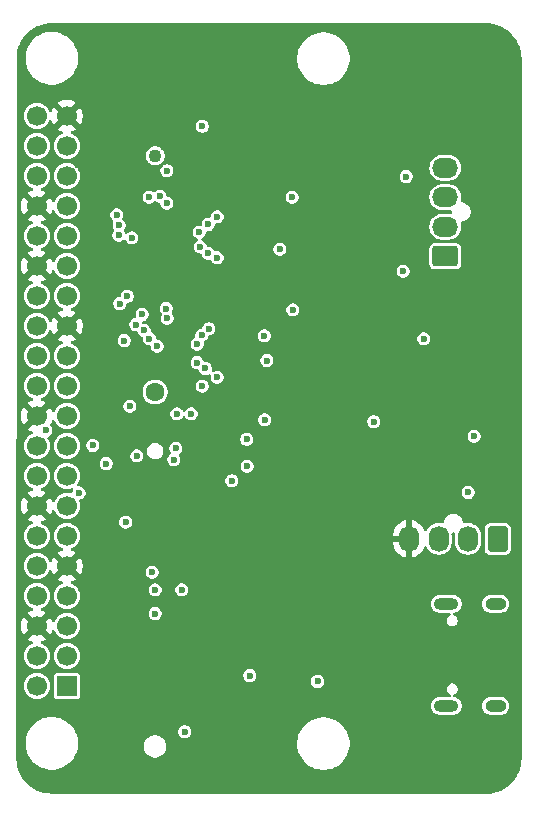
<source format=gbr>
%TF.GenerationSoftware,KiCad,Pcbnew,9.0.7-unknown-1000.20260124git33f2886.fc43*%
%TF.CreationDate,2026-02-08T17:52:10-08:00*%
%TF.ProjectId,Telemetry-Logging-Board,54656c65-6d65-4747-9279-2d4c6f676769,2.0*%
%TF.SameCoordinates,Original*%
%TF.FileFunction,Copper,L2,Inr*%
%TF.FilePolarity,Positive*%
%FSLAX46Y46*%
G04 Gerber Fmt 4.6, Leading zero omitted, Abs format (unit mm)*
G04 Created by KiCad (PCBNEW 9.0.7-unknown-1000.20260124git33f2886.fc43) date 2026-02-08 17:52:10*
%MOMM*%
%LPD*%
G01*
G04 APERTURE LIST*
G04 Aperture macros list*
%AMRoundRect*
0 Rectangle with rounded corners*
0 $1 Rounding radius*
0 $2 $3 $4 $5 $6 $7 $8 $9 X,Y pos of 4 corners*
0 Add a 4 corners polygon primitive as box body*
4,1,4,$2,$3,$4,$5,$6,$7,$8,$9,$2,$3,0*
0 Add four circle primitives for the rounded corners*
1,1,$1+$1,$2,$3*
1,1,$1+$1,$4,$5*
1,1,$1+$1,$6,$7*
1,1,$1+$1,$8,$9*
0 Add four rect primitives between the rounded corners*
20,1,$1+$1,$2,$3,$4,$5,0*
20,1,$1+$1,$4,$5,$6,$7,0*
20,1,$1+$1,$6,$7,$8,$9,0*
20,1,$1+$1,$8,$9,$2,$3,0*%
G04 Aperture macros list end*
%TA.AperFunction,ComponentPad*%
%ADD10R,1.700000X1.700000*%
%TD*%
%TA.AperFunction,ComponentPad*%
%ADD11C,1.700000*%
%TD*%
%TA.AperFunction,ComponentPad*%
%ADD12RoundRect,0.250000X0.850000X0.600000X-0.850000X0.600000X-0.850000X-0.600000X0.850000X-0.600000X0*%
%TD*%
%TA.AperFunction,ComponentPad*%
%ADD13O,2.200000X1.700000*%
%TD*%
%TA.AperFunction,ComponentPad*%
%ADD14RoundRect,0.250000X-0.600000X0.850000X-0.600000X-0.850000X0.600000X-0.850000X0.600000X0.850000X0*%
%TD*%
%TA.AperFunction,ComponentPad*%
%ADD15O,1.700000X2.200000*%
%TD*%
%TA.AperFunction,HeatsinkPad*%
%ADD16O,2.100000X1.000000*%
%TD*%
%TA.AperFunction,HeatsinkPad*%
%ADD17O,1.800000X1.000000*%
%TD*%
%TA.AperFunction,ComponentPad*%
%ADD18C,1.100000*%
%TD*%
%TA.AperFunction,ComponentPad*%
%ADD19C,1.600000*%
%TD*%
%TA.AperFunction,ViaPad*%
%ADD20C,0.600000*%
%TD*%
%TA.AperFunction,ViaPad*%
%ADD21C,3.500000*%
%TD*%
G04 APERTURE END LIST*
D10*
%TO.N,/SBC_3v3*%
%TO.C,J1*%
X126275000Y-84375000D03*
D11*
%TO.N,+5V*%
X123735000Y-84375000D03*
%TO.N,/RF_HT_~{RST}*%
X126275000Y-81835000D03*
%TO.N,+5V*%
X123735000Y-81835000D03*
%TO.N,/RF_HT_BUSY*%
X126275000Y-79295000D03*
%TO.N,GND*%
X123735000Y-79295000D03*
%TO.N,/CAN0_GPIO1*%
X126275000Y-76755000D03*
%TO.N,/PI_TX*%
X123735000Y-76755000D03*
%TO.N,GND*%
X126275000Y-74215000D03*
%TO.N,/PI_RX*%
X123735000Y-74215000D03*
%TO.N,/CAN1_~{CS}*%
X126275000Y-71675000D03*
%TO.N,/CAN0_~{CS}*%
X123735000Y-71675000D03*
%TO.N,/RF_HT_WAKE*%
X126275000Y-69135000D03*
%TO.N,GND*%
X123735000Y-69135000D03*
%TO.N,/CAN1_~{INT0}*%
X126275000Y-66595000D03*
%TO.N,/CAN1_~{INT1}*%
X123735000Y-66595000D03*
%TO.N,/SBC_3v3*%
X126275000Y-64055000D03*
%TO.N,/CAN0_~{INT0}*%
X123735000Y-64055000D03*
%TO.N,/RF_SPI_MOSI*%
X126275000Y-61515000D03*
%TO.N,GND*%
X123735000Y-61515000D03*
%TO.N,/RF_SPI_MISO*%
X126275000Y-58975000D03*
%TO.N,/CAN1_GPIO1*%
X123735000Y-58975000D03*
%TO.N,/RF_SPI_SCLK*%
X126275000Y-56435000D03*
%TO.N,/RF_SPI_~{CS}*%
X123735000Y-56435000D03*
%TO.N,GND*%
X126275000Y-53895000D03*
%TO.N,/RF_SPI_~{CS}1*%
X123735000Y-53895000D03*
%TO.N,/SDA_I2C1*%
X126275000Y-51355000D03*
%TO.N,/SCL_I2C1*%
X123735000Y-51355000D03*
%TO.N,/RF_SPI_IRQ*%
X126275000Y-48815000D03*
%TO.N,GND*%
X123735000Y-48815000D03*
%TO.N,/CAN2_GPIO1*%
X126275000Y-46275000D03*
%TO.N,/CAN2_~{INT0}*%
X123735000Y-46275000D03*
%TO.N,/CAN2_~{INT1}*%
X126275000Y-43735000D03*
%TO.N,GND*%
X123735000Y-43735000D03*
%TO.N,/CAN_SPI_MISO*%
X126275000Y-41195000D03*
%TO.N,/CAN2_~{CS}*%
X123735000Y-41195000D03*
%TO.N,/CAN0_~{INT1}*%
X126275000Y-38655000D03*
%TO.N,/CAN_SPI_MOSI*%
X123735000Y-38655000D03*
%TO.N,GND*%
X126275000Y-36115000D03*
%TO.N,/CAN_SPI_SCLK*%
X123735000Y-36115000D03*
%TD*%
D12*
%TO.N,/Can interface and transiever1/CAN_H*%
%TO.C,J6*%
X158325000Y-48000000D03*
D13*
%TO.N,/Can interface and transiever1/CAN_L*%
X158325000Y-45500000D03*
%TO.N,/Can interface and transiever2/CAN_H*%
X158325000Y-43000000D03*
%TO.N,/Can interface and transiever2/CAN_L*%
X158325000Y-40500000D03*
%TD*%
D14*
%TO.N,+12V*%
%TO.C,J3*%
X162750000Y-71925000D03*
D15*
%TO.N,/CANH*%
X160250000Y-71925000D03*
%TO.N,/CANL*%
X157750000Y-71925000D03*
%TO.N,GND*%
X155250000Y-71925000D03*
%TD*%
D16*
%TO.N,unconnected-(J8-SHIELD-PadS1)*%
%TO.C,J8*%
X158395000Y-86070000D03*
D17*
X162575000Y-86070000D03*
D16*
X158395000Y-77430000D03*
D17*
X162575000Y-77430000D03*
%TD*%
D18*
%TO.N,*%
%TO.C,J9*%
X133750000Y-39500000D03*
D19*
X133750000Y-59500000D03*
%TD*%
D20*
%TO.N,GND*%
X143250000Y-68750000D03*
X135500000Y-80750000D03*
X133250000Y-86750000D03*
X151000000Y-61750000D03*
X153000000Y-75250000D03*
X148000000Y-60000000D03*
X140800000Y-58400000D03*
X132000000Y-81500000D03*
X154250000Y-43000000D03*
X134000000Y-68000000D03*
X127250000Y-40250000D03*
X141820000Y-45310000D03*
X134000000Y-72000000D03*
X143000000Y-90500000D03*
X156000000Y-47000000D03*
X149500000Y-39500000D03*
D21*
X162500000Y-49500000D03*
D20*
X147750000Y-49000000D03*
X143250000Y-80750000D03*
X153000000Y-69750000D03*
X153686987Y-79485863D03*
X146000000Y-41750000D03*
X143750000Y-40000000D03*
X144662500Y-51166250D03*
X131500000Y-48750000D03*
X133459956Y-61238692D03*
X143000000Y-60000000D03*
X161500000Y-81750000D03*
X158000000Y-55000000D03*
X138000000Y-42000000D03*
X154750000Y-39750000D03*
X152000000Y-52750000D03*
X143500000Y-75000000D03*
X139000000Y-63350000D03*
X130000000Y-49000000D03*
X153750000Y-83500000D03*
X134500000Y-57500000D03*
X158500000Y-90500000D03*
X133250000Y-41500000D03*
X130848607Y-58802785D03*
X153250000Y-43500000D03*
X140662500Y-54781250D03*
X154750000Y-55000000D03*
X151500000Y-49000000D03*
%TO.N,+5V*%
X152250000Y-62000000D03*
X155000000Y-41250000D03*
X154750000Y-49250000D03*
X156500000Y-55000000D03*
%TO.N,+3V3*%
X136000000Y-76250000D03*
X140250000Y-67000000D03*
X134750000Y-40750000D03*
X136250000Y-88250000D03*
X131250000Y-70500000D03*
X160250000Y-68000000D03*
X137752532Y-58997556D03*
%TO.N,/CAN1_~{INT0}*%
X132199591Y-64900932D03*
X143000000Y-54750000D03*
%TO.N,/CAN0_~{INT0}*%
X127307043Y-68039246D03*
X141500000Y-63500000D03*
X135500000Y-64250000D03*
%TO.N,/RF_SPI_~{CS}*%
X131150000Y-55132711D03*
%TO.N,/CAN1_GPIO1*%
X134703610Y-52424234D03*
X133270343Y-54963447D03*
X124500000Y-62750000D03*
%TO.N,/CAN2_~{INT0}*%
X134148957Y-42898957D03*
X130671751Y-46223239D03*
%TO.N,/CAN_SPI_MISO*%
X137500000Y-45960000D03*
X137305002Y-57000000D03*
X137305002Y-55431250D03*
X137557470Y-47208940D03*
%TO.N,/CAN2_~{INT1}*%
X130704633Y-45373873D03*
X133250000Y-43000000D03*
%TO.N,/RF_SPI_MISO*%
X132117546Y-53781041D03*
%TO.N,/CAN0_GPIO1*%
X133500000Y-74750000D03*
X136800000Y-61330650D03*
%TO.N,/CAN0_~{INT1}*%
X135600000Y-61339185D03*
X130500000Y-44500000D03*
X130750000Y-52000000D03*
%TO.N,/RF_SPI_SCLK*%
X132639760Y-52926505D03*
%TO.N,/CAN_SPI_SCLK*%
X139000000Y-48130133D03*
X138303061Y-54131250D03*
X139000000Y-44660000D03*
X139000000Y-58250000D03*
%TO.N,/CAN2_GPIO1*%
X134750000Y-43500000D03*
X131774043Y-46443283D03*
%TO.N,/SBC_3v3*%
X135331378Y-65209311D03*
X145417128Y-52539608D03*
X145348410Y-42997739D03*
X141750000Y-83500000D03*
X141550000Y-65795233D03*
X147500000Y-84000000D03*
X143025001Y-61845001D03*
X160750000Y-63250000D03*
X131609827Y-60699998D03*
X128476000Y-64021546D03*
X144320055Y-47387547D03*
X137750000Y-37000000D03*
X143212500Y-56826483D03*
%TO.N,/CAN_SPI_MOSI*%
X138250000Y-45310000D03*
X138000000Y-57500000D03*
X137703502Y-54680449D03*
X138250000Y-47750000D03*
%TO.N,/CAN1_~{INT1}*%
X133921943Y-55600483D03*
X134764604Y-53254296D03*
%TO.N,/RF_SPI_MOSI*%
X132826636Y-54285856D03*
%TO.N,/RF_SPI_IRQ*%
X133750000Y-78250000D03*
X131404265Y-51400000D03*
X133750000Y-76250000D03*
%TO.N,/RF_SPI_~{CS}1*%
X129618496Y-65549998D03*
%TD*%
%TA.AperFunction,Conductor*%
%TO.N,GND*%
G36*
X161753226Y-28250668D02*
G01*
X161772942Y-28251696D01*
X162058266Y-28266581D01*
X162071108Y-28267925D01*
X162369627Y-28314986D01*
X162382267Y-28317660D01*
X162674277Y-28395530D01*
X162686558Y-28399501D01*
X162968883Y-28507333D01*
X162980685Y-28512560D01*
X163109633Y-28577913D01*
X163250258Y-28649185D01*
X163261462Y-28655618D01*
X163388405Y-28737581D01*
X163515353Y-28819547D01*
X163525822Y-28827108D01*
X163761274Y-29016563D01*
X163770905Y-29025177D01*
X163985359Y-29238098D01*
X163994041Y-29247666D01*
X164185180Y-29481750D01*
X164192816Y-29492165D01*
X164356259Y-29741357D01*
X164358566Y-29744873D01*
X164365077Y-29756028D01*
X164371994Y-29769435D01*
X164503630Y-30024608D01*
X164508947Y-30036383D01*
X164537164Y-30108699D01*
X164615262Y-30308852D01*
X164618800Y-30317918D01*
X164622863Y-30330183D01*
X164702823Y-30621616D01*
X164705588Y-30634236D01*
X164754792Y-30932420D01*
X164756228Y-30945260D01*
X164774320Y-31250001D01*
X164774538Y-31257358D01*
X164770489Y-90430322D01*
X164770489Y-90430332D01*
X164770487Y-90439937D01*
X164770026Y-90441715D01*
X164770478Y-90504745D01*
X164770478Y-90505235D01*
X164770456Y-90505309D01*
X164770349Y-90510865D01*
X164756395Y-90816913D01*
X164755113Y-90829920D01*
X164709514Y-91129565D01*
X164706869Y-91142365D01*
X164629984Y-91435538D01*
X164626007Y-91447989D01*
X164518688Y-91731446D01*
X164513421Y-91743410D01*
X164376860Y-92013993D01*
X164370365Y-92025334D01*
X164206082Y-92280042D01*
X164198428Y-92290638D01*
X164008253Y-92526629D01*
X163999527Y-92536359D01*
X163785564Y-92751025D01*
X163775862Y-92759784D01*
X163540479Y-92950745D01*
X163529908Y-92958433D01*
X163275752Y-93123543D01*
X163264432Y-93130076D01*
X162994294Y-93267525D01*
X162982348Y-93272830D01*
X162699248Y-93381078D01*
X162686811Y-93385096D01*
X162393895Y-93462941D01*
X162381103Y-93465628D01*
X162081608Y-93512210D01*
X162068605Y-93513535D01*
X161761453Y-93528548D01*
X161755319Y-93528696D01*
X161754990Y-93528695D01*
X161693451Y-93528457D01*
X161692694Y-93528655D01*
X161684007Y-93528650D01*
X161684003Y-93528649D01*
X161683988Y-93528650D01*
X125074292Y-93499558D01*
X125073398Y-93499500D01*
X125065892Y-93499500D01*
X125003240Y-93499500D01*
X124996780Y-93499332D01*
X124694339Y-93483554D01*
X124681489Y-93482209D01*
X124385548Y-93435554D01*
X124372908Y-93432880D01*
X124083422Y-93355684D01*
X124071128Y-93351709D01*
X123791245Y-93244809D01*
X123779433Y-93239577D01*
X123512196Y-93104139D01*
X123500991Y-93097705D01*
X123249285Y-92935185D01*
X123238820Y-92927628D01*
X123005390Y-92739800D01*
X122995769Y-92731195D01*
X122783159Y-92520106D01*
X122774478Y-92510539D01*
X122584982Y-92278470D01*
X122577342Y-92268049D01*
X122491307Y-92136876D01*
X122413022Y-92017519D01*
X122406521Y-92006382D01*
X122269153Y-91740101D01*
X122263847Y-91728352D01*
X122154930Y-91449217D01*
X122150871Y-91436964D01*
X122148184Y-91427171D01*
X122071595Y-91148028D01*
X122068832Y-91135410D01*
X122020052Y-90839803D01*
X122018618Y-90826993D01*
X122000720Y-90525542D01*
X122000503Y-90518178D01*
X122001108Y-89094007D01*
X122774626Y-89094007D01*
X122774626Y-89385740D01*
X122801995Y-89593617D01*
X122812703Y-89674954D01*
X122888205Y-89956732D01*
X122888206Y-89956735D01*
X122888208Y-89956741D01*
X122999838Y-90226240D01*
X122999843Y-90226251D01*
X123145694Y-90478870D01*
X123145705Y-90478886D01*
X123323283Y-90710311D01*
X123323289Y-90710318D01*
X123529555Y-90916584D01*
X123529561Y-90916589D01*
X123760996Y-91094175D01*
X123761003Y-91094179D01*
X124013622Y-91240030D01*
X124013627Y-91240032D01*
X124013630Y-91240034D01*
X124283142Y-91351669D01*
X124564920Y-91427171D01*
X124854141Y-91465248D01*
X124854148Y-91465248D01*
X125145852Y-91465248D01*
X125145859Y-91465248D01*
X125435080Y-91427171D01*
X125716858Y-91351669D01*
X125986370Y-91240034D01*
X126239004Y-91094175D01*
X126470439Y-90916589D01*
X126676715Y-90710313D01*
X126854301Y-90478878D01*
X127000160Y-90226244D01*
X127111795Y-89956732D01*
X127187297Y-89674954D01*
X127222656Y-89406379D01*
X132799500Y-89406379D01*
X132799500Y-89593620D01*
X132836025Y-89777243D01*
X132836027Y-89777251D01*
X132907676Y-89950228D01*
X132907681Y-89950237D01*
X133011697Y-90105907D01*
X133011700Y-90105911D01*
X133144088Y-90238299D01*
X133144092Y-90238302D01*
X133299762Y-90342318D01*
X133299768Y-90342321D01*
X133299769Y-90342322D01*
X133472749Y-90413973D01*
X133656379Y-90450499D01*
X133656383Y-90450500D01*
X133656384Y-90450500D01*
X133843617Y-90450500D01*
X133843618Y-90450499D01*
X134027251Y-90413973D01*
X134200231Y-90342322D01*
X134355908Y-90238302D01*
X134488302Y-90105908D01*
X134592322Y-89950231D01*
X134663973Y-89777251D01*
X134700500Y-89593616D01*
X134700500Y-89406384D01*
X134663973Y-89222749D01*
X134621054Y-89119133D01*
X145774626Y-89119133D01*
X145774626Y-89410866D01*
X145798687Y-89593617D01*
X145812703Y-89700080D01*
X145888205Y-89981858D01*
X145888206Y-89981861D01*
X145888208Y-89981867D01*
X145999838Y-90251366D01*
X145999843Y-90251377D01*
X146145694Y-90503996D01*
X146145705Y-90504012D01*
X146323283Y-90735437D01*
X146323289Y-90735444D01*
X146529555Y-90941710D01*
X146529561Y-90941715D01*
X146760996Y-91119301D01*
X146761003Y-91119305D01*
X147013622Y-91265156D01*
X147013627Y-91265158D01*
X147013630Y-91265160D01*
X147183586Y-91335558D01*
X147222472Y-91351665D01*
X147283142Y-91376795D01*
X147564920Y-91452297D01*
X147854141Y-91490374D01*
X147854148Y-91490374D01*
X148145852Y-91490374D01*
X148145859Y-91490374D01*
X148435080Y-91452297D01*
X148716858Y-91376795D01*
X148986370Y-91265160D01*
X149239004Y-91119301D01*
X149470439Y-90941715D01*
X149676715Y-90735439D01*
X149854301Y-90504004D01*
X150000160Y-90251370D01*
X150111795Y-89981858D01*
X150187297Y-89700080D01*
X150225374Y-89410859D01*
X150225374Y-89119141D01*
X150187297Y-88829920D01*
X150111795Y-88548142D01*
X150000160Y-88278630D01*
X150000158Y-88278627D01*
X150000156Y-88278622D01*
X149854305Y-88026003D01*
X149854301Y-88025996D01*
X149766820Y-87911988D01*
X149676716Y-87794562D01*
X149676710Y-87794555D01*
X149470444Y-87588289D01*
X149470437Y-87588283D01*
X149239012Y-87410705D01*
X149239010Y-87410703D01*
X149239004Y-87410699D01*
X149238999Y-87410696D01*
X149238996Y-87410694D01*
X148986377Y-87264843D01*
X148986366Y-87264838D01*
X148716867Y-87153208D01*
X148716861Y-87153206D01*
X148716858Y-87153205D01*
X148435080Y-87077703D01*
X148370808Y-87069241D01*
X148145866Y-87039626D01*
X148145859Y-87039626D01*
X147854141Y-87039626D01*
X147854133Y-87039626D01*
X147597055Y-87073472D01*
X147564920Y-87077703D01*
X147283142Y-87153205D01*
X147283140Y-87153205D01*
X147283132Y-87153208D01*
X147013633Y-87264838D01*
X147013622Y-87264843D01*
X146761003Y-87410694D01*
X146760987Y-87410705D01*
X146529562Y-87588283D01*
X146529555Y-87588289D01*
X146323289Y-87794555D01*
X146323283Y-87794562D01*
X146145705Y-88025987D01*
X146145694Y-88026003D01*
X145999843Y-88278622D01*
X145999838Y-88278633D01*
X145888208Y-88548132D01*
X145888205Y-88548140D01*
X145888205Y-88548142D01*
X145819436Y-88804794D01*
X145812703Y-88829921D01*
X145774626Y-89119133D01*
X134621054Y-89119133D01*
X134608946Y-89089903D01*
X134592325Y-89049775D01*
X134592318Y-89049762D01*
X134488302Y-88894092D01*
X134488299Y-88894088D01*
X134355911Y-88761700D01*
X134355907Y-88761697D01*
X134200237Y-88657681D01*
X134200228Y-88657676D01*
X134027251Y-88586027D01*
X134027243Y-88586025D01*
X133843620Y-88549500D01*
X133843616Y-88549500D01*
X133656384Y-88549500D01*
X133656379Y-88549500D01*
X133472756Y-88586025D01*
X133472748Y-88586027D01*
X133299771Y-88657676D01*
X133299762Y-88657681D01*
X133144092Y-88761697D01*
X133144088Y-88761700D01*
X133011700Y-88894088D01*
X133011697Y-88894092D01*
X132907681Y-89049762D01*
X132907676Y-89049771D01*
X132836027Y-89222748D01*
X132836025Y-89222756D01*
X132799500Y-89406379D01*
X127222656Y-89406379D01*
X127225374Y-89385733D01*
X127225374Y-89094015D01*
X127187297Y-88804794D01*
X127111795Y-88523016D01*
X127000160Y-88253504D01*
X126995941Y-88246197D01*
X126987397Y-88231397D01*
X126956293Y-88177525D01*
X135699500Y-88177525D01*
X135699500Y-88322475D01*
X135737016Y-88462485D01*
X135737017Y-88462488D01*
X135809488Y-88588011D01*
X135809490Y-88588013D01*
X135809491Y-88588015D01*
X135911985Y-88690509D01*
X135911986Y-88690510D01*
X135911988Y-88690511D01*
X136037511Y-88762982D01*
X136037512Y-88762982D01*
X136037515Y-88762984D01*
X136177525Y-88800500D01*
X136177528Y-88800500D01*
X136322472Y-88800500D01*
X136322475Y-88800500D01*
X136462485Y-88762984D01*
X136588015Y-88690509D01*
X136690509Y-88588015D01*
X136762984Y-88462485D01*
X136800500Y-88322475D01*
X136800500Y-88177525D01*
X136762984Y-88037515D01*
X136756333Y-88025996D01*
X136690511Y-87911988D01*
X136690506Y-87911982D01*
X136588017Y-87809493D01*
X136588011Y-87809488D01*
X136462488Y-87737017D01*
X136462489Y-87737017D01*
X136451006Y-87733940D01*
X136322475Y-87699500D01*
X136177525Y-87699500D01*
X136048993Y-87733940D01*
X136037511Y-87737017D01*
X135911988Y-87809488D01*
X135911982Y-87809493D01*
X135809493Y-87911982D01*
X135809488Y-87911988D01*
X135737017Y-88037511D01*
X135737016Y-88037515D01*
X135699500Y-88177525D01*
X126956293Y-88177525D01*
X126940560Y-88150275D01*
X126854301Y-88000870D01*
X126676715Y-87769435D01*
X126676710Y-87769429D01*
X126470444Y-87563163D01*
X126470437Y-87563157D01*
X126239012Y-87385579D01*
X126239010Y-87385577D01*
X126239004Y-87385573D01*
X126238999Y-87385570D01*
X126238996Y-87385568D01*
X125986377Y-87239717D01*
X125986366Y-87239712D01*
X125716867Y-87128082D01*
X125716861Y-87128080D01*
X125716858Y-87128079D01*
X125435080Y-87052577D01*
X125370808Y-87044115D01*
X125145866Y-87014500D01*
X125145859Y-87014500D01*
X124854141Y-87014500D01*
X124854133Y-87014500D01*
X124597055Y-87048346D01*
X124564920Y-87052577D01*
X124283142Y-87128079D01*
X124283140Y-87128079D01*
X124283132Y-87128082D01*
X124013633Y-87239712D01*
X124013622Y-87239717D01*
X123761003Y-87385568D01*
X123760987Y-87385579D01*
X123529562Y-87563157D01*
X123529555Y-87563163D01*
X123323289Y-87769429D01*
X123323283Y-87769436D01*
X123145705Y-88000861D01*
X123145694Y-88000877D01*
X122999843Y-88253496D01*
X122999838Y-88253507D01*
X122888208Y-88523006D01*
X122888205Y-88523014D01*
X122888205Y-88523016D01*
X122823907Y-88762982D01*
X122812703Y-88804795D01*
X122774626Y-89094007D01*
X122001108Y-89094007D01*
X122002362Y-86143920D01*
X157094499Y-86143920D01*
X157123340Y-86288907D01*
X157123343Y-86288917D01*
X157179912Y-86425488D01*
X157179919Y-86425501D01*
X157262048Y-86548415D01*
X157262051Y-86548419D01*
X157366580Y-86652948D01*
X157366584Y-86652951D01*
X157489498Y-86735080D01*
X157489511Y-86735087D01*
X157626082Y-86791656D01*
X157626087Y-86791658D01*
X157626091Y-86791658D01*
X157626092Y-86791659D01*
X157771079Y-86820500D01*
X157771082Y-86820500D01*
X159018920Y-86820500D01*
X159116462Y-86801096D01*
X159163913Y-86791658D01*
X159300495Y-86735084D01*
X159423416Y-86652951D01*
X159527951Y-86548416D01*
X159610084Y-86425495D01*
X159666658Y-86288913D01*
X159695500Y-86143920D01*
X161424499Y-86143920D01*
X161453340Y-86288907D01*
X161453343Y-86288917D01*
X161509912Y-86425488D01*
X161509919Y-86425501D01*
X161592048Y-86548415D01*
X161592051Y-86548419D01*
X161696580Y-86652948D01*
X161696584Y-86652951D01*
X161819498Y-86735080D01*
X161819511Y-86735087D01*
X161956082Y-86791656D01*
X161956087Y-86791658D01*
X161956091Y-86791658D01*
X161956092Y-86791659D01*
X162101079Y-86820500D01*
X162101082Y-86820500D01*
X163048920Y-86820500D01*
X163146462Y-86801096D01*
X163193913Y-86791658D01*
X163330495Y-86735084D01*
X163453416Y-86652951D01*
X163557951Y-86548416D01*
X163640084Y-86425495D01*
X163696658Y-86288913D01*
X163725500Y-86143918D01*
X163725500Y-85996082D01*
X163725500Y-85996079D01*
X163696659Y-85851092D01*
X163696658Y-85851091D01*
X163696658Y-85851087D01*
X163696656Y-85851082D01*
X163640087Y-85714511D01*
X163640080Y-85714498D01*
X163557951Y-85591584D01*
X163557948Y-85591580D01*
X163453419Y-85487051D01*
X163453415Y-85487048D01*
X163330501Y-85404919D01*
X163330488Y-85404912D01*
X163193917Y-85348343D01*
X163193907Y-85348340D01*
X163048920Y-85319500D01*
X163048918Y-85319500D01*
X162101082Y-85319500D01*
X162101080Y-85319500D01*
X161956092Y-85348340D01*
X161956082Y-85348343D01*
X161819511Y-85404912D01*
X161819498Y-85404919D01*
X161696584Y-85487048D01*
X161696580Y-85487051D01*
X161592051Y-85591580D01*
X161592048Y-85591584D01*
X161509919Y-85714498D01*
X161509912Y-85714511D01*
X161453343Y-85851082D01*
X161453340Y-85851092D01*
X161424500Y-85996079D01*
X161424500Y-85996082D01*
X161424500Y-86143918D01*
X161424500Y-86143920D01*
X161424499Y-86143920D01*
X159695500Y-86143920D01*
X159695500Y-86143918D01*
X159695500Y-85996082D01*
X159695500Y-85996079D01*
X159666659Y-85851092D01*
X159666658Y-85851091D01*
X159666658Y-85851087D01*
X159666656Y-85851082D01*
X159610087Y-85714511D01*
X159610080Y-85714498D01*
X159527951Y-85591584D01*
X159527948Y-85591580D01*
X159423419Y-85487051D01*
X159423415Y-85487048D01*
X159300501Y-85404919D01*
X159300488Y-85404912D01*
X159163917Y-85348343D01*
X159163908Y-85348340D01*
X159068350Y-85329332D01*
X159006440Y-85296946D01*
X158971866Y-85236230D01*
X158975607Y-85166461D01*
X159016474Y-85109789D01*
X159060446Y-85087942D01*
X159078536Y-85083095D01*
X159186964Y-85020495D01*
X159275495Y-84931964D01*
X159338095Y-84823536D01*
X159370500Y-84702601D01*
X159370500Y-84577399D01*
X159338095Y-84456464D01*
X159275495Y-84348036D01*
X159186964Y-84259505D01*
X159078536Y-84196905D01*
X159078537Y-84196905D01*
X159038224Y-84186103D01*
X158957601Y-84164500D01*
X158832399Y-84164500D01*
X158751775Y-84186103D01*
X158711463Y-84196905D01*
X158603037Y-84259504D01*
X158603034Y-84259506D01*
X158514506Y-84348034D01*
X158514504Y-84348037D01*
X158451905Y-84456463D01*
X158451905Y-84456464D01*
X158419500Y-84577399D01*
X158419500Y-84702601D01*
X158451905Y-84823536D01*
X158514505Y-84931964D01*
X158603036Y-85020495D01*
X158711464Y-85083095D01*
X158711465Y-85083095D01*
X158718502Y-85087158D01*
X158717065Y-85089646D01*
X158760664Y-85124782D01*
X158782727Y-85191077D01*
X158765446Y-85258776D01*
X158714308Y-85306385D01*
X158658806Y-85319500D01*
X157771080Y-85319500D01*
X157626092Y-85348340D01*
X157626082Y-85348343D01*
X157489511Y-85404912D01*
X157489498Y-85404919D01*
X157366584Y-85487048D01*
X157366580Y-85487051D01*
X157262051Y-85591580D01*
X157262048Y-85591584D01*
X157179919Y-85714498D01*
X157179912Y-85714511D01*
X157123343Y-85851082D01*
X157123340Y-85851092D01*
X157094500Y-85996079D01*
X157094500Y-85996082D01*
X157094500Y-86143918D01*
X157094500Y-86143920D01*
X157094499Y-86143920D01*
X122002362Y-86143920D01*
X122003150Y-84288389D01*
X122634500Y-84288389D01*
X122634500Y-84461611D01*
X122661598Y-84632701D01*
X122715127Y-84797445D01*
X122793768Y-84951788D01*
X122895586Y-85091928D01*
X123018072Y-85214414D01*
X123158212Y-85316232D01*
X123312555Y-85394873D01*
X123477299Y-85448402D01*
X123648389Y-85475500D01*
X123648390Y-85475500D01*
X123821610Y-85475500D01*
X123821611Y-85475500D01*
X123992701Y-85448402D01*
X124157445Y-85394873D01*
X124311788Y-85316232D01*
X124451928Y-85214414D01*
X124574414Y-85091928D01*
X124676232Y-84951788D01*
X124754873Y-84797445D01*
X124808402Y-84632701D01*
X124835500Y-84461611D01*
X124835500Y-84288389D01*
X124808402Y-84117299D01*
X124754873Y-83952555D01*
X124676232Y-83798212D01*
X124574414Y-83658072D01*
X124451928Y-83535586D01*
X124403390Y-83500321D01*
X125174500Y-83500321D01*
X125174500Y-85249678D01*
X125189032Y-85322735D01*
X125189033Y-85322739D01*
X125206139Y-85348340D01*
X125244399Y-85405601D01*
X125327260Y-85460966D01*
X125327264Y-85460967D01*
X125400321Y-85475499D01*
X125400324Y-85475500D01*
X125400326Y-85475500D01*
X127149676Y-85475500D01*
X127149677Y-85475499D01*
X127222740Y-85460966D01*
X127305601Y-85405601D01*
X127360966Y-85322740D01*
X127375500Y-85249674D01*
X127375500Y-83500326D01*
X127375500Y-83500323D01*
X127375499Y-83500321D01*
X127364215Y-83443589D01*
X127361019Y-83427525D01*
X141199500Y-83427525D01*
X141199500Y-83572475D01*
X141237016Y-83712485D01*
X141237017Y-83712488D01*
X141309488Y-83838011D01*
X141309490Y-83838013D01*
X141309491Y-83838015D01*
X141411985Y-83940509D01*
X141411986Y-83940510D01*
X141411988Y-83940511D01*
X141537511Y-84012982D01*
X141537512Y-84012982D01*
X141537515Y-84012984D01*
X141677525Y-84050500D01*
X141677528Y-84050500D01*
X141822472Y-84050500D01*
X141822475Y-84050500D01*
X141962485Y-84012984D01*
X142088015Y-83940509D01*
X142100999Y-83927525D01*
X146949500Y-83927525D01*
X146949500Y-84072475D01*
X146987016Y-84212485D01*
X146987017Y-84212488D01*
X147059488Y-84338011D01*
X147059490Y-84338013D01*
X147059491Y-84338015D01*
X147161985Y-84440509D01*
X147161986Y-84440510D01*
X147161988Y-84440511D01*
X147287511Y-84512982D01*
X147287512Y-84512982D01*
X147287515Y-84512984D01*
X147427525Y-84550500D01*
X147427528Y-84550500D01*
X147572472Y-84550500D01*
X147572475Y-84550500D01*
X147712485Y-84512984D01*
X147838015Y-84440509D01*
X147940509Y-84338015D01*
X148012984Y-84212485D01*
X148050500Y-84072475D01*
X148050500Y-83927525D01*
X148012984Y-83787515D01*
X147969665Y-83712485D01*
X147940511Y-83661988D01*
X147940506Y-83661982D01*
X147838017Y-83559493D01*
X147838011Y-83559488D01*
X147712488Y-83487017D01*
X147712489Y-83487017D01*
X147701006Y-83483940D01*
X147572475Y-83449500D01*
X147427525Y-83449500D01*
X147298993Y-83483940D01*
X147287511Y-83487017D01*
X147161988Y-83559488D01*
X147161982Y-83559493D01*
X147059493Y-83661982D01*
X147059488Y-83661988D01*
X146987017Y-83787511D01*
X146987016Y-83787515D01*
X146949500Y-83927525D01*
X142100999Y-83927525D01*
X142190509Y-83838015D01*
X142262984Y-83712485D01*
X142300500Y-83572475D01*
X142300500Y-83427525D01*
X142262984Y-83287515D01*
X142190509Y-83161985D01*
X142088015Y-83059491D01*
X142088013Y-83059490D01*
X142088011Y-83059488D01*
X141962488Y-82987017D01*
X141962489Y-82987017D01*
X141951006Y-82983940D01*
X141822475Y-82949500D01*
X141677525Y-82949500D01*
X141548993Y-82983940D01*
X141537511Y-82987017D01*
X141411988Y-83059488D01*
X141411982Y-83059493D01*
X141309493Y-83161982D01*
X141309488Y-83161988D01*
X141237017Y-83287511D01*
X141236609Y-83289033D01*
X141199500Y-83427525D01*
X127361019Y-83427525D01*
X127360967Y-83427263D01*
X127360966Y-83427260D01*
X127305601Y-83344399D01*
X127222740Y-83289034D01*
X127222739Y-83289033D01*
X127222735Y-83289032D01*
X127149677Y-83274500D01*
X127149674Y-83274500D01*
X125400326Y-83274500D01*
X125400323Y-83274500D01*
X125327264Y-83289032D01*
X125327260Y-83289033D01*
X125244399Y-83344399D01*
X125189033Y-83427260D01*
X125189032Y-83427264D01*
X125174500Y-83500321D01*
X124403390Y-83500321D01*
X124311788Y-83433768D01*
X124157445Y-83355127D01*
X123992701Y-83301598D01*
X123992699Y-83301597D01*
X123992698Y-83301597D01*
X123861271Y-83280781D01*
X123821611Y-83274500D01*
X123648389Y-83274500D01*
X123608728Y-83280781D01*
X123477302Y-83301597D01*
X123312552Y-83355128D01*
X123158211Y-83433768D01*
X123084923Y-83487016D01*
X123018072Y-83535586D01*
X123018070Y-83535588D01*
X123018069Y-83535588D01*
X122895588Y-83658069D01*
X122895588Y-83658070D01*
X122895586Y-83658072D01*
X122892741Y-83661988D01*
X122793768Y-83798211D01*
X122715128Y-83952552D01*
X122661597Y-84117302D01*
X122639075Y-84259504D01*
X122634500Y-84288389D01*
X122003150Y-84288389D01*
X122005317Y-79188753D01*
X122385000Y-79188753D01*
X122385000Y-79401246D01*
X122418242Y-79611127D01*
X122418242Y-79611130D01*
X122483904Y-79813217D01*
X122580375Y-80002550D01*
X122619728Y-80056716D01*
X123252037Y-79424408D01*
X123269075Y-79487993D01*
X123334901Y-79602007D01*
X123427993Y-79695099D01*
X123542007Y-79760925D01*
X123605590Y-79777962D01*
X122973282Y-80410269D01*
X122973282Y-80410270D01*
X123027449Y-80449624D01*
X123216784Y-80546096D01*
X123315711Y-80578239D01*
X123373387Y-80617676D01*
X123400586Y-80682034D01*
X123388672Y-80750881D01*
X123341428Y-80802357D01*
X123315722Y-80814097D01*
X123314522Y-80814487D01*
X123312550Y-80815128D01*
X123158211Y-80893768D01*
X123078256Y-80951859D01*
X123018072Y-80995586D01*
X123018070Y-80995588D01*
X123018069Y-80995588D01*
X122895588Y-81118069D01*
X122895588Y-81118070D01*
X122895586Y-81118072D01*
X122851859Y-81178256D01*
X122793768Y-81258211D01*
X122715128Y-81412552D01*
X122661597Y-81577302D01*
X122635280Y-81743464D01*
X122634500Y-81748389D01*
X122634500Y-81921611D01*
X122661598Y-82092701D01*
X122715127Y-82257445D01*
X122793768Y-82411788D01*
X122895586Y-82551928D01*
X123018072Y-82674414D01*
X123158212Y-82776232D01*
X123312555Y-82854873D01*
X123477299Y-82908402D01*
X123648389Y-82935500D01*
X123648390Y-82935500D01*
X123821610Y-82935500D01*
X123821611Y-82935500D01*
X123992701Y-82908402D01*
X124157445Y-82854873D01*
X124311788Y-82776232D01*
X124451928Y-82674414D01*
X124574414Y-82551928D01*
X124676232Y-82411788D01*
X124754873Y-82257445D01*
X124808402Y-82092701D01*
X124835500Y-81921611D01*
X124835500Y-81748389D01*
X125174500Y-81748389D01*
X125174500Y-81921611D01*
X125201598Y-82092701D01*
X125255127Y-82257445D01*
X125333768Y-82411788D01*
X125435586Y-82551928D01*
X125558072Y-82674414D01*
X125698212Y-82776232D01*
X125852555Y-82854873D01*
X126017299Y-82908402D01*
X126188389Y-82935500D01*
X126188390Y-82935500D01*
X126361610Y-82935500D01*
X126361611Y-82935500D01*
X126532701Y-82908402D01*
X126697445Y-82854873D01*
X126851788Y-82776232D01*
X126991928Y-82674414D01*
X127114414Y-82551928D01*
X127216232Y-82411788D01*
X127294873Y-82257445D01*
X127348402Y-82092701D01*
X127375500Y-81921611D01*
X127375500Y-81748389D01*
X127348402Y-81577299D01*
X127294873Y-81412555D01*
X127216232Y-81258212D01*
X127114414Y-81118072D01*
X126991928Y-80995586D01*
X126851788Y-80893768D01*
X126697445Y-80815127D01*
X126532701Y-80761598D01*
X126532699Y-80761597D01*
X126532698Y-80761597D01*
X126401271Y-80740781D01*
X126361611Y-80734500D01*
X126188389Y-80734500D01*
X126148728Y-80740781D01*
X126017302Y-80761597D01*
X126017299Y-80761598D01*
X125857923Y-80813383D01*
X125852552Y-80815128D01*
X125698211Y-80893768D01*
X125618256Y-80951859D01*
X125558072Y-80995586D01*
X125558070Y-80995588D01*
X125558069Y-80995588D01*
X125435588Y-81118069D01*
X125435588Y-81118070D01*
X125435586Y-81118072D01*
X125391859Y-81178256D01*
X125333768Y-81258211D01*
X125255128Y-81412552D01*
X125201597Y-81577302D01*
X125175280Y-81743464D01*
X125174500Y-81748389D01*
X124835500Y-81748389D01*
X124808402Y-81577299D01*
X124754873Y-81412555D01*
X124676232Y-81258212D01*
X124574414Y-81118072D01*
X124451928Y-80995586D01*
X124311788Y-80893768D01*
X124157446Y-80815127D01*
X124154284Y-80814100D01*
X124153236Y-80813383D01*
X124152952Y-80813266D01*
X124152976Y-80813206D01*
X124096609Y-80774661D01*
X124069413Y-80710302D01*
X124081329Y-80641456D01*
X124128574Y-80589981D01*
X124154288Y-80578239D01*
X124253215Y-80546096D01*
X124442554Y-80449622D01*
X124496716Y-80410270D01*
X124496717Y-80410270D01*
X123864408Y-79777962D01*
X123927993Y-79760925D01*
X124042007Y-79695099D01*
X124135099Y-79602007D01*
X124200925Y-79487993D01*
X124217962Y-79424408D01*
X124850270Y-80056717D01*
X124850270Y-80056716D01*
X124889622Y-80002554D01*
X124986096Y-79813215D01*
X125018239Y-79714288D01*
X125057676Y-79656612D01*
X125122034Y-79629413D01*
X125190880Y-79641327D01*
X125242357Y-79688571D01*
X125254100Y-79714284D01*
X125255127Y-79717446D01*
X125255128Y-79717447D01*
X125333768Y-79871788D01*
X125435586Y-80011928D01*
X125558072Y-80134414D01*
X125698212Y-80236232D01*
X125852555Y-80314873D01*
X126017299Y-80368402D01*
X126188389Y-80395500D01*
X126188390Y-80395500D01*
X126361610Y-80395500D01*
X126361611Y-80395500D01*
X126532701Y-80368402D01*
X126697445Y-80314873D01*
X126851788Y-80236232D01*
X126991928Y-80134414D01*
X127114414Y-80011928D01*
X127216232Y-79871788D01*
X127294873Y-79717445D01*
X127348402Y-79552701D01*
X127375500Y-79381611D01*
X127375500Y-79208389D01*
X127348402Y-79037299D01*
X127294873Y-78872555D01*
X127216232Y-78718212D01*
X127114414Y-78578072D01*
X126991928Y-78455586D01*
X126851788Y-78353768D01*
X126706780Y-78279883D01*
X126706779Y-78279882D01*
X126697448Y-78275128D01*
X126697445Y-78275127D01*
X126532701Y-78221598D01*
X126532699Y-78221597D01*
X126532698Y-78221597D01*
X126397505Y-78200185D01*
X126361611Y-78194500D01*
X126188389Y-78194500D01*
X126152495Y-78200185D01*
X126017302Y-78221597D01*
X125852552Y-78275128D01*
X125698211Y-78353768D01*
X125655913Y-78384500D01*
X125558072Y-78455586D01*
X125558070Y-78455588D01*
X125558069Y-78455588D01*
X125435588Y-78578069D01*
X125435588Y-78578070D01*
X125435586Y-78578072D01*
X125428365Y-78588011D01*
X125333768Y-78718211D01*
X125255128Y-78872550D01*
X125254099Y-78875720D01*
X125253381Y-78876769D01*
X125253266Y-78877048D01*
X125253207Y-78877023D01*
X125214657Y-78933393D01*
X125150297Y-78960587D01*
X125081451Y-78948668D01*
X125029979Y-78901420D01*
X125018239Y-78875711D01*
X124986096Y-78776784D01*
X124889624Y-78587449D01*
X124850270Y-78533282D01*
X124850269Y-78533282D01*
X124217962Y-79165590D01*
X124200925Y-79102007D01*
X124135099Y-78987993D01*
X124042007Y-78894901D01*
X123927993Y-78829075D01*
X123864409Y-78812037D01*
X124496716Y-78179728D01*
X124493684Y-78177525D01*
X133199500Y-78177525D01*
X133199500Y-78322475D01*
X133235168Y-78455588D01*
X133237017Y-78462488D01*
X133309488Y-78588011D01*
X133309490Y-78588013D01*
X133309491Y-78588015D01*
X133411985Y-78690509D01*
X133411986Y-78690510D01*
X133411988Y-78690511D01*
X133537511Y-78762982D01*
X133537512Y-78762982D01*
X133537515Y-78762984D01*
X133677525Y-78800500D01*
X133677528Y-78800500D01*
X133822472Y-78800500D01*
X133822475Y-78800500D01*
X133962485Y-78762984D01*
X134088015Y-78690509D01*
X134190509Y-78588015D01*
X134262984Y-78462485D01*
X134300500Y-78322475D01*
X134300500Y-78177525D01*
X134262984Y-78037515D01*
X134248114Y-78011760D01*
X134190511Y-77911988D01*
X134190506Y-77911982D01*
X134088017Y-77809493D01*
X134088011Y-77809488D01*
X133962488Y-77737017D01*
X133962489Y-77737017D01*
X133951006Y-77733940D01*
X133822475Y-77699500D01*
X133677525Y-77699500D01*
X133548993Y-77733940D01*
X133537511Y-77737017D01*
X133411988Y-77809488D01*
X133411982Y-77809493D01*
X133309493Y-77911982D01*
X133309488Y-77911988D01*
X133237017Y-78037511D01*
X133237016Y-78037515D01*
X133199500Y-78177525D01*
X124493684Y-78177525D01*
X124442550Y-78140375D01*
X124253217Y-78043904D01*
X124154287Y-78011760D01*
X124096611Y-77972323D01*
X124069413Y-77907964D01*
X124081328Y-77839118D01*
X124128572Y-77787642D01*
X124154290Y-77775897D01*
X124157445Y-77774873D01*
X124311788Y-77696232D01*
X124451928Y-77594414D01*
X124574414Y-77471928D01*
X124676232Y-77331788D01*
X124754873Y-77177445D01*
X124808402Y-77012701D01*
X124835500Y-76841611D01*
X124835500Y-76668389D01*
X124808402Y-76497299D01*
X124754873Y-76332555D01*
X124676232Y-76178212D01*
X124574414Y-76038072D01*
X124451928Y-75915586D01*
X124311788Y-75813768D01*
X124157445Y-75735127D01*
X123992701Y-75681598D01*
X123992699Y-75681597D01*
X123992698Y-75681597D01*
X123861271Y-75660781D01*
X123821611Y-75654500D01*
X123648389Y-75654500D01*
X123608728Y-75660781D01*
X123477302Y-75681597D01*
X123477299Y-75681598D01*
X123317923Y-75733383D01*
X123312552Y-75735128D01*
X123158211Y-75813768D01*
X123078256Y-75871859D01*
X123018072Y-75915586D01*
X123018070Y-75915588D01*
X123018069Y-75915588D01*
X122895588Y-76038069D01*
X122895588Y-76038070D01*
X122895586Y-76038072D01*
X122851859Y-76098256D01*
X122793768Y-76178211D01*
X122715128Y-76332552D01*
X122661597Y-76497302D01*
X122635280Y-76663464D01*
X122634500Y-76668389D01*
X122634500Y-76841611D01*
X122661598Y-77012701D01*
X122715127Y-77177445D01*
X122793768Y-77331788D01*
X122895586Y-77471928D01*
X123018072Y-77594414D01*
X123158212Y-77696232D01*
X123312555Y-77774873D01*
X123315708Y-77775897D01*
X123316752Y-77776611D01*
X123317048Y-77776734D01*
X123317022Y-77776795D01*
X123373383Y-77815330D01*
X123400585Y-77879688D01*
X123388674Y-77948535D01*
X123341433Y-78000013D01*
X123315712Y-78011760D01*
X123216783Y-78043904D01*
X123027439Y-78140380D01*
X122973282Y-78179727D01*
X122973282Y-78179728D01*
X123605591Y-78812037D01*
X123542007Y-78829075D01*
X123427993Y-78894901D01*
X123334901Y-78987993D01*
X123269075Y-79102007D01*
X123252037Y-79165591D01*
X122619728Y-78533282D01*
X122619727Y-78533282D01*
X122580380Y-78587439D01*
X122483904Y-78776782D01*
X122418242Y-78978869D01*
X122418242Y-78978872D01*
X122385000Y-79188753D01*
X122005317Y-79188753D01*
X122007468Y-74128389D01*
X122634500Y-74128389D01*
X122634500Y-74301611D01*
X122637610Y-74321246D01*
X122651981Y-74411985D01*
X122661598Y-74472701D01*
X122715127Y-74637445D01*
X122793768Y-74791788D01*
X122895586Y-74931928D01*
X123018072Y-75054414D01*
X123158212Y-75156232D01*
X123312555Y-75234873D01*
X123477299Y-75288402D01*
X123648389Y-75315500D01*
X123648390Y-75315500D01*
X123821610Y-75315500D01*
X123821611Y-75315500D01*
X123992701Y-75288402D01*
X124157445Y-75234873D01*
X124311788Y-75156232D01*
X124451928Y-75054414D01*
X124574414Y-74931928D01*
X124676232Y-74791788D01*
X124754873Y-74637445D01*
X124755896Y-74634294D01*
X124756610Y-74633250D01*
X124756734Y-74632952D01*
X124756796Y-74632977D01*
X124795327Y-74576618D01*
X124859683Y-74549415D01*
X124928530Y-74561323D01*
X124980011Y-74608562D01*
X124991760Y-74634287D01*
X125023904Y-74733217D01*
X125120375Y-74922550D01*
X125159728Y-74976716D01*
X125792037Y-74344408D01*
X125809075Y-74407993D01*
X125874901Y-74522007D01*
X125967993Y-74615099D01*
X126082007Y-74680925D01*
X126145590Y-74697962D01*
X125513282Y-75330269D01*
X125513282Y-75330270D01*
X125567449Y-75369624D01*
X125756784Y-75466096D01*
X125855711Y-75498239D01*
X125913387Y-75537676D01*
X125940586Y-75602034D01*
X125928672Y-75670881D01*
X125881428Y-75722357D01*
X125855722Y-75734097D01*
X125854522Y-75734487D01*
X125852550Y-75735128D01*
X125698211Y-75813768D01*
X125618256Y-75871859D01*
X125558072Y-75915586D01*
X125558070Y-75915588D01*
X125558069Y-75915588D01*
X125435588Y-76038069D01*
X125435588Y-76038070D01*
X125435586Y-76038072D01*
X125391859Y-76098256D01*
X125333768Y-76178211D01*
X125255128Y-76332552D01*
X125201597Y-76497302D01*
X125175280Y-76663464D01*
X125174500Y-76668389D01*
X125174500Y-76841611D01*
X125201598Y-77012701D01*
X125255127Y-77177445D01*
X125333768Y-77331788D01*
X125435586Y-77471928D01*
X125558072Y-77594414D01*
X125698212Y-77696232D01*
X125852555Y-77774873D01*
X126017299Y-77828402D01*
X126188389Y-77855500D01*
X126188390Y-77855500D01*
X126361610Y-77855500D01*
X126361611Y-77855500D01*
X126532701Y-77828402D01*
X126697445Y-77774873D01*
X126851788Y-77696232D01*
X126991928Y-77594414D01*
X127082422Y-77503920D01*
X157094499Y-77503920D01*
X157123340Y-77648907D01*
X157123343Y-77648917D01*
X157179912Y-77785488D01*
X157179919Y-77785501D01*
X157262048Y-77908415D01*
X157262051Y-77908419D01*
X157366580Y-78012948D01*
X157366584Y-78012951D01*
X157489498Y-78095080D01*
X157489511Y-78095087D01*
X157598847Y-78140375D01*
X157626087Y-78151658D01*
X157626091Y-78151658D01*
X157626092Y-78151659D01*
X157771079Y-78180500D01*
X158658806Y-78180500D01*
X158725845Y-78200185D01*
X158771600Y-78252989D01*
X158781544Y-78322147D01*
X158752519Y-78385703D01*
X158717438Y-78411000D01*
X158718502Y-78412842D01*
X158603037Y-78479504D01*
X158603034Y-78479506D01*
X158514506Y-78568034D01*
X158514504Y-78568037D01*
X158451905Y-78676463D01*
X158448141Y-78690511D01*
X158419500Y-78797399D01*
X158419500Y-78922601D01*
X158451905Y-79043536D01*
X158514505Y-79151964D01*
X158603036Y-79240495D01*
X158711464Y-79303095D01*
X158832399Y-79335500D01*
X158832401Y-79335500D01*
X158957599Y-79335500D01*
X158957601Y-79335500D01*
X159078536Y-79303095D01*
X159186964Y-79240495D01*
X159275495Y-79151964D01*
X159338095Y-79043536D01*
X159370500Y-78922601D01*
X159370500Y-78797399D01*
X159338095Y-78676464D01*
X159275495Y-78568036D01*
X159186964Y-78479505D01*
X159078536Y-78416905D01*
X159078537Y-78416905D01*
X159072069Y-78415172D01*
X159060447Y-78412058D01*
X159000788Y-78375693D01*
X158970260Y-78312846D01*
X158978555Y-78243471D01*
X159023041Y-78189593D01*
X159068352Y-78170667D01*
X159098537Y-78164662D01*
X159163913Y-78151658D01*
X159300495Y-78095084D01*
X159423416Y-78012951D01*
X159527951Y-77908416D01*
X159610084Y-77785495D01*
X159614061Y-77775895D01*
X159666656Y-77648917D01*
X159666658Y-77648913D01*
X159695500Y-77503920D01*
X161424499Y-77503920D01*
X161453340Y-77648907D01*
X161453343Y-77648917D01*
X161509912Y-77785488D01*
X161509919Y-77785501D01*
X161592048Y-77908415D01*
X161592051Y-77908419D01*
X161696580Y-78012948D01*
X161696584Y-78012951D01*
X161819498Y-78095080D01*
X161819511Y-78095087D01*
X161928847Y-78140375D01*
X161956087Y-78151658D01*
X161956091Y-78151658D01*
X161956092Y-78151659D01*
X162101079Y-78180500D01*
X162101082Y-78180500D01*
X163048920Y-78180500D01*
X163146462Y-78161096D01*
X163193913Y-78151658D01*
X163330495Y-78095084D01*
X163453416Y-78012951D01*
X163557951Y-77908416D01*
X163640084Y-77785495D01*
X163644061Y-77775895D01*
X163696656Y-77648917D01*
X163696658Y-77648913D01*
X163725500Y-77503918D01*
X163725500Y-77356082D01*
X163725500Y-77356079D01*
X163696659Y-77211092D01*
X163696658Y-77211091D01*
X163696658Y-77211087D01*
X163682723Y-77177445D01*
X163640087Y-77074511D01*
X163640080Y-77074498D01*
X163557951Y-76951584D01*
X163557948Y-76951580D01*
X163453419Y-76847051D01*
X163453415Y-76847048D01*
X163330501Y-76764919D01*
X163330488Y-76764912D01*
X163193917Y-76708343D01*
X163193907Y-76708340D01*
X163048920Y-76679500D01*
X163048918Y-76679500D01*
X162101082Y-76679500D01*
X162101080Y-76679500D01*
X161956092Y-76708340D01*
X161956082Y-76708343D01*
X161819511Y-76764912D01*
X161819498Y-76764919D01*
X161696584Y-76847048D01*
X161696580Y-76847051D01*
X161592051Y-76951580D01*
X161592048Y-76951584D01*
X161509919Y-77074498D01*
X161509912Y-77074511D01*
X161453343Y-77211082D01*
X161453340Y-77211092D01*
X161424500Y-77356079D01*
X161424500Y-77356082D01*
X161424500Y-77503918D01*
X161424500Y-77503920D01*
X161424499Y-77503920D01*
X159695500Y-77503920D01*
X159695500Y-77503918D01*
X159695500Y-77356082D01*
X159695500Y-77356079D01*
X159666659Y-77211092D01*
X159666658Y-77211091D01*
X159666658Y-77211087D01*
X159652723Y-77177445D01*
X159610087Y-77074511D01*
X159610080Y-77074498D01*
X159527951Y-76951584D01*
X159527948Y-76951580D01*
X159423419Y-76847051D01*
X159423415Y-76847048D01*
X159300501Y-76764919D01*
X159300488Y-76764912D01*
X159163917Y-76708343D01*
X159163907Y-76708340D01*
X159018920Y-76679500D01*
X159018918Y-76679500D01*
X157771082Y-76679500D01*
X157771080Y-76679500D01*
X157626092Y-76708340D01*
X157626082Y-76708343D01*
X157489511Y-76764912D01*
X157489498Y-76764919D01*
X157366584Y-76847048D01*
X157366580Y-76847051D01*
X157262051Y-76951580D01*
X157262048Y-76951584D01*
X157179919Y-77074498D01*
X157179912Y-77074511D01*
X157123343Y-77211082D01*
X157123340Y-77211092D01*
X157094500Y-77356079D01*
X157094500Y-77356082D01*
X157094500Y-77503918D01*
X157094500Y-77503920D01*
X157094499Y-77503920D01*
X127082422Y-77503920D01*
X127114414Y-77471928D01*
X127216232Y-77331788D01*
X127294873Y-77177445D01*
X127348402Y-77012701D01*
X127375500Y-76841611D01*
X127375500Y-76668389D01*
X127348402Y-76497299D01*
X127294873Y-76332555D01*
X127289737Y-76322475D01*
X127240425Y-76225692D01*
X127240424Y-76225690D01*
X127216235Y-76178216D01*
X127215733Y-76177525D01*
X133199500Y-76177525D01*
X133199500Y-76322475D01*
X133237016Y-76462485D01*
X133237017Y-76462488D01*
X133309488Y-76588011D01*
X133309490Y-76588013D01*
X133309491Y-76588015D01*
X133411985Y-76690509D01*
X133411986Y-76690510D01*
X133411988Y-76690511D01*
X133537511Y-76762982D01*
X133537512Y-76762982D01*
X133537515Y-76762984D01*
X133677525Y-76800500D01*
X133677528Y-76800500D01*
X133822472Y-76800500D01*
X133822475Y-76800500D01*
X133962485Y-76762984D01*
X134088015Y-76690509D01*
X134190509Y-76588015D01*
X134262984Y-76462485D01*
X134300500Y-76322475D01*
X134300500Y-76177525D01*
X135449500Y-76177525D01*
X135449500Y-76322475D01*
X135487016Y-76462485D01*
X135487017Y-76462488D01*
X135559488Y-76588011D01*
X135559490Y-76588013D01*
X135559491Y-76588015D01*
X135661985Y-76690509D01*
X135661986Y-76690510D01*
X135661988Y-76690511D01*
X135787511Y-76762982D01*
X135787512Y-76762982D01*
X135787515Y-76762984D01*
X135927525Y-76800500D01*
X135927528Y-76800500D01*
X136072472Y-76800500D01*
X136072475Y-76800500D01*
X136212485Y-76762984D01*
X136338015Y-76690509D01*
X136440509Y-76588015D01*
X136512984Y-76462485D01*
X136550500Y-76322475D01*
X136550500Y-76177525D01*
X136512984Y-76037515D01*
X136440509Y-75911985D01*
X136338015Y-75809491D01*
X136338013Y-75809490D01*
X136338011Y-75809488D01*
X136212488Y-75737017D01*
X136212489Y-75737017D01*
X136198266Y-75733206D01*
X136072475Y-75699500D01*
X135927525Y-75699500D01*
X135801734Y-75733206D01*
X135787511Y-75737017D01*
X135661988Y-75809488D01*
X135661982Y-75809493D01*
X135559493Y-75911982D01*
X135559488Y-75911988D01*
X135487017Y-76037511D01*
X135486867Y-76038070D01*
X135449500Y-76177525D01*
X134300500Y-76177525D01*
X134262984Y-76037515D01*
X134190509Y-75911985D01*
X134088015Y-75809491D01*
X134088013Y-75809490D01*
X134088011Y-75809488D01*
X133962488Y-75737017D01*
X133962489Y-75737017D01*
X133948266Y-75733206D01*
X133822475Y-75699500D01*
X133677525Y-75699500D01*
X133551734Y-75733206D01*
X133537511Y-75737017D01*
X133411988Y-75809488D01*
X133411982Y-75809493D01*
X133309493Y-75911982D01*
X133309488Y-75911988D01*
X133237017Y-76037511D01*
X133236867Y-76038070D01*
X133199500Y-76177525D01*
X127215733Y-76177525D01*
X127210412Y-76170202D01*
X127114414Y-76038072D01*
X126991928Y-75915586D01*
X126851788Y-75813768D01*
X126843388Y-75809488D01*
X126697446Y-75735127D01*
X126694284Y-75734100D01*
X126693236Y-75733383D01*
X126692952Y-75733266D01*
X126692976Y-75733206D01*
X126636609Y-75694661D01*
X126609413Y-75630302D01*
X126621329Y-75561456D01*
X126668574Y-75509981D01*
X126694288Y-75498239D01*
X126793215Y-75466096D01*
X126982554Y-75369622D01*
X127036716Y-75330270D01*
X127036717Y-75330270D01*
X126404408Y-74697962D01*
X126467993Y-74680925D01*
X126582007Y-74615099D01*
X126675099Y-74522007D01*
X126740925Y-74407993D01*
X126757962Y-74344408D01*
X127390270Y-74976717D01*
X127390270Y-74976716D01*
X127429622Y-74922554D01*
X127526095Y-74733217D01*
X127544191Y-74677525D01*
X132949500Y-74677525D01*
X132949500Y-74822475D01*
X132978829Y-74931930D01*
X132987017Y-74962488D01*
X133059488Y-75088011D01*
X133059490Y-75088013D01*
X133059491Y-75088015D01*
X133161985Y-75190509D01*
X133161986Y-75190510D01*
X133161988Y-75190511D01*
X133287511Y-75262982D01*
X133287512Y-75262982D01*
X133287515Y-75262984D01*
X133427525Y-75300500D01*
X133427528Y-75300500D01*
X133572472Y-75300500D01*
X133572475Y-75300500D01*
X133712485Y-75262984D01*
X133838015Y-75190509D01*
X133940509Y-75088015D01*
X134012984Y-74962485D01*
X134050500Y-74822475D01*
X134050500Y-74677525D01*
X134012984Y-74537515D01*
X134004030Y-74522007D01*
X133940511Y-74411988D01*
X133940506Y-74411982D01*
X133838017Y-74309493D01*
X133838011Y-74309488D01*
X133712488Y-74237017D01*
X133712489Y-74237017D01*
X133701006Y-74233940D01*
X133572475Y-74199500D01*
X133427525Y-74199500D01*
X133298993Y-74233940D01*
X133287511Y-74237017D01*
X133161988Y-74309488D01*
X133161982Y-74309493D01*
X133059493Y-74411982D01*
X133059488Y-74411988D01*
X132987017Y-74537511D01*
X132987016Y-74537515D01*
X132949500Y-74677525D01*
X127544191Y-74677525D01*
X127559282Y-74631080D01*
X127591757Y-74531130D01*
X127591757Y-74531127D01*
X127625000Y-74321246D01*
X127625000Y-74108753D01*
X127591757Y-73898872D01*
X127591757Y-73898869D01*
X127526095Y-73696782D01*
X127429624Y-73507449D01*
X127390270Y-73453282D01*
X127390269Y-73453282D01*
X126757962Y-74085590D01*
X126740925Y-74022007D01*
X126675099Y-73907993D01*
X126582007Y-73814901D01*
X126467993Y-73749075D01*
X126404409Y-73732037D01*
X127036716Y-73099728D01*
X126982550Y-73060375D01*
X126793217Y-72963904D01*
X126694287Y-72931760D01*
X126636611Y-72892323D01*
X126609413Y-72827964D01*
X126621328Y-72759118D01*
X126668572Y-72707642D01*
X126694290Y-72695897D01*
X126697445Y-72694873D01*
X126851788Y-72616232D01*
X126991928Y-72514414D01*
X127114414Y-72391928D01*
X127216232Y-72251788D01*
X127294873Y-72097445D01*
X127348402Y-71932701D01*
X127375500Y-71761611D01*
X127375500Y-71588389D01*
X127372390Y-71568753D01*
X153900000Y-71568753D01*
X153900000Y-71675000D01*
X154701518Y-71675000D01*
X154690889Y-71693409D01*
X154650000Y-71846009D01*
X154650000Y-72003991D01*
X154690889Y-72156591D01*
X154701518Y-72175000D01*
X153900000Y-72175000D01*
X153900000Y-72281246D01*
X153933242Y-72491127D01*
X153933242Y-72491130D01*
X153998904Y-72693217D01*
X154095379Y-72882557D01*
X154220272Y-73054459D01*
X154220276Y-73054464D01*
X154370535Y-73204723D01*
X154370540Y-73204727D01*
X154542442Y-73329620D01*
X154731782Y-73426095D01*
X154933871Y-73491757D01*
X155000000Y-73502231D01*
X155000000Y-72473482D01*
X155018409Y-72484111D01*
X155171009Y-72525000D01*
X155328991Y-72525000D01*
X155481591Y-72484111D01*
X155500000Y-72473482D01*
X155500000Y-73502230D01*
X155566126Y-73491757D01*
X155566129Y-73491757D01*
X155768217Y-73426095D01*
X155957557Y-73329620D01*
X156129459Y-73204727D01*
X156129464Y-73204723D01*
X156279723Y-73054464D01*
X156279727Y-73054459D01*
X156404620Y-72882557D01*
X156501094Y-72693219D01*
X156516768Y-72644978D01*
X156556205Y-72587302D01*
X156620563Y-72560103D01*
X156689409Y-72572016D01*
X156740886Y-72619259D01*
X156745185Y-72626999D01*
X156780289Y-72695895D01*
X156808768Y-72751788D01*
X156910586Y-72891928D01*
X157033072Y-73014414D01*
X157173212Y-73116232D01*
X157327555Y-73194873D01*
X157492299Y-73248402D01*
X157663389Y-73275500D01*
X157663390Y-73275500D01*
X157836610Y-73275500D01*
X157836611Y-73275500D01*
X158007701Y-73248402D01*
X158172445Y-73194873D01*
X158326788Y-73116232D01*
X158466928Y-73014414D01*
X158589414Y-72891928D01*
X158691232Y-72751788D01*
X158769873Y-72597445D01*
X158823402Y-72432701D01*
X158850500Y-72261611D01*
X158850500Y-71588389D01*
X158841077Y-71528895D01*
X158843473Y-71510355D01*
X158840813Y-71491853D01*
X158847858Y-71476424D01*
X158850033Y-71459603D01*
X158862072Y-71445302D01*
X158869838Y-71428297D01*
X158884107Y-71419126D01*
X158895030Y-71406152D01*
X158912888Y-71400630D01*
X158928616Y-71390523D01*
X158960321Y-71385964D01*
X158961781Y-71385513D01*
X158963551Y-71385500D01*
X159036449Y-71385500D01*
X159103488Y-71405185D01*
X159149243Y-71457989D01*
X159159187Y-71527147D01*
X159158930Y-71528845D01*
X159149500Y-71588389D01*
X159149500Y-71588394D01*
X159149500Y-72261610D01*
X159170140Y-72391930D01*
X159176598Y-72432701D01*
X159230127Y-72597445D01*
X159308768Y-72751788D01*
X159410586Y-72891928D01*
X159533072Y-73014414D01*
X159673212Y-73116232D01*
X159827555Y-73194873D01*
X159992299Y-73248402D01*
X160163389Y-73275500D01*
X160163390Y-73275500D01*
X160336610Y-73275500D01*
X160336611Y-73275500D01*
X160507701Y-73248402D01*
X160672445Y-73194873D01*
X160826788Y-73116232D01*
X160966928Y-73014414D01*
X161089414Y-72891928D01*
X161191232Y-72751788D01*
X161269873Y-72597445D01*
X161323402Y-72432701D01*
X161350500Y-72261611D01*
X161350500Y-71588389D01*
X161323402Y-71417299D01*
X161269873Y-71252555D01*
X161191232Y-71098212D01*
X161191230Y-71098209D01*
X161191229Y-71098207D01*
X161190130Y-71096693D01*
X161190128Y-71096692D01*
X161139591Y-71027135D01*
X161649500Y-71027135D01*
X161649500Y-72822870D01*
X161649501Y-72822876D01*
X161655908Y-72882483D01*
X161706202Y-73017328D01*
X161706206Y-73017335D01*
X161792452Y-73132544D01*
X161792455Y-73132547D01*
X161907664Y-73218793D01*
X161907671Y-73218797D01*
X162042517Y-73269091D01*
X162042516Y-73269091D01*
X162049444Y-73269835D01*
X162102127Y-73275500D01*
X163397872Y-73275499D01*
X163457483Y-73269091D01*
X163592331Y-73218796D01*
X163707546Y-73132546D01*
X163793796Y-73017331D01*
X163844091Y-72882483D01*
X163850500Y-72822873D01*
X163850499Y-71027128D01*
X163844091Y-70967517D01*
X163840568Y-70958072D01*
X163793797Y-70832671D01*
X163793793Y-70832664D01*
X163707547Y-70717455D01*
X163707544Y-70717452D01*
X163592335Y-70631206D01*
X163592328Y-70631202D01*
X163457482Y-70580908D01*
X163457483Y-70580908D01*
X163397883Y-70574501D01*
X163397881Y-70574500D01*
X163397873Y-70574500D01*
X163397864Y-70574500D01*
X162102129Y-70574500D01*
X162102123Y-70574501D01*
X162042516Y-70580908D01*
X161907671Y-70631202D01*
X161907664Y-70631206D01*
X161792455Y-70717452D01*
X161792452Y-70717455D01*
X161706206Y-70832664D01*
X161706202Y-70832671D01*
X161655908Y-70967517D01*
X161649501Y-71027116D01*
X161649501Y-71027123D01*
X161649500Y-71027135D01*
X161139591Y-71027135D01*
X161139586Y-71027128D01*
X161089414Y-70958072D01*
X160966928Y-70835586D01*
X160826788Y-70733768D01*
X160785017Y-70712485D01*
X160672447Y-70655128D01*
X160672446Y-70655127D01*
X160672445Y-70655127D01*
X160507701Y-70601598D01*
X160507699Y-70601597D01*
X160507698Y-70601597D01*
X160376271Y-70580781D01*
X160336611Y-70574500D01*
X160163389Y-70574500D01*
X160122924Y-70580909D01*
X159992303Y-70601597D01*
X159992300Y-70601597D01*
X159992299Y-70601598D01*
X159974537Y-70607369D01*
X159962165Y-70611389D01*
X159892323Y-70613383D01*
X159832491Y-70577301D01*
X159801665Y-70514599D01*
X159800561Y-70506463D01*
X159769738Y-70351510D01*
X159769737Y-70351503D01*
X159744106Y-70289624D01*
X159709397Y-70205827D01*
X159709390Y-70205814D01*
X159621789Y-70074711D01*
X159621786Y-70074707D01*
X159510292Y-69963213D01*
X159510288Y-69963210D01*
X159379185Y-69875609D01*
X159379172Y-69875602D01*
X159233501Y-69815264D01*
X159233489Y-69815261D01*
X159078845Y-69784500D01*
X159078842Y-69784500D01*
X158921158Y-69784500D01*
X158921155Y-69784500D01*
X158766510Y-69815261D01*
X158766498Y-69815264D01*
X158620827Y-69875602D01*
X158620814Y-69875609D01*
X158489711Y-69963210D01*
X158489707Y-69963213D01*
X158378213Y-70074707D01*
X158378210Y-70074711D01*
X158290609Y-70205814D01*
X158290602Y-70205827D01*
X158230264Y-70351498D01*
X158230261Y-70351510D01*
X158198311Y-70512132D01*
X158197026Y-70511876D01*
X158173382Y-70570411D01*
X158116342Y-70610762D01*
X158046542Y-70613870D01*
X158037844Y-70611392D01*
X158007701Y-70601598D01*
X158007699Y-70601597D01*
X158007694Y-70601596D01*
X157862424Y-70578588D01*
X157836611Y-70574500D01*
X157663389Y-70574500D01*
X157623728Y-70580781D01*
X157492302Y-70601597D01*
X157492299Y-70601598D01*
X157332923Y-70653383D01*
X157327552Y-70655128D01*
X157173211Y-70733768D01*
X157093256Y-70791859D01*
X157033072Y-70835586D01*
X157033070Y-70835588D01*
X157033069Y-70835588D01*
X156910588Y-70958069D01*
X156910588Y-70958070D01*
X156910586Y-70958072D01*
X156903725Y-70967516D01*
X156808768Y-71098211D01*
X156745185Y-71223000D01*
X156697210Y-71273796D01*
X156629389Y-71290591D01*
X156563254Y-71268053D01*
X156519803Y-71213338D01*
X156516768Y-71205022D01*
X156501093Y-71156778D01*
X156404620Y-70967442D01*
X156279727Y-70795540D01*
X156279723Y-70795535D01*
X156129464Y-70645276D01*
X156129459Y-70645272D01*
X155957557Y-70520379D01*
X155768215Y-70423903D01*
X155566124Y-70358241D01*
X155500000Y-70347768D01*
X155500000Y-71376517D01*
X155481591Y-71365889D01*
X155328991Y-71325000D01*
X155171009Y-71325000D01*
X155018409Y-71365889D01*
X155000000Y-71376517D01*
X155000000Y-70347768D01*
X154999999Y-70347768D01*
X154933875Y-70358241D01*
X154731784Y-70423903D01*
X154542442Y-70520379D01*
X154370540Y-70645272D01*
X154370535Y-70645276D01*
X154220276Y-70795535D01*
X154220272Y-70795540D01*
X154095379Y-70967442D01*
X153998904Y-71156782D01*
X153933242Y-71358869D01*
X153933242Y-71358872D01*
X153900000Y-71568753D01*
X127372390Y-71568753D01*
X127366077Y-71528897D01*
X127355102Y-71459603D01*
X127348402Y-71417299D01*
X127294873Y-71252555D01*
X127216232Y-71098212D01*
X127114414Y-70958072D01*
X126991928Y-70835586D01*
X126851788Y-70733768D01*
X126810017Y-70712485D01*
X126697447Y-70655128D01*
X126697446Y-70655127D01*
X126697445Y-70655127D01*
X126532701Y-70601598D01*
X126532699Y-70601597D01*
X126532698Y-70601597D01*
X126401271Y-70580781D01*
X126361611Y-70574500D01*
X126188389Y-70574500D01*
X126148728Y-70580781D01*
X126017302Y-70601597D01*
X126017299Y-70601598D01*
X125857923Y-70653383D01*
X125852552Y-70655128D01*
X125698211Y-70733768D01*
X125618256Y-70791859D01*
X125558072Y-70835586D01*
X125558070Y-70835588D01*
X125558069Y-70835588D01*
X125435588Y-70958069D01*
X125435588Y-70958070D01*
X125435586Y-70958072D01*
X125428725Y-70967516D01*
X125333768Y-71098211D01*
X125255128Y-71252552D01*
X125201597Y-71417302D01*
X125179536Y-71556592D01*
X125174500Y-71588389D01*
X125174500Y-71761611D01*
X125201598Y-71932701D01*
X125255127Y-72097445D01*
X125333768Y-72251788D01*
X125435586Y-72391928D01*
X125558072Y-72514414D01*
X125698212Y-72616232D01*
X125852555Y-72694873D01*
X125855708Y-72695897D01*
X125856752Y-72696611D01*
X125857048Y-72696734D01*
X125857022Y-72696795D01*
X125913383Y-72735330D01*
X125940585Y-72799688D01*
X125928674Y-72868535D01*
X125881433Y-72920013D01*
X125855712Y-72931760D01*
X125756783Y-72963904D01*
X125567439Y-73060380D01*
X125513282Y-73099727D01*
X125513282Y-73099728D01*
X126145591Y-73732037D01*
X126082007Y-73749075D01*
X125967993Y-73814901D01*
X125874901Y-73907993D01*
X125809075Y-74022007D01*
X125792037Y-74085591D01*
X125159728Y-73453282D01*
X125159727Y-73453282D01*
X125120380Y-73507439D01*
X125023904Y-73696783D01*
X124991760Y-73795712D01*
X124952322Y-73853388D01*
X124887964Y-73880586D01*
X124819117Y-73868671D01*
X124767642Y-73821427D01*
X124755898Y-73795712D01*
X124754873Y-73792555D01*
X124676232Y-73638212D01*
X124574414Y-73498072D01*
X124451928Y-73375586D01*
X124311788Y-73273768D01*
X124157445Y-73195127D01*
X123992701Y-73141598D01*
X123992699Y-73141597D01*
X123992698Y-73141597D01*
X123832546Y-73116232D01*
X123821611Y-73114500D01*
X123648389Y-73114500D01*
X123637454Y-73116232D01*
X123477302Y-73141597D01*
X123312552Y-73195128D01*
X123158211Y-73273768D01*
X123081339Y-73329620D01*
X123018072Y-73375586D01*
X123018070Y-73375588D01*
X123018069Y-73375588D01*
X122895588Y-73498069D01*
X122895588Y-73498070D01*
X122895586Y-73498072D01*
X122851859Y-73558256D01*
X122793768Y-73638211D01*
X122715128Y-73792552D01*
X122661597Y-73957302D01*
X122651349Y-74022007D01*
X122634500Y-74128389D01*
X122007468Y-74128389D01*
X122009635Y-69028753D01*
X122385000Y-69028753D01*
X122385000Y-69241246D01*
X122418242Y-69451127D01*
X122418242Y-69451130D01*
X122483904Y-69653217D01*
X122580375Y-69842550D01*
X122619728Y-69896716D01*
X123252037Y-69264408D01*
X123269075Y-69327993D01*
X123334901Y-69442007D01*
X123427993Y-69535099D01*
X123542007Y-69600925D01*
X123605590Y-69617962D01*
X122973282Y-70250269D01*
X122973282Y-70250270D01*
X123027449Y-70289624D01*
X123216784Y-70386096D01*
X123315711Y-70418239D01*
X123373387Y-70457676D01*
X123400586Y-70522034D01*
X123388672Y-70590881D01*
X123341428Y-70642357D01*
X123315722Y-70654097D01*
X123314522Y-70654487D01*
X123312550Y-70655128D01*
X123158211Y-70733768D01*
X123078256Y-70791859D01*
X123018072Y-70835586D01*
X123018070Y-70835588D01*
X123018069Y-70835588D01*
X122895588Y-70958069D01*
X122895588Y-70958070D01*
X122895586Y-70958072D01*
X122888725Y-70967516D01*
X122793768Y-71098211D01*
X122715128Y-71252552D01*
X122661597Y-71417302D01*
X122639536Y-71556592D01*
X122634500Y-71588389D01*
X122634500Y-71761611D01*
X122661598Y-71932701D01*
X122715127Y-72097445D01*
X122793768Y-72251788D01*
X122895586Y-72391928D01*
X123018072Y-72514414D01*
X123158212Y-72616232D01*
X123312555Y-72694873D01*
X123477299Y-72748402D01*
X123648389Y-72775500D01*
X123648390Y-72775500D01*
X123821610Y-72775500D01*
X123821611Y-72775500D01*
X123992701Y-72748402D01*
X124157445Y-72694873D01*
X124311788Y-72616232D01*
X124451928Y-72514414D01*
X124574414Y-72391928D01*
X124676232Y-72251788D01*
X124754873Y-72097445D01*
X124808402Y-71932701D01*
X124835500Y-71761611D01*
X124835500Y-71588389D01*
X124808402Y-71417299D01*
X124754873Y-71252555D01*
X124676232Y-71098212D01*
X124574414Y-70958072D01*
X124451928Y-70835586D01*
X124311788Y-70733768D01*
X124279766Y-70717452D01*
X124157446Y-70655127D01*
X124154284Y-70654100D01*
X124153236Y-70653383D01*
X124152952Y-70653266D01*
X124152976Y-70653206D01*
X124096609Y-70614661D01*
X124069413Y-70550302D01*
X124081329Y-70481456D01*
X124128574Y-70429981D01*
X124133952Y-70427525D01*
X130699500Y-70427525D01*
X130699500Y-70572475D01*
X130723982Y-70663842D01*
X130737017Y-70712488D01*
X130809488Y-70838011D01*
X130809490Y-70838013D01*
X130809491Y-70838015D01*
X130911985Y-70940509D01*
X130911986Y-70940510D01*
X130911988Y-70940511D01*
X131037511Y-71012982D01*
X131037512Y-71012982D01*
X131037515Y-71012984D01*
X131177525Y-71050500D01*
X131177528Y-71050500D01*
X131322472Y-71050500D01*
X131322475Y-71050500D01*
X131462485Y-71012984D01*
X131588015Y-70940509D01*
X131690509Y-70838015D01*
X131762984Y-70712485D01*
X131800500Y-70572475D01*
X131800500Y-70427525D01*
X131762984Y-70287515D01*
X131715821Y-70205827D01*
X131690511Y-70161988D01*
X131690506Y-70161982D01*
X131588017Y-70059493D01*
X131588011Y-70059488D01*
X131462488Y-69987017D01*
X131462489Y-69987017D01*
X131451006Y-69983940D01*
X131322475Y-69949500D01*
X131177525Y-69949500D01*
X131048993Y-69983940D01*
X131037511Y-69987017D01*
X130911988Y-70059488D01*
X130911982Y-70059493D01*
X130809493Y-70161982D01*
X130809488Y-70161988D01*
X130737017Y-70287511D01*
X130737016Y-70287515D01*
X130699500Y-70427525D01*
X124133952Y-70427525D01*
X124154288Y-70418239D01*
X124253215Y-70386096D01*
X124404695Y-70308913D01*
X124442554Y-70289622D01*
X124496716Y-70250270D01*
X124496717Y-70250270D01*
X123864408Y-69617962D01*
X123927993Y-69600925D01*
X124042007Y-69535099D01*
X124135099Y-69442007D01*
X124200925Y-69327993D01*
X124217962Y-69264408D01*
X124850270Y-69896717D01*
X124850270Y-69896716D01*
X124889622Y-69842554D01*
X124986096Y-69653215D01*
X125018239Y-69554288D01*
X125057676Y-69496612D01*
X125122034Y-69469413D01*
X125190880Y-69481327D01*
X125242357Y-69528571D01*
X125254100Y-69554284D01*
X125255127Y-69557446D01*
X125255128Y-69557447D01*
X125333768Y-69711788D01*
X125435586Y-69851928D01*
X125558072Y-69974414D01*
X125698212Y-70076232D01*
X125852555Y-70154873D01*
X126017299Y-70208402D01*
X126188389Y-70235500D01*
X126188390Y-70235500D01*
X126361610Y-70235500D01*
X126361611Y-70235500D01*
X126532701Y-70208402D01*
X126697445Y-70154873D01*
X126851788Y-70076232D01*
X126991928Y-69974414D01*
X127114414Y-69851928D01*
X127216232Y-69711788D01*
X127294873Y-69557445D01*
X127348402Y-69392701D01*
X127375500Y-69221611D01*
X127375500Y-69048389D01*
X127348402Y-68877299D01*
X127305322Y-68744716D01*
X127303328Y-68674877D01*
X127339408Y-68615044D01*
X127391156Y-68586627D01*
X127519528Y-68552230D01*
X127645058Y-68479755D01*
X127747552Y-68377261D01*
X127820027Y-68251731D01*
X127857543Y-68111721D01*
X127857543Y-67966771D01*
X127847027Y-67927525D01*
X159699500Y-67927525D01*
X159699500Y-68072475D01*
X159732001Y-68193768D01*
X159737017Y-68212488D01*
X159809488Y-68338011D01*
X159809490Y-68338013D01*
X159809491Y-68338015D01*
X159911985Y-68440509D01*
X159911986Y-68440510D01*
X159911988Y-68440511D01*
X160037511Y-68512982D01*
X160037512Y-68512982D01*
X160037515Y-68512984D01*
X160177525Y-68550500D01*
X160177528Y-68550500D01*
X160322472Y-68550500D01*
X160322475Y-68550500D01*
X160462485Y-68512984D01*
X160588015Y-68440509D01*
X160690509Y-68338015D01*
X160762984Y-68212485D01*
X160800500Y-68072475D01*
X160800500Y-67927525D01*
X160762984Y-67787515D01*
X160713169Y-67701234D01*
X160690511Y-67661988D01*
X160690506Y-67661982D01*
X160588017Y-67559493D01*
X160588011Y-67559488D01*
X160462488Y-67487017D01*
X160462489Y-67487017D01*
X160451006Y-67483940D01*
X160322475Y-67449500D01*
X160177525Y-67449500D01*
X160048993Y-67483940D01*
X160037511Y-67487017D01*
X159911988Y-67559488D01*
X159911982Y-67559493D01*
X159809493Y-67661982D01*
X159809488Y-67661988D01*
X159737017Y-67787511D01*
X159737016Y-67787515D01*
X159699500Y-67927525D01*
X127847027Y-67927525D01*
X127820027Y-67826761D01*
X127797368Y-67787515D01*
X127747554Y-67701234D01*
X127747549Y-67701228D01*
X127645060Y-67598739D01*
X127645054Y-67598734D01*
X127519531Y-67526263D01*
X127519532Y-67526263D01*
X127469974Y-67512984D01*
X127379518Y-67488746D01*
X127234568Y-67488746D01*
X127229312Y-67488746D01*
X127162273Y-67469061D01*
X127116518Y-67416257D01*
X127106574Y-67347099D01*
X127128994Y-67291860D01*
X127216232Y-67171788D01*
X127294873Y-67017445D01*
X127324090Y-66927525D01*
X139699500Y-66927525D01*
X139699500Y-67072475D01*
X139737016Y-67212485D01*
X139737017Y-67212488D01*
X139809488Y-67338011D01*
X139809490Y-67338013D01*
X139809491Y-67338015D01*
X139911985Y-67440509D01*
X139911986Y-67440510D01*
X139911988Y-67440511D01*
X140037511Y-67512982D01*
X140037512Y-67512982D01*
X140037515Y-67512984D01*
X140177525Y-67550500D01*
X140177528Y-67550500D01*
X140322472Y-67550500D01*
X140322475Y-67550500D01*
X140462485Y-67512984D01*
X140588015Y-67440509D01*
X140690509Y-67338015D01*
X140762984Y-67212485D01*
X140800500Y-67072475D01*
X140800500Y-66927525D01*
X140762984Y-66787515D01*
X140690509Y-66661985D01*
X140588015Y-66559491D01*
X140588013Y-66559490D01*
X140588011Y-66559488D01*
X140462488Y-66487017D01*
X140462489Y-66487017D01*
X140451006Y-66483940D01*
X140322475Y-66449500D01*
X140177525Y-66449500D01*
X140048993Y-66483940D01*
X140037511Y-66487017D01*
X139911988Y-66559488D01*
X139911982Y-66559493D01*
X139809493Y-66661982D01*
X139809488Y-66661988D01*
X139737017Y-66787511D01*
X139737016Y-66787515D01*
X139699500Y-66927525D01*
X127324090Y-66927525D01*
X127348402Y-66852701D01*
X127375500Y-66681611D01*
X127375500Y-66508389D01*
X127348402Y-66337299D01*
X127294873Y-66172555D01*
X127216232Y-66018212D01*
X127114414Y-65878072D01*
X126991928Y-65755586D01*
X126851788Y-65653768D01*
X126706776Y-65579881D01*
X126706775Y-65579880D01*
X126697448Y-65575128D01*
X126611889Y-65547328D01*
X126532701Y-65521598D01*
X126532699Y-65521597D01*
X126532698Y-65521597D01*
X126401271Y-65500781D01*
X126361611Y-65494500D01*
X126188389Y-65494500D01*
X126148728Y-65500781D01*
X126017302Y-65521597D01*
X125852552Y-65575128D01*
X125698211Y-65653768D01*
X125618256Y-65711859D01*
X125558072Y-65755586D01*
X125558070Y-65755588D01*
X125558069Y-65755588D01*
X125435588Y-65878069D01*
X125435588Y-65878070D01*
X125435586Y-65878072D01*
X125428362Y-65888015D01*
X125333768Y-66018211D01*
X125255128Y-66172552D01*
X125201597Y-66337302D01*
X125174500Y-66508389D01*
X125174500Y-66681610D01*
X125201597Y-66852697D01*
X125201597Y-66852699D01*
X125201598Y-66852701D01*
X125255127Y-67017445D01*
X125333768Y-67171788D01*
X125435586Y-67311928D01*
X125558072Y-67434414D01*
X125698212Y-67536232D01*
X125852555Y-67614873D01*
X126017299Y-67668402D01*
X126188389Y-67695500D01*
X126188390Y-67695500D01*
X126361610Y-67695500D01*
X126361611Y-67695500D01*
X126532701Y-67668402D01*
X126659731Y-67627126D01*
X126729568Y-67625132D01*
X126789401Y-67661212D01*
X126820230Y-67723912D01*
X126816828Y-67780651D01*
X126812670Y-67794524D01*
X126794059Y-67826761D01*
X126756543Y-67966771D01*
X126756543Y-67981836D01*
X126751325Y-67999250D01*
X126741785Y-68013914D01*
X126736858Y-68030696D01*
X126723132Y-68042589D01*
X126713226Y-68057818D01*
X126697272Y-68064997D01*
X126684054Y-68076451D01*
X126666076Y-68079035D01*
X126649510Y-68086491D01*
X126632209Y-68083905D01*
X126614896Y-68086395D01*
X126594226Y-68081588D01*
X126532702Y-68061598D01*
X126532698Y-68061597D01*
X126401271Y-68040781D01*
X126361611Y-68034500D01*
X126188389Y-68034500D01*
X126148728Y-68040781D01*
X126017302Y-68061597D01*
X125852552Y-68115128D01*
X125698211Y-68193768D01*
X125672450Y-68212485D01*
X125558072Y-68295586D01*
X125558070Y-68295588D01*
X125558069Y-68295588D01*
X125435588Y-68418069D01*
X125435588Y-68418070D01*
X125435586Y-68418072D01*
X125419287Y-68440506D01*
X125333768Y-68558211D01*
X125255128Y-68712550D01*
X125254099Y-68715720D01*
X125253381Y-68716769D01*
X125253266Y-68717048D01*
X125253207Y-68717023D01*
X125214657Y-68773393D01*
X125150297Y-68800587D01*
X125081451Y-68788668D01*
X125029979Y-68741420D01*
X125018239Y-68715711D01*
X124986096Y-68616784D01*
X124889624Y-68427449D01*
X124850270Y-68373282D01*
X124850269Y-68373282D01*
X124217962Y-69005590D01*
X124200925Y-68942007D01*
X124135099Y-68827993D01*
X124042007Y-68734901D01*
X123927993Y-68669075D01*
X123864409Y-68652037D01*
X124496716Y-68019728D01*
X124442550Y-67980375D01*
X124253217Y-67883904D01*
X124154287Y-67851760D01*
X124096611Y-67812323D01*
X124069413Y-67747964D01*
X124081328Y-67679118D01*
X124128572Y-67627642D01*
X124154290Y-67615897D01*
X124157445Y-67614873D01*
X124311788Y-67536232D01*
X124451928Y-67434414D01*
X124574414Y-67311928D01*
X124676232Y-67171788D01*
X124754873Y-67017445D01*
X124808402Y-66852701D01*
X124835500Y-66681611D01*
X124835500Y-66508389D01*
X124808402Y-66337299D01*
X124754873Y-66172555D01*
X124676232Y-66018212D01*
X124574414Y-65878072D01*
X124451928Y-65755586D01*
X124311788Y-65653768D01*
X124157445Y-65575127D01*
X123992701Y-65521598D01*
X123992699Y-65521597D01*
X123992698Y-65521597D01*
X123861271Y-65500781D01*
X123821611Y-65494500D01*
X123648389Y-65494500D01*
X123608728Y-65500781D01*
X123477302Y-65521597D01*
X123312552Y-65575128D01*
X123158211Y-65653768D01*
X123078256Y-65711859D01*
X123018072Y-65755586D01*
X123018070Y-65755588D01*
X123018069Y-65755588D01*
X122895588Y-65878069D01*
X122895588Y-65878070D01*
X122895586Y-65878072D01*
X122888362Y-65888015D01*
X122793768Y-66018211D01*
X122715128Y-66172552D01*
X122661597Y-66337302D01*
X122634500Y-66508389D01*
X122634500Y-66681610D01*
X122661597Y-66852697D01*
X122661597Y-66852699D01*
X122661598Y-66852701D01*
X122715127Y-67017445D01*
X122793768Y-67171788D01*
X122895586Y-67311928D01*
X123018072Y-67434414D01*
X123158212Y-67536232D01*
X123312555Y-67614873D01*
X123315708Y-67615897D01*
X123316752Y-67616611D01*
X123317048Y-67616734D01*
X123317022Y-67616795D01*
X123373383Y-67655330D01*
X123400585Y-67719688D01*
X123388674Y-67788535D01*
X123341433Y-67840013D01*
X123315712Y-67851760D01*
X123216783Y-67883904D01*
X123027439Y-67980380D01*
X122973282Y-68019727D01*
X122973282Y-68019728D01*
X123605591Y-68652037D01*
X123542007Y-68669075D01*
X123427993Y-68734901D01*
X123334901Y-68827993D01*
X123269075Y-68942007D01*
X123252037Y-69005591D01*
X122619728Y-68373282D01*
X122619727Y-68373282D01*
X122580380Y-68427439D01*
X122483904Y-68616782D01*
X122418242Y-68818869D01*
X122418242Y-68818872D01*
X122385000Y-69028753D01*
X122009635Y-69028753D01*
X122011144Y-65477523D01*
X129067996Y-65477523D01*
X129067996Y-65622473D01*
X129104796Y-65759811D01*
X129105513Y-65762486D01*
X129177984Y-65888009D01*
X129177986Y-65888011D01*
X129177987Y-65888013D01*
X129280481Y-65990507D01*
X129280482Y-65990508D01*
X129280484Y-65990509D01*
X129406007Y-66062980D01*
X129406008Y-66062980D01*
X129406011Y-66062982D01*
X129546021Y-66100498D01*
X129546024Y-66100498D01*
X129690968Y-66100498D01*
X129690971Y-66100498D01*
X129830981Y-66062982D01*
X129956511Y-65990507D01*
X130059005Y-65888013D01*
X130131480Y-65762483D01*
X130168996Y-65622473D01*
X130168996Y-65477523D01*
X130131480Y-65337513D01*
X130099573Y-65282249D01*
X130059007Y-65211986D01*
X130059002Y-65211980D01*
X129956513Y-65109491D01*
X129956507Y-65109486D01*
X129830984Y-65037015D01*
X129830985Y-65037015D01*
X129819502Y-65033938D01*
X129690971Y-64999498D01*
X129546021Y-64999498D01*
X129417489Y-65033938D01*
X129406007Y-65037015D01*
X129280484Y-65109486D01*
X129280478Y-65109491D01*
X129177989Y-65211980D01*
X129177984Y-65211986D01*
X129105513Y-65337509D01*
X129105512Y-65337513D01*
X129067996Y-65477523D01*
X122011144Y-65477523D01*
X122012873Y-61408753D01*
X122385000Y-61408753D01*
X122385000Y-61621246D01*
X122418242Y-61831127D01*
X122418242Y-61831130D01*
X122483904Y-62033217D01*
X122580375Y-62222550D01*
X122619728Y-62276716D01*
X123252037Y-61644408D01*
X123269075Y-61707993D01*
X123334901Y-61822007D01*
X123427993Y-61915099D01*
X123542007Y-61980925D01*
X123605590Y-61997962D01*
X122973282Y-62630269D01*
X122973282Y-62630270D01*
X123027449Y-62669624D01*
X123216784Y-62766096D01*
X123315711Y-62798239D01*
X123373387Y-62837676D01*
X123400586Y-62902034D01*
X123388672Y-62970881D01*
X123341428Y-63022357D01*
X123315722Y-63034097D01*
X123314522Y-63034487D01*
X123312550Y-63035128D01*
X123158211Y-63113768D01*
X123091851Y-63161982D01*
X123018072Y-63215586D01*
X123018070Y-63215588D01*
X123018069Y-63215588D01*
X122895588Y-63338069D01*
X122895588Y-63338070D01*
X122895586Y-63338072D01*
X122860936Y-63385764D01*
X122793768Y-63478211D01*
X122715128Y-63632552D01*
X122661597Y-63797302D01*
X122643433Y-63911988D01*
X122634500Y-63968389D01*
X122634500Y-64141611D01*
X122640188Y-64177525D01*
X122658901Y-64295677D01*
X122661598Y-64312701D01*
X122715127Y-64477445D01*
X122793768Y-64631788D01*
X122895586Y-64771928D01*
X123018072Y-64894414D01*
X123158212Y-64996232D01*
X123312555Y-65074873D01*
X123477299Y-65128402D01*
X123648389Y-65155500D01*
X123648390Y-65155500D01*
X123821610Y-65155500D01*
X123821611Y-65155500D01*
X123992701Y-65128402D01*
X124157445Y-65074873D01*
X124311788Y-64996232D01*
X124451928Y-64894414D01*
X124574414Y-64771928D01*
X124676232Y-64631788D01*
X124754873Y-64477445D01*
X124808402Y-64312701D01*
X124835500Y-64141611D01*
X124835500Y-63968389D01*
X125174500Y-63968389D01*
X125174500Y-64141611D01*
X125180188Y-64177525D01*
X125198901Y-64295677D01*
X125201598Y-64312701D01*
X125255127Y-64477445D01*
X125333768Y-64631788D01*
X125435586Y-64771928D01*
X125558072Y-64894414D01*
X125698212Y-64996232D01*
X125852555Y-65074873D01*
X126017299Y-65128402D01*
X126188389Y-65155500D01*
X126188390Y-65155500D01*
X126361610Y-65155500D01*
X126361611Y-65155500D01*
X126532701Y-65128402D01*
X126697445Y-65074873D01*
X126851788Y-64996232D01*
X126991928Y-64894414D01*
X127057885Y-64828457D01*
X131649091Y-64828457D01*
X131649091Y-64973407D01*
X131685555Y-65109491D01*
X131686608Y-65113420D01*
X131759079Y-65238943D01*
X131759081Y-65238945D01*
X131759082Y-65238947D01*
X131861576Y-65341441D01*
X131861577Y-65341442D01*
X131861579Y-65341443D01*
X131987102Y-65413914D01*
X131987103Y-65413914D01*
X131987106Y-65413916D01*
X132127116Y-65451432D01*
X132127119Y-65451432D01*
X132272063Y-65451432D01*
X132272066Y-65451432D01*
X132412076Y-65413916D01*
X132537606Y-65341441D01*
X132640100Y-65238947D01*
X132712575Y-65113417D01*
X132750091Y-64973407D01*
X132750091Y-64828457D01*
X132712575Y-64688447D01*
X132654590Y-64588015D01*
X132643609Y-64568995D01*
X133049499Y-64568995D01*
X133076418Y-64704322D01*
X133076421Y-64704332D01*
X133129221Y-64831804D01*
X133129228Y-64831817D01*
X133205885Y-64946541D01*
X133205888Y-64946545D01*
X133303454Y-65044111D01*
X133303458Y-65044114D01*
X133418182Y-65120771D01*
X133418195Y-65120778D01*
X133545667Y-65173578D01*
X133545672Y-65173580D01*
X133545676Y-65173580D01*
X133545677Y-65173581D01*
X133681004Y-65200500D01*
X133681007Y-65200500D01*
X133818995Y-65200500D01*
X133910041Y-65182389D01*
X133954328Y-65173580D01*
X134043036Y-65136836D01*
X134780878Y-65136836D01*
X134780878Y-65281786D01*
X134816282Y-65413914D01*
X134818395Y-65421799D01*
X134890866Y-65547322D01*
X134890868Y-65547324D01*
X134890869Y-65547326D01*
X134993363Y-65649820D01*
X134993364Y-65649821D01*
X134993366Y-65649822D01*
X135118889Y-65722293D01*
X135118890Y-65722293D01*
X135118893Y-65722295D01*
X135258903Y-65759811D01*
X135258906Y-65759811D01*
X135403850Y-65759811D01*
X135403853Y-65759811D01*
X135542135Y-65722758D01*
X140999500Y-65722758D01*
X140999500Y-65867708D01*
X141032405Y-65990509D01*
X141037017Y-66007721D01*
X141109488Y-66133244D01*
X141109490Y-66133246D01*
X141109491Y-66133248D01*
X141211985Y-66235742D01*
X141211986Y-66235743D01*
X141211988Y-66235744D01*
X141337511Y-66308215D01*
X141337512Y-66308215D01*
X141337515Y-66308217D01*
X141477525Y-66345733D01*
X141477528Y-66345733D01*
X141622472Y-66345733D01*
X141622475Y-66345733D01*
X141762485Y-66308217D01*
X141888015Y-66235742D01*
X141990509Y-66133248D01*
X142062984Y-66007718D01*
X142100500Y-65867708D01*
X142100500Y-65722758D01*
X142062984Y-65582748D01*
X142027678Y-65521597D01*
X141990511Y-65457221D01*
X141990506Y-65457215D01*
X141888017Y-65354726D01*
X141888011Y-65354721D01*
X141762488Y-65282250D01*
X141762489Y-65282250D01*
X141751006Y-65279173D01*
X141622475Y-65244733D01*
X141477525Y-65244733D01*
X141348993Y-65279173D01*
X141337511Y-65282250D01*
X141211988Y-65354721D01*
X141211982Y-65354726D01*
X141109493Y-65457215D01*
X141109488Y-65457221D01*
X141037017Y-65582744D01*
X141037016Y-65582748D01*
X140999500Y-65722758D01*
X135542135Y-65722758D01*
X135543863Y-65722295D01*
X135669393Y-65649820D01*
X135771887Y-65547326D01*
X135844362Y-65421796D01*
X135881878Y-65281786D01*
X135881878Y-65136836D01*
X135844362Y-64996826D01*
X135772133Y-64871723D01*
X135755662Y-64803828D01*
X135778514Y-64737801D01*
X135817522Y-64702340D01*
X135838015Y-64690509D01*
X135940509Y-64588015D01*
X136012984Y-64462485D01*
X136050500Y-64322475D01*
X136050500Y-64177525D01*
X136012984Y-64037515D01*
X135973076Y-63968393D01*
X135940511Y-63911988D01*
X135940506Y-63911982D01*
X135838017Y-63809493D01*
X135838011Y-63809488D01*
X135712488Y-63737017D01*
X135712489Y-63737017D01*
X135701006Y-63733940D01*
X135572475Y-63699500D01*
X135427525Y-63699500D01*
X135298993Y-63733940D01*
X135287511Y-63737017D01*
X135161988Y-63809488D01*
X135161982Y-63809493D01*
X135059493Y-63911982D01*
X135059488Y-63911988D01*
X134987017Y-64037511D01*
X134987016Y-64037515D01*
X134949500Y-64177525D01*
X134949500Y-64322475D01*
X134987016Y-64462485D01*
X135059242Y-64587584D01*
X135075715Y-64655482D01*
X135052863Y-64721509D01*
X135013858Y-64756969D01*
X134993363Y-64768802D01*
X134993360Y-64768804D01*
X134890871Y-64871293D01*
X134890866Y-64871299D01*
X134818395Y-64996822D01*
X134818394Y-64996826D01*
X134780878Y-65136836D01*
X134043036Y-65136836D01*
X134081811Y-65120775D01*
X134196542Y-65044114D01*
X134196545Y-65044111D01*
X134199629Y-65041028D01*
X134294111Y-64946545D01*
X134294114Y-64946542D01*
X134370775Y-64831811D01*
X134372164Y-64828459D01*
X134423578Y-64704332D01*
X134423580Y-64704328D01*
X134446716Y-64588017D01*
X134450500Y-64568995D01*
X134450500Y-64431004D01*
X134423581Y-64295677D01*
X134423580Y-64295676D01*
X134423580Y-64295672D01*
X134374643Y-64177527D01*
X134370778Y-64168195D01*
X134370771Y-64168182D01*
X134294114Y-64053458D01*
X134294111Y-64053454D01*
X134196545Y-63955888D01*
X134196541Y-63955885D01*
X134081817Y-63879228D01*
X134081804Y-63879221D01*
X133954332Y-63826421D01*
X133954322Y-63826418D01*
X133818995Y-63799500D01*
X133818993Y-63799500D01*
X133681007Y-63799500D01*
X133681005Y-63799500D01*
X133545677Y-63826418D01*
X133545667Y-63826421D01*
X133418195Y-63879221D01*
X133418182Y-63879228D01*
X133303458Y-63955885D01*
X133303454Y-63955888D01*
X133205888Y-64053454D01*
X133205885Y-64053458D01*
X133129228Y-64168182D01*
X133129221Y-64168195D01*
X133076421Y-64295667D01*
X133076418Y-64295677D01*
X133049500Y-64431004D01*
X133049500Y-64431007D01*
X133049500Y-64568993D01*
X133049500Y-64568995D01*
X133049499Y-64568995D01*
X132643609Y-64568995D01*
X132640102Y-64562920D01*
X132640097Y-64562914D01*
X132537608Y-64460425D01*
X132537602Y-64460420D01*
X132412079Y-64387949D01*
X132412080Y-64387949D01*
X132400597Y-64384872D01*
X132272066Y-64350432D01*
X132127116Y-64350432D01*
X131998584Y-64384872D01*
X131987102Y-64387949D01*
X131861579Y-64460420D01*
X131861573Y-64460425D01*
X131759084Y-64562914D01*
X131759079Y-64562920D01*
X131686608Y-64688443D01*
X131682885Y-64702339D01*
X131649091Y-64828457D01*
X127057885Y-64828457D01*
X127114414Y-64771928D01*
X127216232Y-64631788D01*
X127294873Y-64477445D01*
X127348402Y-64312701D01*
X127375500Y-64141611D01*
X127375500Y-63968389D01*
X127372440Y-63949071D01*
X127925500Y-63949071D01*
X127925500Y-64094021D01*
X127947876Y-64177527D01*
X127963017Y-64234034D01*
X128035488Y-64359557D01*
X128035490Y-64359559D01*
X128035491Y-64359561D01*
X128137985Y-64462055D01*
X128137986Y-64462056D01*
X128137988Y-64462057D01*
X128263511Y-64534528D01*
X128263512Y-64534528D01*
X128263515Y-64534530D01*
X128403525Y-64572046D01*
X128403528Y-64572046D01*
X128548472Y-64572046D01*
X128548475Y-64572046D01*
X128688485Y-64534530D01*
X128814015Y-64462055D01*
X128916509Y-64359561D01*
X128988984Y-64234031D01*
X129026500Y-64094021D01*
X129026500Y-63949071D01*
X128988984Y-63809061D01*
X128984041Y-63800500D01*
X128916511Y-63683534D01*
X128916506Y-63683528D01*
X128814017Y-63581039D01*
X128814015Y-63581037D01*
X128720047Y-63526784D01*
X128720046Y-63526783D01*
X128688488Y-63508563D01*
X128688489Y-63508563D01*
X128677006Y-63505486D01*
X128548475Y-63471046D01*
X128403525Y-63471046D01*
X128274993Y-63505486D01*
X128263511Y-63508563D01*
X128137988Y-63581034D01*
X128137982Y-63581039D01*
X128035493Y-63683528D01*
X128035488Y-63683534D01*
X127963017Y-63809057D01*
X127963016Y-63809061D01*
X127925500Y-63949071D01*
X127372440Y-63949071D01*
X127354850Y-63838011D01*
X127348403Y-63797303D01*
X127348402Y-63797302D01*
X127348402Y-63797299D01*
X127294873Y-63632555D01*
X127216232Y-63478212D01*
X127179406Y-63427525D01*
X140949500Y-63427525D01*
X140949500Y-63572475D01*
X140981128Y-63690511D01*
X140987017Y-63712488D01*
X141059488Y-63838011D01*
X141059490Y-63838013D01*
X141059491Y-63838015D01*
X141161985Y-63940509D01*
X141161986Y-63940510D01*
X141161988Y-63940511D01*
X141287511Y-64012982D01*
X141287512Y-64012982D01*
X141287515Y-64012984D01*
X141427525Y-64050500D01*
X141427528Y-64050500D01*
X141572472Y-64050500D01*
X141572475Y-64050500D01*
X141712485Y-64012984D01*
X141838015Y-63940509D01*
X141940509Y-63838015D01*
X142012984Y-63712485D01*
X142050500Y-63572475D01*
X142050500Y-63427525D01*
X142012984Y-63287515D01*
X141949481Y-63177525D01*
X160199500Y-63177525D01*
X160199500Y-63322475D01*
X160227649Y-63427527D01*
X160237017Y-63462488D01*
X160309488Y-63588011D01*
X160309490Y-63588013D01*
X160309491Y-63588015D01*
X160411985Y-63690509D01*
X160411986Y-63690510D01*
X160411988Y-63690511D01*
X160537511Y-63762982D01*
X160537512Y-63762982D01*
X160537515Y-63762984D01*
X160677525Y-63800500D01*
X160677528Y-63800500D01*
X160822472Y-63800500D01*
X160822475Y-63800500D01*
X160962485Y-63762984D01*
X161088015Y-63690509D01*
X161190509Y-63588015D01*
X161262984Y-63462485D01*
X161300500Y-63322475D01*
X161300500Y-63177525D01*
X161262984Y-63037515D01*
X161261605Y-63035127D01*
X161190511Y-62911988D01*
X161190506Y-62911982D01*
X161088017Y-62809493D01*
X161088011Y-62809488D01*
X160962488Y-62737017D01*
X160962489Y-62737017D01*
X160951006Y-62733940D01*
X160822475Y-62699500D01*
X160677525Y-62699500D01*
X160548993Y-62733940D01*
X160537511Y-62737017D01*
X160411988Y-62809488D01*
X160411982Y-62809493D01*
X160309493Y-62911982D01*
X160309488Y-62911988D01*
X160237017Y-63037511D01*
X160237016Y-63037515D01*
X160199500Y-63177525D01*
X141949481Y-63177525D01*
X141940509Y-63161985D01*
X141838015Y-63059491D01*
X141838013Y-63059490D01*
X141838011Y-63059488D01*
X141712488Y-62987017D01*
X141712489Y-62987017D01*
X141692261Y-62981597D01*
X141572475Y-62949500D01*
X141427525Y-62949500D01*
X141307739Y-62981597D01*
X141287511Y-62987017D01*
X141161988Y-63059488D01*
X141161982Y-63059493D01*
X141059493Y-63161982D01*
X141059488Y-63161988D01*
X140987017Y-63287511D01*
X140987016Y-63287515D01*
X140949500Y-63427525D01*
X127179406Y-63427525D01*
X127114414Y-63338072D01*
X126991928Y-63215586D01*
X126851788Y-63113768D01*
X126697445Y-63035127D01*
X126532701Y-62981598D01*
X126532699Y-62981597D01*
X126532698Y-62981597D01*
X126401271Y-62960781D01*
X126361611Y-62954500D01*
X126188389Y-62954500D01*
X126148728Y-62960781D01*
X126017302Y-62981597D01*
X125852552Y-63035128D01*
X125698211Y-63113768D01*
X125631851Y-63161982D01*
X125558072Y-63215586D01*
X125558070Y-63215588D01*
X125558069Y-63215588D01*
X125435588Y-63338069D01*
X125435588Y-63338070D01*
X125435586Y-63338072D01*
X125400936Y-63385764D01*
X125333768Y-63478211D01*
X125255128Y-63632552D01*
X125201597Y-63797302D01*
X125183433Y-63911988D01*
X125174500Y-63968389D01*
X124835500Y-63968389D01*
X124808402Y-63797299D01*
X124754873Y-63632555D01*
X124676232Y-63478212D01*
X124676231Y-63478210D01*
X124664808Y-63462488D01*
X124656873Y-63451567D01*
X124633393Y-63385764D01*
X124649217Y-63317709D01*
X124699322Y-63269014D01*
X124709749Y-63264116D01*
X124712476Y-63262986D01*
X124712485Y-63262984D01*
X124838015Y-63190509D01*
X124940509Y-63088015D01*
X125012984Y-62962485D01*
X125050500Y-62822475D01*
X125050500Y-62677525D01*
X125012984Y-62537515D01*
X125011457Y-62534871D01*
X124940511Y-62411988D01*
X124940510Y-62411987D01*
X124940509Y-62411985D01*
X124924025Y-62395501D01*
X124906103Y-62377578D01*
X124872618Y-62316255D01*
X124877604Y-62246563D01*
X124888060Y-62225104D01*
X124889623Y-62222553D01*
X124986096Y-62033215D01*
X125018239Y-61934288D01*
X125057676Y-61876612D01*
X125122034Y-61849413D01*
X125190880Y-61861327D01*
X125242357Y-61908571D01*
X125254100Y-61934284D01*
X125255127Y-61937446D01*
X125255128Y-61937447D01*
X125333768Y-62091788D01*
X125435586Y-62231928D01*
X125558072Y-62354414D01*
X125698212Y-62456232D01*
X125852555Y-62534873D01*
X126017299Y-62588402D01*
X126188389Y-62615500D01*
X126188390Y-62615500D01*
X126361610Y-62615500D01*
X126361611Y-62615500D01*
X126532701Y-62588402D01*
X126697445Y-62534873D01*
X126851788Y-62456232D01*
X126991928Y-62354414D01*
X127114414Y-62231928D01*
X127216232Y-62091788D01*
X127294873Y-61937445D01*
X127348402Y-61772701D01*
X127375500Y-61601611D01*
X127375500Y-61428389D01*
X127349893Y-61266710D01*
X135049500Y-61266710D01*
X135049500Y-61411660D01*
X135084729Y-61543135D01*
X135087017Y-61551673D01*
X135159488Y-61677196D01*
X135159490Y-61677198D01*
X135159491Y-61677200D01*
X135261985Y-61779694D01*
X135261986Y-61779695D01*
X135261988Y-61779696D01*
X135387511Y-61852167D01*
X135387512Y-61852167D01*
X135387515Y-61852169D01*
X135527525Y-61889685D01*
X135527528Y-61889685D01*
X135672472Y-61889685D01*
X135672475Y-61889685D01*
X135812485Y-61852169D01*
X135938015Y-61779694D01*
X136040509Y-61677200D01*
X136095076Y-61582686D01*
X136145642Y-61534471D01*
X136214249Y-61521247D01*
X136279114Y-61547215D01*
X136309850Y-61582685D01*
X136359491Y-61668665D01*
X136461985Y-61771159D01*
X136461986Y-61771160D01*
X136461988Y-61771161D01*
X136587511Y-61843632D01*
X136587512Y-61843632D01*
X136587515Y-61843634D01*
X136727525Y-61881150D01*
X136727528Y-61881150D01*
X136872472Y-61881150D01*
X136872475Y-61881150D01*
X137012485Y-61843634D01*
X137135647Y-61772526D01*
X142474501Y-61772526D01*
X142474501Y-61917476D01*
X142500633Y-62015000D01*
X142512018Y-62057489D01*
X142584489Y-62183012D01*
X142584491Y-62183014D01*
X142584492Y-62183016D01*
X142686986Y-62285510D01*
X142686987Y-62285511D01*
X142686989Y-62285512D01*
X142812512Y-62357983D01*
X142812513Y-62357983D01*
X142812516Y-62357985D01*
X142952526Y-62395501D01*
X142952529Y-62395501D01*
X143097473Y-62395501D01*
X143097476Y-62395501D01*
X143237486Y-62357985D01*
X143363016Y-62285510D01*
X143465510Y-62183016D01*
X143537985Y-62057486D01*
X143572808Y-61927525D01*
X151699500Y-61927525D01*
X151699500Y-62072475D01*
X151733537Y-62199500D01*
X151737017Y-62212488D01*
X151809488Y-62338011D01*
X151809490Y-62338013D01*
X151809491Y-62338015D01*
X151911985Y-62440509D01*
X151911986Y-62440510D01*
X151911988Y-62440511D01*
X152037511Y-62512982D01*
X152037512Y-62512982D01*
X152037515Y-62512984D01*
X152177525Y-62550500D01*
X152177528Y-62550500D01*
X152322472Y-62550500D01*
X152322475Y-62550500D01*
X152462485Y-62512984D01*
X152588015Y-62440509D01*
X152690509Y-62338015D01*
X152762984Y-62212485D01*
X152800500Y-62072475D01*
X152800500Y-61927525D01*
X152762984Y-61787515D01*
X152754331Y-61772528D01*
X152690511Y-61661988D01*
X152690506Y-61661982D01*
X152588017Y-61559493D01*
X152588011Y-61559488D01*
X152462488Y-61487017D01*
X152462489Y-61487017D01*
X152451006Y-61483940D01*
X152322475Y-61449500D01*
X152177525Y-61449500D01*
X152048993Y-61483940D01*
X152037511Y-61487017D01*
X151911988Y-61559488D01*
X151911982Y-61559493D01*
X151809493Y-61661982D01*
X151809488Y-61661988D01*
X151737017Y-61787511D01*
X151737016Y-61787515D01*
X151699500Y-61927525D01*
X143572808Y-61927525D01*
X143575501Y-61917476D01*
X143575501Y-61772526D01*
X143537985Y-61632516D01*
X143531478Y-61621246D01*
X143465512Y-61506989D01*
X143465507Y-61506983D01*
X143363018Y-61404494D01*
X143363012Y-61404489D01*
X143237489Y-61332018D01*
X143237490Y-61332018D01*
X143226007Y-61328941D01*
X143097476Y-61294501D01*
X142952526Y-61294501D01*
X142823994Y-61328941D01*
X142812512Y-61332018D01*
X142686989Y-61404489D01*
X142686983Y-61404494D01*
X142584494Y-61506983D01*
X142584489Y-61506989D01*
X142512018Y-61632512D01*
X142512017Y-61632516D01*
X142474501Y-61772526D01*
X137135647Y-61772526D01*
X137138015Y-61771159D01*
X137240509Y-61668665D01*
X137312984Y-61543135D01*
X137350500Y-61403125D01*
X137350500Y-61258175D01*
X137312984Y-61118165D01*
X137300025Y-61095720D01*
X137240511Y-60992638D01*
X137240506Y-60992632D01*
X137138017Y-60890143D01*
X137138011Y-60890138D01*
X137012488Y-60817667D01*
X137012489Y-60817667D01*
X137001006Y-60814590D01*
X136872475Y-60780150D01*
X136727525Y-60780150D01*
X136598993Y-60814590D01*
X136587511Y-60817667D01*
X136461988Y-60890138D01*
X136461982Y-60890143D01*
X136359493Y-60992632D01*
X136359491Y-60992635D01*
X136304923Y-61087149D01*
X136254355Y-61135364D01*
X136185748Y-61148586D01*
X136120884Y-61122618D01*
X136090149Y-61087149D01*
X136068167Y-61049075D01*
X136040509Y-61001170D01*
X135938015Y-60898676D01*
X135938013Y-60898675D01*
X135938011Y-60898673D01*
X135812488Y-60826202D01*
X135812489Y-60826202D01*
X135780632Y-60817666D01*
X135672475Y-60788685D01*
X135527525Y-60788685D01*
X135419368Y-60817666D01*
X135387511Y-60826202D01*
X135261988Y-60898673D01*
X135261982Y-60898678D01*
X135159493Y-61001167D01*
X135159488Y-61001173D01*
X135087017Y-61126696D01*
X135087016Y-61126700D01*
X135049500Y-61266710D01*
X127349893Y-61266710D01*
X127348402Y-61257299D01*
X127294873Y-61092555D01*
X127216232Y-60938212D01*
X127114414Y-60798072D01*
X126991928Y-60675586D01*
X126925775Y-60627523D01*
X131059327Y-60627523D01*
X131059327Y-60772473D01*
X131093144Y-60898678D01*
X131096844Y-60912486D01*
X131169315Y-61038009D01*
X131169317Y-61038011D01*
X131169318Y-61038013D01*
X131271812Y-61140507D01*
X131271813Y-61140508D01*
X131271815Y-61140509D01*
X131397338Y-61212980D01*
X131397339Y-61212980D01*
X131397342Y-61212982D01*
X131537352Y-61250498D01*
X131537355Y-61250498D01*
X131682299Y-61250498D01*
X131682302Y-61250498D01*
X131822312Y-61212982D01*
X131947842Y-61140507D01*
X132050336Y-61038013D01*
X132122811Y-60912483D01*
X132160327Y-60772473D01*
X132160327Y-60627523D01*
X132122811Y-60487513D01*
X132096301Y-60441597D01*
X132050338Y-60361986D01*
X132050333Y-60361980D01*
X131947844Y-60259491D01*
X131947838Y-60259486D01*
X131822315Y-60187015D01*
X131822316Y-60187015D01*
X131810833Y-60183938D01*
X131682302Y-60149498D01*
X131537352Y-60149498D01*
X131408820Y-60183938D01*
X131397338Y-60187015D01*
X131271815Y-60259486D01*
X131271809Y-60259491D01*
X131169320Y-60361980D01*
X131169315Y-60361986D01*
X131096844Y-60487509D01*
X131096843Y-60487513D01*
X131059327Y-60627523D01*
X126925775Y-60627523D01*
X126851788Y-60573768D01*
X126697445Y-60495127D01*
X126532701Y-60441598D01*
X126532699Y-60441597D01*
X126532698Y-60441597D01*
X126401271Y-60420781D01*
X126361611Y-60414500D01*
X126188389Y-60414500D01*
X126148728Y-60420781D01*
X126017302Y-60441597D01*
X125852552Y-60495128D01*
X125698211Y-60573768D01*
X125624225Y-60627523D01*
X125558072Y-60675586D01*
X125558070Y-60675588D01*
X125558069Y-60675588D01*
X125435588Y-60798069D01*
X125435588Y-60798070D01*
X125435586Y-60798072D01*
X125391859Y-60858256D01*
X125333768Y-60938211D01*
X125255128Y-61092550D01*
X125254099Y-61095720D01*
X125253381Y-61096769D01*
X125253266Y-61097048D01*
X125253207Y-61097023D01*
X125214657Y-61153393D01*
X125150297Y-61180587D01*
X125081451Y-61168668D01*
X125029979Y-61121420D01*
X125018239Y-61095711D01*
X124986096Y-60996784D01*
X124889624Y-60807449D01*
X124850270Y-60753282D01*
X124850269Y-60753282D01*
X124217962Y-61385590D01*
X124200925Y-61322007D01*
X124135099Y-61207993D01*
X124042007Y-61114901D01*
X123927993Y-61049075D01*
X123864409Y-61032037D01*
X124496716Y-60399728D01*
X124442550Y-60360375D01*
X124253217Y-60263904D01*
X124154287Y-60231760D01*
X124096611Y-60192323D01*
X124069413Y-60127964D01*
X124081328Y-60059118D01*
X124128572Y-60007642D01*
X124154290Y-59995897D01*
X124157445Y-59994873D01*
X124311788Y-59916232D01*
X124451928Y-59814414D01*
X124574414Y-59691928D01*
X124676232Y-59551788D01*
X124754873Y-59397445D01*
X124808402Y-59232701D01*
X124835500Y-59061611D01*
X124835500Y-58888389D01*
X125174500Y-58888389D01*
X125174500Y-59061610D01*
X125195401Y-59193579D01*
X125201598Y-59232701D01*
X125255127Y-59397445D01*
X125333768Y-59551788D01*
X125435586Y-59691928D01*
X125558072Y-59814414D01*
X125698212Y-59916232D01*
X125852555Y-59994873D01*
X126017299Y-60048402D01*
X126188389Y-60075500D01*
X126188390Y-60075500D01*
X126361610Y-60075500D01*
X126361611Y-60075500D01*
X126532701Y-60048402D01*
X126697445Y-59994873D01*
X126851788Y-59916232D01*
X126991928Y-59814414D01*
X127114414Y-59691928D01*
X127216232Y-59551788D01*
X127294873Y-59397445D01*
X127295170Y-59396530D01*
X132699500Y-59396530D01*
X132699500Y-59603469D01*
X132739868Y-59806412D01*
X132739870Y-59806420D01*
X132819058Y-59997596D01*
X132934024Y-60169657D01*
X133080342Y-60315975D01*
X133080345Y-60315977D01*
X133252402Y-60430941D01*
X133443580Y-60510130D01*
X133646530Y-60550499D01*
X133646534Y-60550500D01*
X133646535Y-60550500D01*
X133853466Y-60550500D01*
X133853467Y-60550499D01*
X134056420Y-60510130D01*
X134247598Y-60430941D01*
X134419655Y-60315977D01*
X134565977Y-60169655D01*
X134680941Y-59997598D01*
X134760130Y-59806420D01*
X134800500Y-59603465D01*
X134800500Y-59396535D01*
X134760130Y-59193580D01*
X134680941Y-59002402D01*
X134629277Y-58925081D01*
X137202032Y-58925081D01*
X137202032Y-59070031D01*
X137235139Y-59193587D01*
X137239549Y-59210044D01*
X137312020Y-59335567D01*
X137312022Y-59335569D01*
X137312023Y-59335571D01*
X137414517Y-59438065D01*
X137414518Y-59438066D01*
X137414520Y-59438067D01*
X137540043Y-59510538D01*
X137540044Y-59510538D01*
X137540047Y-59510540D01*
X137680057Y-59548056D01*
X137680060Y-59548056D01*
X137825004Y-59548056D01*
X137825007Y-59548056D01*
X137965017Y-59510540D01*
X138090547Y-59438065D01*
X138193041Y-59335571D01*
X138265516Y-59210041D01*
X138303032Y-59070031D01*
X138303032Y-58925081D01*
X138265516Y-58785071D01*
X138226389Y-58717302D01*
X138193043Y-58659544D01*
X138193038Y-58659538D01*
X138090549Y-58557049D01*
X138090543Y-58557044D01*
X137965020Y-58484573D01*
X137965021Y-58484573D01*
X137953538Y-58481496D01*
X137825007Y-58447056D01*
X137680057Y-58447056D01*
X137551525Y-58481496D01*
X137540043Y-58484573D01*
X137414520Y-58557044D01*
X137414514Y-58557049D01*
X137312025Y-58659538D01*
X137312020Y-58659544D01*
X137239549Y-58785067D01*
X137239548Y-58785071D01*
X137202032Y-58925081D01*
X134629277Y-58925081D01*
X134565977Y-58830345D01*
X134565975Y-58830342D01*
X134419657Y-58684024D01*
X134275962Y-58588011D01*
X134247598Y-58569059D01*
X134218603Y-58557049D01*
X134056420Y-58489870D01*
X134056412Y-58489868D01*
X133853469Y-58449500D01*
X133853465Y-58449500D01*
X133646535Y-58449500D01*
X133646530Y-58449500D01*
X133443587Y-58489868D01*
X133443579Y-58489870D01*
X133252403Y-58569058D01*
X133080342Y-58684024D01*
X132934024Y-58830342D01*
X132819058Y-59002403D01*
X132739870Y-59193579D01*
X132739868Y-59193587D01*
X132699500Y-59396530D01*
X127295170Y-59396530D01*
X127348402Y-59232701D01*
X127375500Y-59061611D01*
X127375500Y-58888389D01*
X127348402Y-58717299D01*
X127294873Y-58552555D01*
X127216232Y-58398212D01*
X127114414Y-58258072D01*
X126991928Y-58135586D01*
X126851788Y-58033768D01*
X126697445Y-57955127D01*
X126532701Y-57901598D01*
X126532699Y-57901597D01*
X126532698Y-57901597D01*
X126401271Y-57880781D01*
X126361611Y-57874500D01*
X126188389Y-57874500D01*
X126148728Y-57880781D01*
X126017302Y-57901597D01*
X126017299Y-57901598D01*
X125855427Y-57954194D01*
X125852552Y-57955128D01*
X125698211Y-58033768D01*
X125675182Y-58050500D01*
X125558072Y-58135586D01*
X125558070Y-58135588D01*
X125558069Y-58135588D01*
X125435588Y-58258069D01*
X125435588Y-58258070D01*
X125435586Y-58258072D01*
X125391859Y-58318256D01*
X125333768Y-58398211D01*
X125255128Y-58552552D01*
X125255127Y-58552554D01*
X125255127Y-58552555D01*
X125243607Y-58588011D01*
X125201597Y-58717302D01*
X125174500Y-58888389D01*
X124835500Y-58888389D01*
X124808402Y-58717299D01*
X124754873Y-58552555D01*
X124676232Y-58398212D01*
X124574414Y-58258072D01*
X124451928Y-58135586D01*
X124311788Y-58033768D01*
X124157445Y-57955127D01*
X123992701Y-57901598D01*
X123992699Y-57901597D01*
X123992698Y-57901597D01*
X123861271Y-57880781D01*
X123821611Y-57874500D01*
X123648389Y-57874500D01*
X123608728Y-57880781D01*
X123477302Y-57901597D01*
X123477299Y-57901598D01*
X123315427Y-57954194D01*
X123312552Y-57955128D01*
X123158211Y-58033768D01*
X123135182Y-58050500D01*
X123018072Y-58135586D01*
X123018070Y-58135588D01*
X123018069Y-58135588D01*
X122895588Y-58258069D01*
X122895588Y-58258070D01*
X122895586Y-58258072D01*
X122851859Y-58318256D01*
X122793768Y-58398211D01*
X122715128Y-58552552D01*
X122715127Y-58552554D01*
X122715127Y-58552555D01*
X122703607Y-58588011D01*
X122661597Y-58717302D01*
X122634500Y-58888389D01*
X122634500Y-59061610D01*
X122655401Y-59193579D01*
X122661598Y-59232701D01*
X122715127Y-59397445D01*
X122793768Y-59551788D01*
X122895586Y-59691928D01*
X123018072Y-59814414D01*
X123158212Y-59916232D01*
X123312555Y-59994873D01*
X123315708Y-59995897D01*
X123316752Y-59996611D01*
X123317048Y-59996734D01*
X123317022Y-59996795D01*
X123373383Y-60035330D01*
X123400585Y-60099688D01*
X123388674Y-60168535D01*
X123341433Y-60220013D01*
X123315712Y-60231760D01*
X123216783Y-60263904D01*
X123027439Y-60360380D01*
X122973282Y-60399727D01*
X122973282Y-60399728D01*
X123605591Y-61032037D01*
X123542007Y-61049075D01*
X123427993Y-61114901D01*
X123334901Y-61207993D01*
X123269075Y-61322007D01*
X123252037Y-61385591D01*
X122619728Y-60753282D01*
X122619727Y-60753282D01*
X122580380Y-60807439D01*
X122483904Y-60996782D01*
X122418242Y-61198869D01*
X122418242Y-61198872D01*
X122385000Y-61408753D01*
X122012873Y-61408753D01*
X122015024Y-56348389D01*
X122634500Y-56348389D01*
X122634500Y-56521610D01*
X122656733Y-56661988D01*
X122661598Y-56692701D01*
X122715127Y-56857445D01*
X122793768Y-57011788D01*
X122895586Y-57151928D01*
X123018072Y-57274414D01*
X123158212Y-57376232D01*
X123312555Y-57454873D01*
X123477299Y-57508402D01*
X123648389Y-57535500D01*
X123648390Y-57535500D01*
X123821610Y-57535500D01*
X123821611Y-57535500D01*
X123992701Y-57508402D01*
X124157445Y-57454873D01*
X124311788Y-57376232D01*
X124451928Y-57274414D01*
X124574414Y-57151928D01*
X124676232Y-57011788D01*
X124754873Y-56857445D01*
X124808402Y-56692701D01*
X124835500Y-56521611D01*
X124835500Y-56348389D01*
X124808402Y-56177299D01*
X124754873Y-56012555D01*
X124676232Y-55858212D01*
X124574414Y-55718072D01*
X124451928Y-55595586D01*
X124311788Y-55493768D01*
X124157445Y-55415127D01*
X123992701Y-55361598D01*
X123992699Y-55361597D01*
X123992698Y-55361597D01*
X123843816Y-55338017D01*
X123821611Y-55334500D01*
X123648389Y-55334500D01*
X123626184Y-55338017D01*
X123477302Y-55361597D01*
X123477299Y-55361598D01*
X123317923Y-55413383D01*
X123312552Y-55415128D01*
X123158211Y-55493768D01*
X123111082Y-55528010D01*
X123018072Y-55595586D01*
X123018070Y-55595588D01*
X123018069Y-55595588D01*
X122895588Y-55718069D01*
X122895588Y-55718070D01*
X122895586Y-55718072D01*
X122858395Y-55769261D01*
X122793768Y-55858211D01*
X122715128Y-56012552D01*
X122661597Y-56177302D01*
X122634500Y-56348389D01*
X122015024Y-56348389D01*
X122016103Y-53808389D01*
X122634500Y-53808389D01*
X122634500Y-53981610D01*
X122656268Y-54119052D01*
X122661598Y-54152701D01*
X122715127Y-54317445D01*
X122793768Y-54471788D01*
X122895586Y-54611928D01*
X123018072Y-54734414D01*
X123158212Y-54836232D01*
X123312555Y-54914873D01*
X123477299Y-54968402D01*
X123648389Y-54995500D01*
X123648390Y-54995500D01*
X123821610Y-54995500D01*
X123821611Y-54995500D01*
X123992701Y-54968402D01*
X124157445Y-54914873D01*
X124311788Y-54836232D01*
X124451928Y-54734414D01*
X124574414Y-54611928D01*
X124676232Y-54471788D01*
X124754873Y-54317445D01*
X124755896Y-54314294D01*
X124756610Y-54313250D01*
X124756734Y-54312952D01*
X124756796Y-54312977D01*
X124795327Y-54256618D01*
X124859683Y-54229415D01*
X124928530Y-54241323D01*
X124980011Y-54288562D01*
X124991760Y-54314287D01*
X125023904Y-54413217D01*
X125120375Y-54602550D01*
X125159728Y-54656716D01*
X125792037Y-54024408D01*
X125809075Y-54087993D01*
X125874901Y-54202007D01*
X125967993Y-54295099D01*
X126082007Y-54360925D01*
X126145590Y-54377962D01*
X125513282Y-55010269D01*
X125513282Y-55010270D01*
X125567449Y-55049624D01*
X125756784Y-55146096D01*
X125855711Y-55178239D01*
X125913387Y-55217676D01*
X125940586Y-55282034D01*
X125928672Y-55350881D01*
X125881428Y-55402357D01*
X125855722Y-55414097D01*
X125854522Y-55414487D01*
X125852550Y-55415128D01*
X125698211Y-55493768D01*
X125651082Y-55528010D01*
X125558072Y-55595586D01*
X125558070Y-55595588D01*
X125558069Y-55595588D01*
X125435588Y-55718069D01*
X125435588Y-55718070D01*
X125435586Y-55718072D01*
X125398395Y-55769261D01*
X125333768Y-55858211D01*
X125255128Y-56012552D01*
X125201597Y-56177302D01*
X125174500Y-56348389D01*
X125174500Y-56521610D01*
X125196733Y-56661988D01*
X125201598Y-56692701D01*
X125255127Y-56857445D01*
X125333768Y-57011788D01*
X125435586Y-57151928D01*
X125558072Y-57274414D01*
X125698212Y-57376232D01*
X125852555Y-57454873D01*
X126017299Y-57508402D01*
X126188389Y-57535500D01*
X126188390Y-57535500D01*
X126361610Y-57535500D01*
X126361611Y-57535500D01*
X126532701Y-57508402D01*
X126697445Y-57454873D01*
X126851788Y-57376232D01*
X126991928Y-57274414D01*
X127114414Y-57151928D01*
X127216232Y-57011788D01*
X127259166Y-56927525D01*
X136754502Y-56927525D01*
X136754502Y-57072475D01*
X136792018Y-57212485D01*
X136792019Y-57212488D01*
X136864490Y-57338011D01*
X136864492Y-57338013D01*
X136864493Y-57338015D01*
X136966987Y-57440509D01*
X136966988Y-57440510D01*
X136966990Y-57440511D01*
X137092513Y-57512982D01*
X137092514Y-57512982D01*
X137092517Y-57512984D01*
X137232527Y-57550500D01*
X137232530Y-57550500D01*
X137348464Y-57550500D01*
X137415503Y-57570185D01*
X137461258Y-57622989D01*
X137468235Y-57642396D01*
X137483537Y-57699500D01*
X137487017Y-57712488D01*
X137559488Y-57838011D01*
X137559490Y-57838013D01*
X137559491Y-57838015D01*
X137661985Y-57940509D01*
X137661986Y-57940510D01*
X137661988Y-57940511D01*
X137787511Y-58012982D01*
X137787512Y-58012982D01*
X137787515Y-58012984D01*
X137927525Y-58050500D01*
X137927528Y-58050500D01*
X138072472Y-58050500D01*
X138072475Y-58050500D01*
X138212485Y-58012984D01*
X138212487Y-58012982D01*
X138212489Y-58012982D01*
X138212490Y-58012981D01*
X138285778Y-57970668D01*
X138353678Y-57954194D01*
X138419705Y-57977046D01*
X138462896Y-58031966D01*
X138469538Y-58101520D01*
X138467554Y-58110147D01*
X138449500Y-58177525D01*
X138449500Y-58322475D01*
X138469794Y-58398211D01*
X138487017Y-58462488D01*
X138559488Y-58588011D01*
X138559490Y-58588013D01*
X138559491Y-58588015D01*
X138661985Y-58690509D01*
X138661986Y-58690510D01*
X138661988Y-58690511D01*
X138787511Y-58762982D01*
X138787512Y-58762982D01*
X138787515Y-58762984D01*
X138927525Y-58800500D01*
X138927528Y-58800500D01*
X139072472Y-58800500D01*
X139072475Y-58800500D01*
X139212485Y-58762984D01*
X139338015Y-58690509D01*
X139440509Y-58588015D01*
X139512984Y-58462485D01*
X139550500Y-58322475D01*
X139550500Y-58177525D01*
X139512984Y-58037515D01*
X139509780Y-58031966D01*
X139440511Y-57911988D01*
X139440506Y-57911982D01*
X139338017Y-57809493D01*
X139338011Y-57809488D01*
X139212488Y-57737017D01*
X139212489Y-57737017D01*
X139201006Y-57733940D01*
X139072475Y-57699500D01*
X138927525Y-57699500D01*
X138798993Y-57733940D01*
X138787511Y-57737017D01*
X138714220Y-57779332D01*
X138646320Y-57795805D01*
X138580293Y-57772952D01*
X138537102Y-57718031D01*
X138530461Y-57648478D01*
X138532441Y-57639868D01*
X138550500Y-57572475D01*
X138550500Y-57427525D01*
X138512984Y-57287515D01*
X138505418Y-57274411D01*
X138440511Y-57161988D01*
X138440506Y-57161982D01*
X138338017Y-57059493D01*
X138338011Y-57059488D01*
X138212488Y-56987017D01*
X138212489Y-56987017D01*
X138201006Y-56983940D01*
X138072475Y-56949500D01*
X137956538Y-56949500D01*
X137929986Y-56941703D01*
X137902680Y-56937193D01*
X137896931Y-56931997D01*
X137889499Y-56929815D01*
X137871378Y-56908903D01*
X137850844Y-56890344D01*
X137846458Y-56880143D01*
X137843744Y-56877011D01*
X137836857Y-56857940D01*
X137836816Y-56857792D01*
X137817986Y-56787515D01*
X137798641Y-56754008D01*
X142662000Y-56754008D01*
X142662000Y-56898958D01*
X142685596Y-56987017D01*
X142699517Y-57038971D01*
X142771988Y-57164494D01*
X142771990Y-57164496D01*
X142771991Y-57164498D01*
X142874485Y-57266992D01*
X142874486Y-57266993D01*
X142874488Y-57266994D01*
X143000011Y-57339465D01*
X143000012Y-57339465D01*
X143000015Y-57339467D01*
X143140025Y-57376983D01*
X143140028Y-57376983D01*
X143284972Y-57376983D01*
X143284975Y-57376983D01*
X143424985Y-57339467D01*
X143550515Y-57266992D01*
X143653009Y-57164498D01*
X143725484Y-57038968D01*
X143763000Y-56898958D01*
X143763000Y-56754008D01*
X143725484Y-56613998D01*
X143694015Y-56559493D01*
X143653011Y-56488471D01*
X143653006Y-56488465D01*
X143550517Y-56385976D01*
X143550511Y-56385971D01*
X143424988Y-56313500D01*
X143424989Y-56313500D01*
X143413506Y-56310423D01*
X143284975Y-56275983D01*
X143140025Y-56275983D01*
X143011493Y-56310423D01*
X143000011Y-56313500D01*
X142874488Y-56385971D01*
X142874482Y-56385976D01*
X142771993Y-56488465D01*
X142771988Y-56488471D01*
X142699517Y-56613994D01*
X142699516Y-56613998D01*
X142662000Y-56754008D01*
X137798641Y-56754008D01*
X137745511Y-56661985D01*
X137643017Y-56559491D01*
X137643015Y-56559490D01*
X137643013Y-56559488D01*
X137517490Y-56487017D01*
X137517491Y-56487017D01*
X137506008Y-56483940D01*
X137377477Y-56449500D01*
X137232527Y-56449500D01*
X137103995Y-56483940D01*
X137092513Y-56487017D01*
X136966990Y-56559488D01*
X136966984Y-56559493D01*
X136864495Y-56661982D01*
X136864490Y-56661988D01*
X136792019Y-56787511D01*
X136792018Y-56787515D01*
X136754502Y-56927525D01*
X127259166Y-56927525D01*
X127268654Y-56908903D01*
X127291990Y-56863104D01*
X127291990Y-56863103D01*
X127291991Y-56863101D01*
X127294873Y-56857445D01*
X127348402Y-56692701D01*
X127375500Y-56521611D01*
X127375500Y-56348389D01*
X127348402Y-56177299D01*
X127294873Y-56012555D01*
X127216232Y-55858212D01*
X127114414Y-55718072D01*
X126991928Y-55595586D01*
X126851788Y-55493768D01*
X126806565Y-55470726D01*
X126697446Y-55415127D01*
X126694284Y-55414100D01*
X126693236Y-55413383D01*
X126692952Y-55413266D01*
X126692976Y-55413206D01*
X126636609Y-55374661D01*
X126609413Y-55310302D01*
X126621329Y-55241456D01*
X126668574Y-55189981D01*
X126694288Y-55178239D01*
X126793215Y-55146096D01*
X126961723Y-55060236D01*
X130599500Y-55060236D01*
X130599500Y-55205186D01*
X130637016Y-55345196D01*
X130637017Y-55345199D01*
X130709488Y-55470722D01*
X130709490Y-55470724D01*
X130709491Y-55470726D01*
X130811985Y-55573220D01*
X130811986Y-55573221D01*
X130811988Y-55573222D01*
X130937511Y-55645693D01*
X130937512Y-55645693D01*
X130937515Y-55645695D01*
X131077525Y-55683211D01*
X131077528Y-55683211D01*
X131222472Y-55683211D01*
X131222475Y-55683211D01*
X131362485Y-55645695D01*
X131488015Y-55573220D01*
X131590509Y-55470726D01*
X131662984Y-55345196D01*
X131700500Y-55205186D01*
X131700500Y-55060236D01*
X131662984Y-54920226D01*
X131661852Y-54918266D01*
X131590511Y-54794699D01*
X131590506Y-54794693D01*
X131488017Y-54692204D01*
X131488011Y-54692199D01*
X131362488Y-54619728D01*
X131362489Y-54619728D01*
X131351006Y-54616651D01*
X131222475Y-54582211D01*
X131077525Y-54582211D01*
X130948993Y-54616651D01*
X130937511Y-54619728D01*
X130811988Y-54692199D01*
X130811982Y-54692204D01*
X130709493Y-54794693D01*
X130709488Y-54794699D01*
X130637017Y-54920222D01*
X130637016Y-54920226D01*
X130599500Y-55060236D01*
X126961723Y-55060236D01*
X126982554Y-55049622D01*
X127036716Y-55010270D01*
X127036717Y-55010270D01*
X126404408Y-54377962D01*
X126467993Y-54360925D01*
X126582007Y-54295099D01*
X126675099Y-54202007D01*
X126740925Y-54087993D01*
X126757962Y-54024409D01*
X127390270Y-54656717D01*
X127390270Y-54656716D01*
X127429622Y-54602554D01*
X127526095Y-54413217D01*
X127591757Y-54211130D01*
X127591757Y-54211127D01*
X127625000Y-54001246D01*
X127625000Y-53788752D01*
X127614085Y-53719836D01*
X127612300Y-53708566D01*
X131567046Y-53708566D01*
X131567046Y-53853516D01*
X131604562Y-53993526D01*
X131604563Y-53993529D01*
X131677034Y-54119052D01*
X131677036Y-54119054D01*
X131677037Y-54119056D01*
X131779531Y-54221550D01*
X131779532Y-54221551D01*
X131779534Y-54221552D01*
X131905057Y-54294023D01*
X131905058Y-54294023D01*
X131905061Y-54294025D01*
X132045071Y-54331541D01*
X132045074Y-54331541D01*
X132173810Y-54331541D01*
X132240849Y-54351226D01*
X132286604Y-54404030D01*
X132293582Y-54423439D01*
X132310618Y-54487017D01*
X132313653Y-54498343D01*
X132313653Y-54498344D01*
X132386124Y-54623867D01*
X132386126Y-54623869D01*
X132386127Y-54623871D01*
X132488621Y-54726365D01*
X132488622Y-54726366D01*
X132488624Y-54726367D01*
X132614147Y-54798838D01*
X132614149Y-54798839D01*
X132614151Y-54798840D01*
X132627936Y-54802533D01*
X132687596Y-54838897D01*
X132718126Y-54901743D01*
X132719843Y-54922308D01*
X132719843Y-55035922D01*
X132753082Y-55159971D01*
X132757360Y-55175935D01*
X132829831Y-55301458D01*
X132829833Y-55301460D01*
X132829834Y-55301462D01*
X132932328Y-55403956D01*
X132932329Y-55403957D01*
X132932331Y-55403958D01*
X133057854Y-55476429D01*
X133057855Y-55476429D01*
X133057858Y-55476431D01*
X133197868Y-55513947D01*
X133197871Y-55513947D01*
X133247443Y-55513947D01*
X133314482Y-55533632D01*
X133360237Y-55586436D01*
X133371443Y-55637947D01*
X133371443Y-55672958D01*
X133408959Y-55812968D01*
X133408960Y-55812971D01*
X133481431Y-55938494D01*
X133481433Y-55938496D01*
X133481434Y-55938498D01*
X133583928Y-56040992D01*
X133583929Y-56040993D01*
X133583931Y-56040994D01*
X133709454Y-56113465D01*
X133709455Y-56113465D01*
X133709458Y-56113467D01*
X133849468Y-56150983D01*
X133849471Y-56150983D01*
X133994415Y-56150983D01*
X133994418Y-56150983D01*
X134134428Y-56113467D01*
X134259958Y-56040992D01*
X134362452Y-55938498D01*
X134434927Y-55812968D01*
X134472443Y-55672958D01*
X134472443Y-55528008D01*
X134434927Y-55387998D01*
X134419684Y-55361597D01*
X134418055Y-55358775D01*
X136754502Y-55358775D01*
X136754502Y-55503725D01*
X136779117Y-55595588D01*
X136792019Y-55643738D01*
X136864490Y-55769261D01*
X136864492Y-55769263D01*
X136864493Y-55769265D01*
X136966987Y-55871759D01*
X136966988Y-55871760D01*
X136966990Y-55871761D01*
X137092513Y-55944232D01*
X137092514Y-55944232D01*
X137092517Y-55944234D01*
X137232527Y-55981750D01*
X137232530Y-55981750D01*
X137377474Y-55981750D01*
X137377477Y-55981750D01*
X137517487Y-55944234D01*
X137643017Y-55871759D01*
X137745511Y-55769265D01*
X137817986Y-55643735D01*
X137855502Y-55503725D01*
X137855502Y-55358775D01*
X137849812Y-55337540D01*
X137851475Y-55267691D01*
X137890638Y-55209828D01*
X137909516Y-55198480D01*
X137908948Y-55197497D01*
X137921048Y-55190511D01*
X138041517Y-55120958D01*
X138144011Y-55018464D01*
X138216486Y-54892934D01*
X138248447Y-54773653D01*
X138284811Y-54713996D01*
X138347658Y-54683467D01*
X138368221Y-54681750D01*
X138375533Y-54681750D01*
X138375536Y-54681750D01*
X138391304Y-54677525D01*
X142449500Y-54677525D01*
X142449500Y-54822475D01*
X142477649Y-54927527D01*
X142487017Y-54962488D01*
X142559488Y-55088011D01*
X142559490Y-55088013D01*
X142559491Y-55088015D01*
X142661985Y-55190509D01*
X142661986Y-55190510D01*
X142661988Y-55190511D01*
X142787511Y-55262982D01*
X142787512Y-55262982D01*
X142787515Y-55262984D01*
X142927525Y-55300500D01*
X142927528Y-55300500D01*
X143072472Y-55300500D01*
X143072475Y-55300500D01*
X143212485Y-55262984D01*
X143338015Y-55190509D01*
X143440509Y-55088015D01*
X143512984Y-54962485D01*
X143522352Y-54927525D01*
X155949500Y-54927525D01*
X155949500Y-55072475D01*
X155985060Y-55205186D01*
X155987017Y-55212488D01*
X156059488Y-55338011D01*
X156059490Y-55338013D01*
X156059491Y-55338015D01*
X156161985Y-55440509D01*
X156161986Y-55440510D01*
X156161988Y-55440511D01*
X156287511Y-55512982D01*
X156287512Y-55512982D01*
X156287515Y-55512984D01*
X156427525Y-55550500D01*
X156427528Y-55550500D01*
X156572472Y-55550500D01*
X156572475Y-55550500D01*
X156712485Y-55512984D01*
X156838015Y-55440509D01*
X156940509Y-55338015D01*
X157012984Y-55212485D01*
X157050500Y-55072475D01*
X157050500Y-54927525D01*
X157012984Y-54787515D01*
X157004982Y-54773656D01*
X156940511Y-54661988D01*
X156940506Y-54661982D01*
X156838017Y-54559493D01*
X156838011Y-54559488D01*
X156712488Y-54487017D01*
X156712489Y-54487017D01*
X156701006Y-54483940D01*
X156572475Y-54449500D01*
X156427525Y-54449500D01*
X156298993Y-54483940D01*
X156287511Y-54487017D01*
X156161988Y-54559488D01*
X156161982Y-54559493D01*
X156059493Y-54661982D01*
X156059488Y-54661988D01*
X155987017Y-54787511D01*
X155987016Y-54787515D01*
X155949500Y-54927525D01*
X143522352Y-54927525D01*
X143550500Y-54822475D01*
X143550500Y-54677525D01*
X143512984Y-54537515D01*
X143504566Y-54522935D01*
X143440511Y-54411988D01*
X143440506Y-54411982D01*
X143338017Y-54309493D01*
X143338011Y-54309488D01*
X143212488Y-54237017D01*
X143212489Y-54237017D01*
X143184118Y-54229415D01*
X143072475Y-54199500D01*
X142927525Y-54199500D01*
X142815882Y-54229415D01*
X142787511Y-54237017D01*
X142661988Y-54309488D01*
X142661982Y-54309493D01*
X142559493Y-54411982D01*
X142559488Y-54411988D01*
X142487017Y-54537511D01*
X142487016Y-54537515D01*
X142449500Y-54677525D01*
X138391304Y-54677525D01*
X138515546Y-54644234D01*
X138641076Y-54571759D01*
X138743570Y-54469265D01*
X138816045Y-54343735D01*
X138853561Y-54203725D01*
X138853561Y-54058775D01*
X138816045Y-53918765D01*
X138802324Y-53895000D01*
X138743572Y-53793238D01*
X138743567Y-53793232D01*
X138641078Y-53690743D01*
X138641072Y-53690738D01*
X138515549Y-53618267D01*
X138515550Y-53618267D01*
X138504067Y-53615190D01*
X138375536Y-53580750D01*
X138230586Y-53580750D01*
X138102054Y-53615190D01*
X138090572Y-53618267D01*
X137965049Y-53690738D01*
X137965043Y-53690743D01*
X137862554Y-53793232D01*
X137862549Y-53793238D01*
X137790078Y-53918761D01*
X137790077Y-53918765D01*
X137758115Y-54038045D01*
X137721752Y-54097703D01*
X137658905Y-54128232D01*
X137638342Y-54129949D01*
X137631027Y-54129949D01*
X137502495Y-54164389D01*
X137491013Y-54167466D01*
X137365490Y-54239937D01*
X137365484Y-54239942D01*
X137262995Y-54342431D01*
X137262990Y-54342437D01*
X137190519Y-54467960D01*
X137190518Y-54467964D01*
X137153002Y-54607974D01*
X137153002Y-54752924D01*
X137158557Y-54773656D01*
X137158692Y-54774159D01*
X137157027Y-54844009D01*
X137117863Y-54901871D01*
X137098993Y-54913229D01*
X137099555Y-54914202D01*
X136966990Y-54990738D01*
X136966984Y-54990743D01*
X136864495Y-55093232D01*
X136864490Y-55093238D01*
X136792019Y-55218761D01*
X136792018Y-55218765D01*
X136754502Y-55358775D01*
X134418055Y-55358775D01*
X134362454Y-55262471D01*
X134362449Y-55262465D01*
X134259960Y-55159976D01*
X134259954Y-55159971D01*
X134134431Y-55087500D01*
X134134432Y-55087500D01*
X134122949Y-55084423D01*
X133994418Y-55049983D01*
X133944843Y-55049983D01*
X133877804Y-55030298D01*
X133832049Y-54977494D01*
X133820843Y-54925983D01*
X133820843Y-54890974D01*
X133820843Y-54890972D01*
X133783327Y-54750962D01*
X133773771Y-54734411D01*
X133710854Y-54625435D01*
X133710849Y-54625429D01*
X133608360Y-54522940D01*
X133608354Y-54522935D01*
X133482831Y-54450464D01*
X133482826Y-54450462D01*
X133469040Y-54446768D01*
X133409381Y-54410402D01*
X133378853Y-54347555D01*
X133377136Y-54326994D01*
X133377136Y-54213383D01*
X133377136Y-54213381D01*
X133339620Y-54073371D01*
X133319223Y-54038043D01*
X133267147Y-53947844D01*
X133267142Y-53947838D01*
X133164653Y-53845349D01*
X133164647Y-53845344D01*
X133039124Y-53772873D01*
X133039125Y-53772873D01*
X133027642Y-53769796D01*
X132899111Y-53735356D01*
X132770372Y-53735356D01*
X132743656Y-53727511D01*
X132716191Y-53722893D01*
X132710591Y-53717802D01*
X132703333Y-53715671D01*
X132685100Y-53694629D01*
X132664491Y-53675894D01*
X132660215Y-53665911D01*
X132657578Y-53662867D01*
X132650600Y-53643461D01*
X132645208Y-53623334D01*
X132646871Y-53553488D01*
X132686033Y-53495625D01*
X132732884Y-53471472D01*
X132852245Y-53439489D01*
X132977775Y-53367014D01*
X133080269Y-53264520D01*
X133152744Y-53138990D01*
X133190260Y-52998980D01*
X133190260Y-52854030D01*
X133152744Y-52714020D01*
X133112262Y-52643904D01*
X133080271Y-52588493D01*
X133080266Y-52588487D01*
X132977777Y-52485998D01*
X132977775Y-52485996D01*
X132917192Y-52451018D01*
X132917191Y-52451017D01*
X132852248Y-52413522D01*
X132852249Y-52413522D01*
X132840766Y-52410445D01*
X132712235Y-52376005D01*
X132567285Y-52376005D01*
X132438753Y-52410445D01*
X132427271Y-52413522D01*
X132301748Y-52485993D01*
X132301742Y-52485998D01*
X132199253Y-52588487D01*
X132199248Y-52588493D01*
X132126777Y-52714016D01*
X132126776Y-52714020D01*
X132089260Y-52854030D01*
X132089260Y-52998980D01*
X132104428Y-53055586D01*
X132112097Y-53084208D01*
X132110434Y-53154058D01*
X132071271Y-53211920D01*
X132024417Y-53236075D01*
X131921626Y-53263618D01*
X131905057Y-53268058D01*
X131779534Y-53340529D01*
X131779528Y-53340534D01*
X131677039Y-53443023D01*
X131677034Y-53443029D01*
X131604563Y-53568552D01*
X131604562Y-53568556D01*
X131567046Y-53708566D01*
X127612300Y-53708566D01*
X127591757Y-53578872D01*
X127591757Y-53578869D01*
X127526095Y-53376782D01*
X127429624Y-53187449D01*
X127390270Y-53133282D01*
X127390269Y-53133282D01*
X126757962Y-53765590D01*
X126740925Y-53702007D01*
X126675099Y-53587993D01*
X126582007Y-53494901D01*
X126467993Y-53429075D01*
X126404409Y-53412037D01*
X127036716Y-52779728D01*
X126982550Y-52740375D01*
X126793217Y-52643904D01*
X126694287Y-52611760D01*
X126636611Y-52572323D01*
X126609413Y-52507964D01*
X126621328Y-52439118D01*
X126668572Y-52387642D01*
X126694290Y-52375897D01*
X126697445Y-52374873D01*
X126851788Y-52296232D01*
X126991928Y-52194414D01*
X127114414Y-52071928D01*
X127216232Y-51931788D01*
X127218404Y-51927525D01*
X130199500Y-51927525D01*
X130199500Y-52072475D01*
X130236818Y-52211745D01*
X130237017Y-52212488D01*
X130309488Y-52338011D01*
X130309490Y-52338013D01*
X130309491Y-52338015D01*
X130411985Y-52440509D01*
X130411986Y-52440510D01*
X130411988Y-52440511D01*
X130537511Y-52512982D01*
X130537512Y-52512982D01*
X130537515Y-52512984D01*
X130677525Y-52550500D01*
X130677528Y-52550500D01*
X130822472Y-52550500D01*
X130822475Y-52550500D01*
X130962485Y-52512984D01*
X131088015Y-52440509D01*
X131176765Y-52351759D01*
X134153110Y-52351759D01*
X134153110Y-52496709D01*
X134177703Y-52588490D01*
X134190627Y-52636722D01*
X134263098Y-52762245D01*
X134263103Y-52762251D01*
X134290868Y-52790016D01*
X134324353Y-52851339D01*
X134319369Y-52921031D01*
X134310575Y-52939696D01*
X134251621Y-53041808D01*
X134251620Y-53041810D01*
X134251620Y-53041811D01*
X134214104Y-53181821D01*
X134214104Y-53326771D01*
X134241517Y-53429075D01*
X134251621Y-53466784D01*
X134324092Y-53592307D01*
X134324094Y-53592309D01*
X134324095Y-53592311D01*
X134426589Y-53694805D01*
X134426590Y-53694806D01*
X134426592Y-53694807D01*
X134552115Y-53767278D01*
X134552116Y-53767278D01*
X134552119Y-53767280D01*
X134692129Y-53804796D01*
X134692132Y-53804796D01*
X134837076Y-53804796D01*
X134837079Y-53804796D01*
X134977089Y-53767280D01*
X135102619Y-53694805D01*
X135205113Y-53592311D01*
X135277588Y-53466781D01*
X135315104Y-53326771D01*
X135315104Y-53181821D01*
X135277588Y-53041811D01*
X135252859Y-52998980D01*
X135205115Y-52916284D01*
X135205110Y-52916278D01*
X135177344Y-52888512D01*
X135143859Y-52827189D01*
X135148843Y-52757497D01*
X135157631Y-52738843D01*
X135216594Y-52636719D01*
X135254110Y-52496709D01*
X135254110Y-52467133D01*
X144866628Y-52467133D01*
X144866628Y-52612083D01*
X144904144Y-52752093D01*
X144904145Y-52752096D01*
X144976616Y-52877619D01*
X144976618Y-52877621D01*
X144976619Y-52877623D01*
X145079113Y-52980117D01*
X145079114Y-52980118D01*
X145079116Y-52980119D01*
X145204639Y-53052590D01*
X145204640Y-53052590D01*
X145204643Y-53052592D01*
X145344653Y-53090108D01*
X145344656Y-53090108D01*
X145489600Y-53090108D01*
X145489603Y-53090108D01*
X145629613Y-53052592D01*
X145755143Y-52980117D01*
X145857637Y-52877623D01*
X145930112Y-52752093D01*
X145967628Y-52612083D01*
X145967628Y-52467133D01*
X145930112Y-52327123D01*
X145912276Y-52296231D01*
X145857639Y-52201596D01*
X145857634Y-52201590D01*
X145755145Y-52099101D01*
X145755139Y-52099096D01*
X145629616Y-52026625D01*
X145629617Y-52026625D01*
X145618134Y-52023548D01*
X145489603Y-51989108D01*
X145344653Y-51989108D01*
X145216121Y-52023548D01*
X145204639Y-52026625D01*
X145079116Y-52099096D01*
X145079110Y-52099101D01*
X144976621Y-52201590D01*
X144976616Y-52201596D01*
X144904145Y-52327119D01*
X144904144Y-52327123D01*
X144866628Y-52467133D01*
X135254110Y-52467133D01*
X135254110Y-52351759D01*
X135216594Y-52211749D01*
X135210730Y-52201593D01*
X135144121Y-52086222D01*
X135144116Y-52086216D01*
X135041627Y-51983727D01*
X135041621Y-51983722D01*
X134916098Y-51911251D01*
X134916099Y-51911251D01*
X134904616Y-51908174D01*
X134776085Y-51873734D01*
X134631135Y-51873734D01*
X134502603Y-51908174D01*
X134491121Y-51911251D01*
X134365598Y-51983722D01*
X134365592Y-51983727D01*
X134263103Y-52086216D01*
X134263098Y-52086222D01*
X134190627Y-52211745D01*
X134190626Y-52211749D01*
X134153110Y-52351759D01*
X131176765Y-52351759D01*
X131190509Y-52338015D01*
X131262984Y-52212485D01*
X131300500Y-52072475D01*
X131300500Y-52072471D01*
X131301561Y-52064415D01*
X131303390Y-52064655D01*
X131320185Y-52007461D01*
X131372989Y-51961706D01*
X131424500Y-51950500D01*
X131476737Y-51950500D01*
X131476740Y-51950500D01*
X131616750Y-51912984D01*
X131742280Y-51840509D01*
X131844774Y-51738015D01*
X131917249Y-51612485D01*
X131954765Y-51472475D01*
X131954765Y-51327525D01*
X131917249Y-51187515D01*
X131865164Y-51097302D01*
X131844776Y-51061988D01*
X131844771Y-51061982D01*
X131742282Y-50959493D01*
X131742276Y-50959488D01*
X131616753Y-50887017D01*
X131616754Y-50887017D01*
X131605271Y-50883940D01*
X131476740Y-50849500D01*
X131331790Y-50849500D01*
X131203258Y-50883940D01*
X131191776Y-50887017D01*
X131066253Y-50959488D01*
X131066247Y-50959493D01*
X130963758Y-51061982D01*
X130963753Y-51061988D01*
X130891282Y-51187511D01*
X130853764Y-51327528D01*
X130852704Y-51335585D01*
X130850874Y-51335344D01*
X130834080Y-51392539D01*
X130781276Y-51438294D01*
X130729765Y-51449500D01*
X130677525Y-51449500D01*
X130548993Y-51483940D01*
X130537511Y-51487017D01*
X130411988Y-51559488D01*
X130411982Y-51559493D01*
X130309493Y-51661982D01*
X130309488Y-51661988D01*
X130237017Y-51787511D01*
X130237016Y-51787515D01*
X130199500Y-51927525D01*
X127218404Y-51927525D01*
X127294873Y-51777445D01*
X127348402Y-51612701D01*
X127375500Y-51441611D01*
X127375500Y-51268389D01*
X127348402Y-51097299D01*
X127294873Y-50932555D01*
X127216232Y-50778212D01*
X127114414Y-50638072D01*
X126991928Y-50515586D01*
X126851788Y-50413768D01*
X126697445Y-50335127D01*
X126532701Y-50281598D01*
X126532699Y-50281597D01*
X126532698Y-50281597D01*
X126401271Y-50260781D01*
X126361611Y-50254500D01*
X126188389Y-50254500D01*
X126148728Y-50260781D01*
X126017302Y-50281597D01*
X126017299Y-50281598D01*
X125857923Y-50333383D01*
X125852552Y-50335128D01*
X125698211Y-50413768D01*
X125618256Y-50471859D01*
X125558072Y-50515586D01*
X125558070Y-50515588D01*
X125558069Y-50515588D01*
X125435588Y-50638069D01*
X125435588Y-50638070D01*
X125435586Y-50638072D01*
X125391859Y-50698256D01*
X125333768Y-50778211D01*
X125255128Y-50932552D01*
X125201597Y-51097302D01*
X125187310Y-51187511D01*
X125174500Y-51268389D01*
X125174500Y-51441611D01*
X125177077Y-51457884D01*
X125201563Y-51612485D01*
X125201598Y-51612701D01*
X125255127Y-51777445D01*
X125333768Y-51931788D01*
X125435586Y-52071928D01*
X125558072Y-52194414D01*
X125698212Y-52296232D01*
X125852555Y-52374873D01*
X125855708Y-52375897D01*
X125856752Y-52376611D01*
X125857048Y-52376734D01*
X125857022Y-52376795D01*
X125913383Y-52415330D01*
X125940585Y-52479688D01*
X125928674Y-52548535D01*
X125881433Y-52600013D01*
X125855712Y-52611760D01*
X125756783Y-52643904D01*
X125567439Y-52740380D01*
X125513282Y-52779727D01*
X125513282Y-52779728D01*
X126145591Y-53412037D01*
X126082007Y-53429075D01*
X125967993Y-53494901D01*
X125874901Y-53587993D01*
X125809075Y-53702007D01*
X125792037Y-53765591D01*
X125159728Y-53133282D01*
X125159727Y-53133282D01*
X125120380Y-53187439D01*
X125023904Y-53376783D01*
X124991760Y-53475712D01*
X124952322Y-53533388D01*
X124887964Y-53560586D01*
X124819117Y-53548671D01*
X124767642Y-53501427D01*
X124755898Y-53475712D01*
X124754873Y-53472555D01*
X124676232Y-53318212D01*
X124574414Y-53178072D01*
X124451928Y-53055586D01*
X124311788Y-52953768D01*
X124157445Y-52875127D01*
X123992701Y-52821598D01*
X123992699Y-52821597D01*
X123992698Y-52821597D01*
X123861271Y-52800781D01*
X123821611Y-52794500D01*
X123648389Y-52794500D01*
X123608728Y-52800781D01*
X123477302Y-52821597D01*
X123312552Y-52875128D01*
X123158211Y-52953768D01*
X123095983Y-52998980D01*
X123018072Y-53055586D01*
X123018070Y-53055588D01*
X123018069Y-53055588D01*
X122895588Y-53178069D01*
X122895588Y-53178070D01*
X122895586Y-53178072D01*
X122851859Y-53238256D01*
X122793768Y-53318211D01*
X122715128Y-53472552D01*
X122661597Y-53637302D01*
X122634500Y-53808389D01*
X122016103Y-53808389D01*
X122020429Y-43628753D01*
X122385000Y-43628753D01*
X122385000Y-43841246D01*
X122418242Y-44051127D01*
X122418242Y-44051130D01*
X122483904Y-44253217D01*
X122580375Y-44442550D01*
X122619728Y-44496716D01*
X123252037Y-43864408D01*
X123269075Y-43927993D01*
X123334901Y-44042007D01*
X123427993Y-44135099D01*
X123542007Y-44200925D01*
X123605590Y-44217962D01*
X122973282Y-44850269D01*
X122973282Y-44850270D01*
X123027449Y-44889624D01*
X123216784Y-44986096D01*
X123315711Y-45018239D01*
X123373387Y-45057676D01*
X123400586Y-45122034D01*
X123388672Y-45190881D01*
X123341428Y-45242357D01*
X123315722Y-45254097D01*
X123314522Y-45254487D01*
X123312550Y-45255128D01*
X123158211Y-45333768D01*
X123091177Y-45382472D01*
X123018072Y-45435586D01*
X123018070Y-45435588D01*
X123018069Y-45435588D01*
X122895588Y-45558069D01*
X122895588Y-45558070D01*
X122895586Y-45558072D01*
X122875035Y-45586358D01*
X122793768Y-45698211D01*
X122715128Y-45852552D01*
X122715127Y-45852554D01*
X122715127Y-45852555D01*
X122710040Y-45868210D01*
X122661597Y-46017302D01*
X122634500Y-46188389D01*
X122634500Y-46361610D01*
X122660164Y-46523652D01*
X122661598Y-46532701D01*
X122715127Y-46697445D01*
X122793768Y-46851788D01*
X122895586Y-46991928D01*
X123018072Y-47114414D01*
X123158212Y-47216232D01*
X123312555Y-47294873D01*
X123315708Y-47295897D01*
X123316752Y-47296611D01*
X123317048Y-47296734D01*
X123317022Y-47296795D01*
X123373383Y-47335330D01*
X123400585Y-47399688D01*
X123388674Y-47468535D01*
X123341433Y-47520013D01*
X123315712Y-47531760D01*
X123216783Y-47563904D01*
X123027439Y-47660380D01*
X122973282Y-47699727D01*
X122973282Y-47699728D01*
X123605591Y-48332037D01*
X123542007Y-48349075D01*
X123427993Y-48414901D01*
X123334901Y-48507993D01*
X123269075Y-48622007D01*
X123252037Y-48685591D01*
X122619728Y-48053282D01*
X122619727Y-48053282D01*
X122580380Y-48107439D01*
X122483904Y-48296782D01*
X122418242Y-48498869D01*
X122418242Y-48498872D01*
X122385000Y-48708753D01*
X122385000Y-48921246D01*
X122418242Y-49131127D01*
X122418242Y-49131130D01*
X122483904Y-49333217D01*
X122580375Y-49522550D01*
X122619728Y-49576716D01*
X123252037Y-48944408D01*
X123269075Y-49007993D01*
X123334901Y-49122007D01*
X123427993Y-49215099D01*
X123542007Y-49280925D01*
X123605590Y-49297962D01*
X122973282Y-49930269D01*
X122973282Y-49930270D01*
X123027449Y-49969624D01*
X123216784Y-50066096D01*
X123315711Y-50098239D01*
X123373387Y-50137676D01*
X123400586Y-50202034D01*
X123388672Y-50270881D01*
X123341428Y-50322357D01*
X123315722Y-50334097D01*
X123314522Y-50334487D01*
X123312550Y-50335128D01*
X123158211Y-50413768D01*
X123078256Y-50471859D01*
X123018072Y-50515586D01*
X123018070Y-50515588D01*
X123018069Y-50515588D01*
X122895588Y-50638069D01*
X122895588Y-50638070D01*
X122895586Y-50638072D01*
X122851859Y-50698256D01*
X122793768Y-50778211D01*
X122715128Y-50932552D01*
X122661597Y-51097302D01*
X122647310Y-51187511D01*
X122634500Y-51268389D01*
X122634500Y-51441611D01*
X122637077Y-51457884D01*
X122661563Y-51612485D01*
X122661598Y-51612701D01*
X122715127Y-51777445D01*
X122793768Y-51931788D01*
X122895586Y-52071928D01*
X123018072Y-52194414D01*
X123158212Y-52296232D01*
X123312555Y-52374873D01*
X123477299Y-52428402D01*
X123648389Y-52455500D01*
X123648390Y-52455500D01*
X123821610Y-52455500D01*
X123821611Y-52455500D01*
X123992701Y-52428402D01*
X124157445Y-52374873D01*
X124311788Y-52296232D01*
X124451928Y-52194414D01*
X124574414Y-52071928D01*
X124676232Y-51931788D01*
X124754873Y-51777445D01*
X124808402Y-51612701D01*
X124835500Y-51441611D01*
X124835500Y-51268389D01*
X124808402Y-51097299D01*
X124754873Y-50932555D01*
X124676232Y-50778212D01*
X124574414Y-50638072D01*
X124451928Y-50515586D01*
X124311788Y-50413768D01*
X124157446Y-50335127D01*
X124154284Y-50334100D01*
X124153236Y-50333383D01*
X124152952Y-50333266D01*
X124152976Y-50333206D01*
X124096609Y-50294661D01*
X124069413Y-50230302D01*
X124081329Y-50161456D01*
X124128574Y-50109981D01*
X124154288Y-50098239D01*
X124253215Y-50066096D01*
X124442554Y-49969622D01*
X124496716Y-49930270D01*
X124496717Y-49930270D01*
X123864408Y-49297962D01*
X123927993Y-49280925D01*
X124042007Y-49215099D01*
X124135099Y-49122007D01*
X124200925Y-49007993D01*
X124217962Y-48944409D01*
X124850270Y-49576717D01*
X124850270Y-49576716D01*
X124889622Y-49522554D01*
X124986096Y-49333215D01*
X125018239Y-49234288D01*
X125057676Y-49176612D01*
X125122034Y-49149413D01*
X125190880Y-49161327D01*
X125242357Y-49208571D01*
X125254100Y-49234284D01*
X125255127Y-49237446D01*
X125303924Y-49333215D01*
X125333768Y-49391788D01*
X125435586Y-49531928D01*
X125558072Y-49654414D01*
X125698212Y-49756232D01*
X125852555Y-49834873D01*
X126017299Y-49888402D01*
X126188389Y-49915500D01*
X126188390Y-49915500D01*
X126361610Y-49915500D01*
X126361611Y-49915500D01*
X126532701Y-49888402D01*
X126697445Y-49834873D01*
X126851788Y-49756232D01*
X126991928Y-49654414D01*
X127114414Y-49531928D01*
X127216232Y-49391788D01*
X127294873Y-49237445D01*
X127314342Y-49177525D01*
X154199500Y-49177525D01*
X154199500Y-49322475D01*
X154218073Y-49391788D01*
X154237017Y-49462488D01*
X154309488Y-49588011D01*
X154309490Y-49588013D01*
X154309491Y-49588015D01*
X154411985Y-49690509D01*
X154411986Y-49690510D01*
X154411988Y-49690511D01*
X154537511Y-49762982D01*
X154537512Y-49762982D01*
X154537515Y-49762984D01*
X154677525Y-49800500D01*
X154677528Y-49800500D01*
X154822472Y-49800500D01*
X154822475Y-49800500D01*
X154962485Y-49762984D01*
X155088015Y-49690509D01*
X155190509Y-49588015D01*
X155262984Y-49462485D01*
X155300500Y-49322475D01*
X155300500Y-49177525D01*
X155262984Y-49037515D01*
X155245939Y-49007993D01*
X155190511Y-48911988D01*
X155190506Y-48911982D01*
X155088017Y-48809493D01*
X155088011Y-48809488D01*
X154962488Y-48737017D01*
X154962489Y-48737017D01*
X154951006Y-48733940D01*
X154822475Y-48699500D01*
X154677525Y-48699500D01*
X154548993Y-48733940D01*
X154537511Y-48737017D01*
X154411988Y-48809488D01*
X154411982Y-48809493D01*
X154309493Y-48911982D01*
X154309488Y-48911988D01*
X154237017Y-49037511D01*
X154237016Y-49037515D01*
X154199500Y-49177525D01*
X127314342Y-49177525D01*
X127348402Y-49072701D01*
X127375500Y-48901611D01*
X127375500Y-48728389D01*
X127348402Y-48557299D01*
X127294873Y-48392555D01*
X127216232Y-48238212D01*
X127114414Y-48098072D01*
X126991928Y-47975586D01*
X126851788Y-47873768D01*
X126697445Y-47795127D01*
X126532701Y-47741598D01*
X126532699Y-47741597D01*
X126532698Y-47741597D01*
X126401271Y-47720781D01*
X126361611Y-47714500D01*
X126188389Y-47714500D01*
X126148728Y-47720781D01*
X126017302Y-47741597D01*
X126017299Y-47741598D01*
X125861807Y-47792121D01*
X125852552Y-47795128D01*
X125698211Y-47873768D01*
X125618256Y-47931859D01*
X125558072Y-47975586D01*
X125558070Y-47975588D01*
X125558069Y-47975588D01*
X125435588Y-48098069D01*
X125435588Y-48098070D01*
X125435586Y-48098072D01*
X125391859Y-48158256D01*
X125333768Y-48238211D01*
X125255128Y-48392550D01*
X125254099Y-48395720D01*
X125253381Y-48396769D01*
X125253266Y-48397048D01*
X125253207Y-48397023D01*
X125214657Y-48453393D01*
X125150297Y-48480587D01*
X125081451Y-48468668D01*
X125029979Y-48421420D01*
X125018239Y-48395711D01*
X124986096Y-48296784D01*
X124889624Y-48107449D01*
X124850270Y-48053282D01*
X124850269Y-48053282D01*
X124217962Y-48685590D01*
X124200925Y-48622007D01*
X124135099Y-48507993D01*
X124042007Y-48414901D01*
X123927993Y-48349075D01*
X123864409Y-48332037D01*
X124496716Y-47699728D01*
X124442550Y-47660375D01*
X124253217Y-47563904D01*
X124154287Y-47531760D01*
X124096611Y-47492323D01*
X124069413Y-47427964D01*
X124081328Y-47359118D01*
X124128572Y-47307642D01*
X124154290Y-47295897D01*
X124157445Y-47294873D01*
X124311788Y-47216232D01*
X124451928Y-47114414D01*
X124574414Y-46991928D01*
X124676232Y-46851788D01*
X124754873Y-46697445D01*
X124808402Y-46532701D01*
X124835500Y-46361611D01*
X124835500Y-46188389D01*
X125174500Y-46188389D01*
X125174500Y-46361610D01*
X125200164Y-46523652D01*
X125201598Y-46532701D01*
X125255127Y-46697445D01*
X125333768Y-46851788D01*
X125435586Y-46991928D01*
X125558072Y-47114414D01*
X125698212Y-47216232D01*
X125852555Y-47294873D01*
X126017299Y-47348402D01*
X126188389Y-47375500D01*
X126188390Y-47375500D01*
X126361610Y-47375500D01*
X126361611Y-47375500D01*
X126532701Y-47348402D01*
X126697445Y-47294873D01*
X126851788Y-47216232D01*
X126991928Y-47114414D01*
X127114414Y-46991928D01*
X127216232Y-46851788D01*
X127294873Y-46697445D01*
X127348402Y-46532701D01*
X127375500Y-46361611D01*
X127375500Y-46188389D01*
X127348402Y-46017299D01*
X127294873Y-45852555D01*
X127216232Y-45698212D01*
X127114414Y-45558072D01*
X126991928Y-45435586D01*
X126851788Y-45333768D01*
X126697445Y-45255127D01*
X126532701Y-45201598D01*
X126532699Y-45201597D01*
X126532698Y-45201597D01*
X126401271Y-45180781D01*
X126361611Y-45174500D01*
X126188389Y-45174500D01*
X126148728Y-45180781D01*
X126017302Y-45201597D01*
X126017299Y-45201598D01*
X125857923Y-45253383D01*
X125852552Y-45255128D01*
X125698211Y-45333768D01*
X125631177Y-45382472D01*
X125558072Y-45435586D01*
X125558070Y-45435588D01*
X125558069Y-45435588D01*
X125435588Y-45558069D01*
X125435588Y-45558070D01*
X125435586Y-45558072D01*
X125415035Y-45586358D01*
X125333768Y-45698211D01*
X125255128Y-45852552D01*
X125255127Y-45852554D01*
X125255127Y-45852555D01*
X125250040Y-45868210D01*
X125201597Y-46017302D01*
X125174500Y-46188389D01*
X124835500Y-46188389D01*
X124808402Y-46017299D01*
X124754873Y-45852555D01*
X124676232Y-45698212D01*
X124574414Y-45558072D01*
X124451928Y-45435586D01*
X124311788Y-45333768D01*
X124248258Y-45301398D01*
X124157446Y-45255127D01*
X124154284Y-45254100D01*
X124153236Y-45253383D01*
X124152952Y-45253266D01*
X124152976Y-45253206D01*
X124096609Y-45214661D01*
X124069413Y-45150302D01*
X124081329Y-45081456D01*
X124128574Y-45029981D01*
X124154288Y-45018239D01*
X124253215Y-44986096D01*
X124442554Y-44889622D01*
X124496716Y-44850270D01*
X124496717Y-44850270D01*
X123864408Y-44217962D01*
X123927993Y-44200925D01*
X124042007Y-44135099D01*
X124135099Y-44042007D01*
X124200925Y-43927993D01*
X124217962Y-43864409D01*
X124850270Y-44496717D01*
X124850270Y-44496716D01*
X124889622Y-44442554D01*
X124986096Y-44253215D01*
X125018239Y-44154288D01*
X125057676Y-44096612D01*
X125122034Y-44069413D01*
X125190880Y-44081327D01*
X125242357Y-44128571D01*
X125254100Y-44154284D01*
X125255127Y-44157446D01*
X125294643Y-44235000D01*
X125333768Y-44311788D01*
X125435586Y-44451928D01*
X125558072Y-44574414D01*
X125698212Y-44676232D01*
X125852555Y-44754873D01*
X126017299Y-44808402D01*
X126188389Y-44835500D01*
X126188390Y-44835500D01*
X126361610Y-44835500D01*
X126361611Y-44835500D01*
X126532701Y-44808402D01*
X126697445Y-44754873D01*
X126851788Y-44676232D01*
X126991928Y-44574414D01*
X127114414Y-44451928D01*
X127132144Y-44427525D01*
X129949500Y-44427525D01*
X129949500Y-44572475D01*
X129977302Y-44676231D01*
X129987017Y-44712488D01*
X130059488Y-44838011D01*
X130059490Y-44838013D01*
X130059491Y-44838015D01*
X130161985Y-44940509D01*
X130172487Y-44946572D01*
X130220703Y-44997138D01*
X130233927Y-45065745D01*
X130217876Y-45115958D01*
X130191651Y-45161382D01*
X130191650Y-45161383D01*
X130183746Y-45190881D01*
X130154133Y-45301398D01*
X130154133Y-45446348D01*
X130174535Y-45522488D01*
X130191650Y-45586361D01*
X130267959Y-45718531D01*
X130284432Y-45786431D01*
X130261580Y-45852458D01*
X130248255Y-45868210D01*
X130231245Y-45885220D01*
X130231239Y-45885227D01*
X130158768Y-46010750D01*
X130158767Y-46010754D01*
X130121251Y-46150764D01*
X130121251Y-46295714D01*
X130149332Y-46400511D01*
X130158768Y-46435727D01*
X130231239Y-46561250D01*
X130231241Y-46561252D01*
X130231242Y-46561254D01*
X130333736Y-46663748D01*
X130333737Y-46663749D01*
X130333739Y-46663750D01*
X130459262Y-46736221D01*
X130459263Y-46736221D01*
X130459266Y-46736223D01*
X130599276Y-46773739D01*
X130599279Y-46773739D01*
X130744223Y-46773739D01*
X130744226Y-46773739D01*
X130884236Y-46736223D01*
X131009766Y-46663748D01*
X131058571Y-46614942D01*
X131119892Y-46581458D01*
X131189583Y-46586442D01*
X131245517Y-46628313D01*
X131260815Y-46655179D01*
X131261060Y-46655771D01*
X131333531Y-46781294D01*
X131333533Y-46781296D01*
X131333534Y-46781298D01*
X131436028Y-46883792D01*
X131436029Y-46883793D01*
X131436031Y-46883794D01*
X131561554Y-46956265D01*
X131561555Y-46956265D01*
X131561558Y-46956267D01*
X131701568Y-46993783D01*
X131701571Y-46993783D01*
X131846515Y-46993783D01*
X131846518Y-46993783D01*
X131986528Y-46956267D01*
X132112058Y-46883792D01*
X132214552Y-46781298D01*
X132287027Y-46655768D01*
X132324543Y-46515758D01*
X132324543Y-46370808D01*
X132287027Y-46230798D01*
X132279020Y-46216930D01*
X132214554Y-46105271D01*
X132214549Y-46105265D01*
X132112060Y-46002776D01*
X132112058Y-46002774D01*
X132084363Y-45986784D01*
X132084362Y-45986783D01*
X131986531Y-45930300D01*
X131986532Y-45930300D01*
X131957224Y-45922447D01*
X131846518Y-45892783D01*
X131701568Y-45892783D01*
X131590862Y-45922447D01*
X131561554Y-45930300D01*
X131436031Y-46002771D01*
X131436024Y-46002777D01*
X131387222Y-46051579D01*
X131364924Y-46063753D01*
X131344849Y-46079323D01*
X131334775Y-46080216D01*
X131325899Y-46085063D01*
X131300560Y-46083250D01*
X131275252Y-46085495D01*
X131266293Y-46080799D01*
X131256207Y-46080078D01*
X131235869Y-46064853D01*
X131213368Y-46053060D01*
X131206362Y-46042764D01*
X131200274Y-46038207D01*
X131191738Y-46025170D01*
X131185796Y-46014717D01*
X131184735Y-46010754D01*
X131113588Y-45887525D01*
X136949500Y-45887525D01*
X136949500Y-46032475D01*
X136987016Y-46172485D01*
X136987017Y-46172488D01*
X137059488Y-46298011D01*
X137059490Y-46298013D01*
X137059491Y-46298015D01*
X137161985Y-46400509D01*
X137161986Y-46400510D01*
X137161988Y-46400511D01*
X137287509Y-46472981D01*
X137287510Y-46472981D01*
X137287515Y-46472984D01*
X137301385Y-46476700D01*
X137361042Y-46513062D01*
X137391573Y-46575908D01*
X137383280Y-46645284D01*
X137338796Y-46699163D01*
X137331291Y-46703860D01*
X137219461Y-46768426D01*
X137219452Y-46768433D01*
X137116963Y-46870922D01*
X137116958Y-46870928D01*
X137044487Y-46996451D01*
X137044486Y-46996455D01*
X137006970Y-47136465D01*
X137006970Y-47281415D01*
X137034868Y-47385529D01*
X137044487Y-47421428D01*
X137116958Y-47546951D01*
X137116960Y-47546953D01*
X137116961Y-47546955D01*
X137219455Y-47649449D01*
X137219456Y-47649450D01*
X137219458Y-47649451D01*
X137344981Y-47721922D01*
X137344982Y-47721922D01*
X137344985Y-47721924D01*
X137484995Y-47759440D01*
X137484998Y-47759440D01*
X137587462Y-47759440D01*
X137654501Y-47779125D01*
X137700256Y-47831929D01*
X137707233Y-47851335D01*
X137725001Y-47917644D01*
X137737017Y-47962488D01*
X137809488Y-48088011D01*
X137809490Y-48088013D01*
X137809491Y-48088015D01*
X137911985Y-48190509D01*
X137911986Y-48190510D01*
X137911988Y-48190511D01*
X138037511Y-48262982D01*
X138037512Y-48262982D01*
X138037515Y-48262984D01*
X138177525Y-48300500D01*
X138177528Y-48300500D01*
X138322473Y-48300500D01*
X138322475Y-48300500D01*
X138352006Y-48292587D01*
X138421853Y-48294248D01*
X138479716Y-48333410D01*
X138491486Y-48350361D01*
X138559488Y-48468144D01*
X138559490Y-48468146D01*
X138559491Y-48468148D01*
X138661985Y-48570642D01*
X138661986Y-48570643D01*
X138661988Y-48570644D01*
X138787511Y-48643115D01*
X138787512Y-48643115D01*
X138787515Y-48643117D01*
X138927525Y-48680633D01*
X138927528Y-48680633D01*
X139072472Y-48680633D01*
X139072475Y-48680633D01*
X139212485Y-48643117D01*
X139338015Y-48570642D01*
X139440509Y-48468148D01*
X139512984Y-48342618D01*
X139550500Y-48202608D01*
X139550500Y-48057658D01*
X139512984Y-47917648D01*
X139503101Y-47900531D01*
X139440511Y-47792121D01*
X139440506Y-47792115D01*
X139338017Y-47689626D01*
X139338011Y-47689621D01*
X139212488Y-47617150D01*
X139212489Y-47617150D01*
X139201006Y-47614073D01*
X139072475Y-47579633D01*
X138927525Y-47579633D01*
X138927523Y-47579633D01*
X138897992Y-47587546D01*
X138873449Y-47586961D01*
X138849174Y-47590638D01*
X138839136Y-47586144D01*
X138828142Y-47585883D01*
X138807809Y-47572120D01*
X138785402Y-47562090D01*
X138775621Y-47550334D01*
X138770280Y-47546719D01*
X138762090Y-47535591D01*
X138760225Y-47532736D01*
X138690509Y-47411985D01*
X138593596Y-47315072D01*
X143769555Y-47315072D01*
X143769555Y-47460022D01*
X143804554Y-47590638D01*
X143807072Y-47600035D01*
X143879543Y-47725558D01*
X143879545Y-47725560D01*
X143879546Y-47725562D01*
X143982040Y-47828056D01*
X143982041Y-47828057D01*
X143982043Y-47828058D01*
X144107566Y-47900529D01*
X144107567Y-47900529D01*
X144107570Y-47900531D01*
X144247580Y-47938047D01*
X144247583Y-47938047D01*
X144392527Y-47938047D01*
X144392530Y-47938047D01*
X144532540Y-47900531D01*
X144658070Y-47828056D01*
X144760564Y-47725562D01*
X144833039Y-47600032D01*
X144870555Y-47460022D01*
X144870555Y-47352135D01*
X156974500Y-47352135D01*
X156974500Y-48647870D01*
X156974501Y-48647876D01*
X156980908Y-48707483D01*
X157031202Y-48842328D01*
X157031206Y-48842335D01*
X157117452Y-48957544D01*
X157117455Y-48957547D01*
X157232664Y-49043793D01*
X157232671Y-49043797D01*
X157367517Y-49094091D01*
X157367516Y-49094091D01*
X157374444Y-49094835D01*
X157427127Y-49100500D01*
X159222872Y-49100499D01*
X159282483Y-49094091D01*
X159417331Y-49043796D01*
X159532546Y-48957546D01*
X159618796Y-48842331D01*
X159669091Y-48707483D01*
X159675500Y-48647873D01*
X159675499Y-47352128D01*
X159669091Y-47292517D01*
X159664950Y-47281415D01*
X159618797Y-47157671D01*
X159618793Y-47157664D01*
X159532547Y-47042455D01*
X159532544Y-47042452D01*
X159417335Y-46956206D01*
X159417328Y-46956202D01*
X159282482Y-46905908D01*
X159282483Y-46905908D01*
X159222883Y-46899501D01*
X159222881Y-46899500D01*
X159222873Y-46899500D01*
X159222864Y-46899500D01*
X157427129Y-46899500D01*
X157427123Y-46899501D01*
X157367516Y-46905908D01*
X157232671Y-46956202D01*
X157232664Y-46956206D01*
X157117455Y-47042452D01*
X157117452Y-47042455D01*
X157031206Y-47157664D01*
X157031202Y-47157671D01*
X156980908Y-47292517D01*
X156976306Y-47335330D01*
X156974501Y-47352123D01*
X156974500Y-47352135D01*
X144870555Y-47352135D01*
X144870555Y-47315072D01*
X144833039Y-47175062D01*
X144822998Y-47157671D01*
X144760566Y-47049535D01*
X144760561Y-47049529D01*
X144658072Y-46947040D01*
X144658066Y-46947035D01*
X144532543Y-46874564D01*
X144532544Y-46874564D01*
X144518952Y-46870922D01*
X144392530Y-46837047D01*
X144247580Y-46837047D01*
X144121158Y-46870922D01*
X144107566Y-46874564D01*
X143982043Y-46947035D01*
X143982037Y-46947040D01*
X143879548Y-47049529D01*
X143879543Y-47049535D01*
X143807072Y-47175058D01*
X143807071Y-47175062D01*
X143769555Y-47315072D01*
X138593596Y-47315072D01*
X138588015Y-47309491D01*
X138588013Y-47309490D01*
X138588011Y-47309488D01*
X138462488Y-47237017D01*
X138462489Y-47237017D01*
X138451006Y-47233940D01*
X138322475Y-47199500D01*
X138220008Y-47199500D01*
X138152969Y-47179815D01*
X138107214Y-47127011D01*
X138100236Y-47107604D01*
X138070454Y-46996455D01*
X138068911Y-46993783D01*
X137997981Y-46870928D01*
X137997976Y-46870922D01*
X137895487Y-46768433D01*
X137895481Y-46768428D01*
X137769958Y-46695957D01*
X137769959Y-46695957D01*
X137768211Y-46695488D01*
X137756083Y-46692239D01*
X137696425Y-46655874D01*
X137665896Y-46593027D01*
X137674191Y-46523652D01*
X137718677Y-46469774D01*
X137726179Y-46465078D01*
X137744626Y-46454427D01*
X137838015Y-46400509D01*
X137940509Y-46298015D01*
X138012984Y-46172485D01*
X138050500Y-46032475D01*
X138050500Y-45984500D01*
X138070185Y-45917461D01*
X138122989Y-45871706D01*
X138174500Y-45860500D01*
X138322472Y-45860500D01*
X138322475Y-45860500D01*
X138462485Y-45822984D01*
X138588015Y-45750509D01*
X138690509Y-45648015D01*
X138762984Y-45522485D01*
X138800500Y-45382475D01*
X138800500Y-45334500D01*
X138820185Y-45267461D01*
X138872989Y-45221706D01*
X138924500Y-45210500D01*
X139072472Y-45210500D01*
X139072475Y-45210500D01*
X139212485Y-45172984D01*
X139338015Y-45100509D01*
X139440509Y-44998015D01*
X139512984Y-44872485D01*
X139550500Y-44732475D01*
X139550500Y-44587525D01*
X139512984Y-44447515D01*
X139511184Y-44444398D01*
X139440511Y-44321988D01*
X139440506Y-44321982D01*
X139338017Y-44219493D01*
X139338011Y-44219488D01*
X139212488Y-44147017D01*
X139212489Y-44147017D01*
X139201006Y-44143940D01*
X139072475Y-44109500D01*
X138927525Y-44109500D01*
X138798993Y-44143940D01*
X138787511Y-44147017D01*
X138661988Y-44219488D01*
X138661982Y-44219493D01*
X138559493Y-44321982D01*
X138559488Y-44321988D01*
X138487017Y-44447511D01*
X138485833Y-44451929D01*
X138449500Y-44587525D01*
X138449500Y-44587527D01*
X138449500Y-44635500D01*
X138429815Y-44702539D01*
X138377011Y-44748294D01*
X138325500Y-44759500D01*
X138322475Y-44759500D01*
X138177525Y-44759500D01*
X138048993Y-44793940D01*
X138037511Y-44797017D01*
X137911988Y-44869488D01*
X137911982Y-44869493D01*
X137809493Y-44971982D01*
X137809488Y-44971988D01*
X137737017Y-45097511D01*
X137736214Y-45100509D01*
X137699500Y-45237525D01*
X137699500Y-45237527D01*
X137699500Y-45285500D01*
X137679815Y-45352539D01*
X137627011Y-45398294D01*
X137575500Y-45409500D01*
X137572475Y-45409500D01*
X137427525Y-45409500D01*
X137298993Y-45443940D01*
X137287511Y-45447017D01*
X137161988Y-45519488D01*
X137161982Y-45519493D01*
X137059493Y-45621982D01*
X137059488Y-45621988D01*
X136987017Y-45747511D01*
X136986214Y-45750509D01*
X136949500Y-45887525D01*
X131113588Y-45887525D01*
X131112260Y-45885224D01*
X131112112Y-45885076D01*
X131108007Y-45877853D01*
X131100093Y-45844244D01*
X131091951Y-45810680D01*
X131092093Y-45810267D01*
X131091994Y-45809843D01*
X131103488Y-45777343D01*
X131114803Y-45744653D01*
X131115229Y-45744148D01*
X131115292Y-45743972D01*
X131115545Y-45743775D01*
X131128126Y-45728903D01*
X131145142Y-45711888D01*
X131217617Y-45586358D01*
X131255133Y-45446348D01*
X131255133Y-45301398D01*
X131217617Y-45161388D01*
X131211216Y-45150302D01*
X131145144Y-45035861D01*
X131145139Y-45035855D01*
X131042650Y-44933366D01*
X131042648Y-44933364D01*
X131032142Y-44927298D01*
X130983927Y-44876732D01*
X130970704Y-44808125D01*
X130986756Y-44757913D01*
X131012984Y-44712485D01*
X131050500Y-44572475D01*
X131050500Y-44427525D01*
X131012984Y-44287515D01*
X130982664Y-44235000D01*
X130940511Y-44161988D01*
X130940506Y-44161982D01*
X130838017Y-44059493D01*
X130838011Y-44059488D01*
X130712488Y-43987017D01*
X130712489Y-43987017D01*
X130701006Y-43983940D01*
X130572475Y-43949500D01*
X130427525Y-43949500D01*
X130298993Y-43983940D01*
X130287511Y-43987017D01*
X130161988Y-44059488D01*
X130161982Y-44059493D01*
X130059493Y-44161982D01*
X130059488Y-44161988D01*
X129987017Y-44287511D01*
X129987016Y-44287515D01*
X129949500Y-44427525D01*
X127132144Y-44427525D01*
X127216232Y-44311788D01*
X127294873Y-44157445D01*
X127348402Y-43992701D01*
X127375500Y-43821611D01*
X127375500Y-43648389D01*
X127348402Y-43477299D01*
X127294873Y-43312555D01*
X127216232Y-43158212D01*
X127114414Y-43018072D01*
X127023867Y-42927525D01*
X132699500Y-42927525D01*
X132699500Y-43072475D01*
X132736410Y-43210224D01*
X132737017Y-43212488D01*
X132809488Y-43338011D01*
X132809490Y-43338013D01*
X132809491Y-43338015D01*
X132911985Y-43440509D01*
X132911986Y-43440510D01*
X132911988Y-43440511D01*
X133037511Y-43512982D01*
X133037512Y-43512982D01*
X133037515Y-43512984D01*
X133177525Y-43550500D01*
X133177528Y-43550500D01*
X133322472Y-43550500D01*
X133322475Y-43550500D01*
X133462485Y-43512984D01*
X133588015Y-43440509D01*
X133666393Y-43362130D01*
X133727712Y-43328648D01*
X133797404Y-43333632D01*
X133816064Y-43342423D01*
X133936472Y-43411941D01*
X134076482Y-43449457D01*
X134076485Y-43449457D01*
X134084542Y-43450518D01*
X134084339Y-43452052D01*
X134142539Y-43469142D01*
X134188294Y-43521946D01*
X134197558Y-43564530D01*
X134198439Y-43564415D01*
X134199499Y-43572471D01*
X134237017Y-43712488D01*
X134309488Y-43838011D01*
X134309490Y-43838013D01*
X134309491Y-43838015D01*
X134411985Y-43940509D01*
X134411986Y-43940510D01*
X134411988Y-43940511D01*
X134537511Y-44012982D01*
X134537512Y-44012982D01*
X134537515Y-44012984D01*
X134677525Y-44050500D01*
X134677528Y-44050500D01*
X134822472Y-44050500D01*
X134822475Y-44050500D01*
X134962485Y-44012984D01*
X135088015Y-43940509D01*
X135190509Y-43838015D01*
X135262984Y-43712485D01*
X135300500Y-43572475D01*
X135300500Y-43427525D01*
X135262984Y-43287515D01*
X135248589Y-43262583D01*
X135190511Y-43161988D01*
X135190506Y-43161982D01*
X135088017Y-43059493D01*
X135088011Y-43059488D01*
X135027451Y-43024524D01*
X134962485Y-42987016D01*
X134822475Y-42949500D01*
X134822471Y-42949499D01*
X134814415Y-42948439D01*
X134814617Y-42946904D01*
X134756418Y-42929815D01*
X134752475Y-42925264D01*
X144797910Y-42925264D01*
X144797910Y-43070214D01*
X144822501Y-43161988D01*
X144835427Y-43210227D01*
X144907898Y-43335750D01*
X144907900Y-43335752D01*
X144907901Y-43335754D01*
X145010395Y-43438248D01*
X145010396Y-43438249D01*
X145010398Y-43438250D01*
X145135921Y-43510721D01*
X145135922Y-43510721D01*
X145135925Y-43510723D01*
X145275935Y-43548239D01*
X145275938Y-43548239D01*
X145420882Y-43548239D01*
X145420885Y-43548239D01*
X145560895Y-43510723D01*
X145686425Y-43438248D01*
X145788919Y-43335754D01*
X145861394Y-43210224D01*
X145898910Y-43070214D01*
X145898910Y-42925264D01*
X145895728Y-42913389D01*
X156974500Y-42913389D01*
X156974500Y-43086610D01*
X157001596Y-43257693D01*
X157001598Y-43257701D01*
X157051713Y-43411939D01*
X157055128Y-43422447D01*
X157101259Y-43512984D01*
X157133768Y-43576788D01*
X157235586Y-43716928D01*
X157358072Y-43839414D01*
X157498212Y-43941232D01*
X157652555Y-44019873D01*
X157817299Y-44073402D01*
X157988389Y-44100500D01*
X157988390Y-44100500D01*
X158661609Y-44100500D01*
X158661611Y-44100500D01*
X158721103Y-44091077D01*
X158739641Y-44093472D01*
X158758147Y-44090812D01*
X158773574Y-44097857D01*
X158790395Y-44100031D01*
X158804697Y-44112070D01*
X158821703Y-44119837D01*
X158830872Y-44134104D01*
X158843847Y-44145027D01*
X158849369Y-44162887D01*
X158859477Y-44178615D01*
X158864035Y-44210318D01*
X158864487Y-44211779D01*
X158864500Y-44213550D01*
X158864500Y-44286449D01*
X158844815Y-44353488D01*
X158792011Y-44399243D01*
X158722853Y-44409187D01*
X158721154Y-44408930D01*
X158661611Y-44399500D01*
X157988389Y-44399500D01*
X157948728Y-44405781D01*
X157817302Y-44426597D01*
X157652552Y-44480128D01*
X157498211Y-44558768D01*
X157418256Y-44616859D01*
X157358072Y-44660586D01*
X157358070Y-44660588D01*
X157358069Y-44660588D01*
X157235588Y-44783069D01*
X157235588Y-44783070D01*
X157235586Y-44783072D01*
X157223317Y-44799959D01*
X157133768Y-44923211D01*
X157055128Y-45077552D01*
X157055127Y-45077554D01*
X157055127Y-45077555D01*
X157053523Y-45082493D01*
X157001597Y-45242302D01*
X156974500Y-45413389D01*
X156974500Y-45586610D01*
X156999984Y-45747515D01*
X157001598Y-45757701D01*
X157055127Y-45922445D01*
X157133768Y-46076788D01*
X157235586Y-46216928D01*
X157358072Y-46339414D01*
X157498212Y-46441232D01*
X157652555Y-46519873D01*
X157817299Y-46573402D01*
X157988389Y-46600500D01*
X157988390Y-46600500D01*
X158661610Y-46600500D01*
X158661611Y-46600500D01*
X158832701Y-46573402D01*
X158997445Y-46519873D01*
X159151788Y-46441232D01*
X159291928Y-46339414D01*
X159414414Y-46216928D01*
X159516232Y-46076788D01*
X159594873Y-45922445D01*
X159648402Y-45757701D01*
X159675500Y-45586611D01*
X159675500Y-45413389D01*
X159648402Y-45242299D01*
X159638610Y-45212165D01*
X159636616Y-45142326D01*
X159672696Y-45082493D01*
X159735397Y-45051665D01*
X159743535Y-45050561D01*
X159743842Y-45050500D01*
X159898497Y-45019737D01*
X160044179Y-44959394D01*
X160175289Y-44871789D01*
X160286789Y-44760289D01*
X160374394Y-44629179D01*
X160434737Y-44483497D01*
X160465500Y-44328842D01*
X160465500Y-44171158D01*
X160465500Y-44171155D01*
X160465499Y-44171153D01*
X160462144Y-44154288D01*
X160434737Y-44016503D01*
X160403559Y-43941231D01*
X160374397Y-43870827D01*
X160374390Y-43870814D01*
X160286789Y-43739711D01*
X160286786Y-43739707D01*
X160175292Y-43628213D01*
X160175288Y-43628210D01*
X160044185Y-43540609D01*
X160044172Y-43540602D01*
X159898501Y-43480264D01*
X159898489Y-43480261D01*
X159737868Y-43448311D01*
X159738123Y-43447027D01*
X159679590Y-43423384D01*
X159639237Y-43366345D01*
X159636128Y-43296544D01*
X159638600Y-43287865D01*
X159648402Y-43257701D01*
X159675500Y-43086611D01*
X159675500Y-42913389D01*
X159648402Y-42742299D01*
X159594873Y-42577555D01*
X159516232Y-42423212D01*
X159414414Y-42283072D01*
X159291928Y-42160586D01*
X159151788Y-42058768D01*
X158997445Y-41980127D01*
X158832701Y-41926598D01*
X158832699Y-41926597D01*
X158832698Y-41926597D01*
X158701271Y-41905781D01*
X158661611Y-41899500D01*
X157988389Y-41899500D01*
X157948728Y-41905781D01*
X157817302Y-41926597D01*
X157652552Y-41980128D01*
X157498211Y-42058768D01*
X157418256Y-42116859D01*
X157358072Y-42160586D01*
X157358070Y-42160588D01*
X157358069Y-42160588D01*
X157235588Y-42283069D01*
X157235588Y-42283070D01*
X157235586Y-42283072D01*
X157226557Y-42295500D01*
X157133768Y-42423211D01*
X157055128Y-42577552D01*
X157001597Y-42742302D01*
X156974500Y-42913389D01*
X145895728Y-42913389D01*
X145861394Y-42785254D01*
X145790224Y-42661985D01*
X145788921Y-42659727D01*
X145788916Y-42659721D01*
X145686427Y-42557232D01*
X145686421Y-42557227D01*
X145560898Y-42484756D01*
X145560899Y-42484756D01*
X145549416Y-42481679D01*
X145420885Y-42447239D01*
X145275935Y-42447239D01*
X145147403Y-42481679D01*
X145135921Y-42484756D01*
X145010398Y-42557227D01*
X145010392Y-42557232D01*
X144907903Y-42659721D01*
X144907898Y-42659727D01*
X144835427Y-42785250D01*
X144835426Y-42785254D01*
X144797910Y-42925264D01*
X134752475Y-42925264D01*
X134710663Y-42877011D01*
X134701398Y-42834426D01*
X134700518Y-42834542D01*
X134699457Y-42826485D01*
X134699457Y-42826482D01*
X134661941Y-42686472D01*
X134647803Y-42661985D01*
X134589468Y-42560945D01*
X134589463Y-42560939D01*
X134486974Y-42458450D01*
X134486968Y-42458445D01*
X134361445Y-42385974D01*
X134361446Y-42385974D01*
X134349963Y-42382897D01*
X134221432Y-42348457D01*
X134076482Y-42348457D01*
X133947950Y-42382897D01*
X133936468Y-42385974D01*
X133810945Y-42458445D01*
X133732566Y-42536824D01*
X133671242Y-42570308D01*
X133601551Y-42565324D01*
X133582885Y-42556529D01*
X133462488Y-42487017D01*
X133462489Y-42487017D01*
X133450871Y-42483904D01*
X133322475Y-42449500D01*
X133177525Y-42449500D01*
X133049129Y-42483904D01*
X133037511Y-42487017D01*
X132911988Y-42559488D01*
X132911982Y-42559493D01*
X132809493Y-42661982D01*
X132809488Y-42661988D01*
X132737017Y-42787511D01*
X132737016Y-42787515D01*
X132699500Y-42927525D01*
X127023867Y-42927525D01*
X126991928Y-42895586D01*
X126851788Y-42793768D01*
X126697445Y-42715127D01*
X126532701Y-42661598D01*
X126532699Y-42661597D01*
X126532698Y-42661597D01*
X126401271Y-42640781D01*
X126361611Y-42634500D01*
X126188389Y-42634500D01*
X126148728Y-42640781D01*
X126017302Y-42661597D01*
X125852552Y-42715128D01*
X125698211Y-42793768D01*
X125618256Y-42851859D01*
X125558072Y-42895586D01*
X125558070Y-42895588D01*
X125558069Y-42895588D01*
X125435588Y-43018069D01*
X125435588Y-43018070D01*
X125435586Y-43018072D01*
X125396062Y-43072472D01*
X125333768Y-43158211D01*
X125255128Y-43312550D01*
X125254099Y-43315720D01*
X125253381Y-43316769D01*
X125253266Y-43317048D01*
X125253207Y-43317023D01*
X125214657Y-43373393D01*
X125150297Y-43400587D01*
X125081451Y-43388668D01*
X125029979Y-43341420D01*
X125018239Y-43315711D01*
X124986096Y-43216784D01*
X124889624Y-43027449D01*
X124850270Y-42973282D01*
X124850269Y-42973282D01*
X124217962Y-43605590D01*
X124200925Y-43542007D01*
X124135099Y-43427993D01*
X124042007Y-43334901D01*
X123927993Y-43269075D01*
X123864409Y-43252037D01*
X124496716Y-42619728D01*
X124442550Y-42580375D01*
X124253217Y-42483904D01*
X124154287Y-42451760D01*
X124096611Y-42412323D01*
X124069413Y-42347964D01*
X124081328Y-42279118D01*
X124128572Y-42227642D01*
X124154290Y-42215897D01*
X124157445Y-42214873D01*
X124311788Y-42136232D01*
X124451928Y-42034414D01*
X124574414Y-41911928D01*
X124676232Y-41771788D01*
X124754873Y-41617445D01*
X124808402Y-41452701D01*
X124835500Y-41281611D01*
X124835500Y-41108389D01*
X125174500Y-41108389D01*
X125174500Y-41281611D01*
X125201598Y-41452701D01*
X125255127Y-41617445D01*
X125333768Y-41771788D01*
X125435586Y-41911928D01*
X125558072Y-42034414D01*
X125698212Y-42136232D01*
X125852555Y-42214873D01*
X126017299Y-42268402D01*
X126188389Y-42295500D01*
X126188390Y-42295500D01*
X126361610Y-42295500D01*
X126361611Y-42295500D01*
X126532701Y-42268402D01*
X126697445Y-42214873D01*
X126851788Y-42136232D01*
X126991928Y-42034414D01*
X127114414Y-41911928D01*
X127216232Y-41771788D01*
X127294873Y-41617445D01*
X127348402Y-41452701D01*
X127375500Y-41281611D01*
X127375500Y-41108389D01*
X127348402Y-40937299D01*
X127294873Y-40772555D01*
X127246453Y-40677525D01*
X134199500Y-40677525D01*
X134199500Y-40822475D01*
X134230268Y-40937302D01*
X134237017Y-40962488D01*
X134309488Y-41088011D01*
X134309490Y-41088013D01*
X134309491Y-41088015D01*
X134411985Y-41190509D01*
X134411986Y-41190510D01*
X134411988Y-41190511D01*
X134537511Y-41262982D01*
X134537512Y-41262982D01*
X134537515Y-41262984D01*
X134677525Y-41300500D01*
X134677528Y-41300500D01*
X134822472Y-41300500D01*
X134822475Y-41300500D01*
X134962485Y-41262984D01*
X135088015Y-41190509D01*
X135100999Y-41177525D01*
X154449500Y-41177525D01*
X154449500Y-41322475D01*
X154487016Y-41462485D01*
X154487017Y-41462488D01*
X154559488Y-41588011D01*
X154559490Y-41588013D01*
X154559491Y-41588015D01*
X154661985Y-41690509D01*
X154661986Y-41690510D01*
X154661988Y-41690511D01*
X154787511Y-41762982D01*
X154787512Y-41762982D01*
X154787515Y-41762984D01*
X154927525Y-41800500D01*
X154927528Y-41800500D01*
X155072472Y-41800500D01*
X155072475Y-41800500D01*
X155212485Y-41762984D01*
X155338015Y-41690509D01*
X155440509Y-41588015D01*
X155512984Y-41462485D01*
X155550500Y-41322475D01*
X155550500Y-41177525D01*
X155512984Y-41037515D01*
X155469665Y-40962485D01*
X155440511Y-40911988D01*
X155440506Y-40911982D01*
X155338017Y-40809493D01*
X155338011Y-40809488D01*
X155212488Y-40737017D01*
X155212489Y-40737017D01*
X155201006Y-40733940D01*
X155072475Y-40699500D01*
X154927525Y-40699500D01*
X154798993Y-40733940D01*
X154787511Y-40737017D01*
X154661988Y-40809488D01*
X154661982Y-40809493D01*
X154559493Y-40911982D01*
X154559488Y-40911988D01*
X154487017Y-41037511D01*
X154487016Y-41037515D01*
X154449500Y-41177525D01*
X135100999Y-41177525D01*
X135190509Y-41088015D01*
X135262984Y-40962485D01*
X135300500Y-40822475D01*
X135300500Y-40677525D01*
X135262984Y-40537515D01*
X135228664Y-40478072D01*
X135224304Y-40470519D01*
X135224303Y-40470518D01*
X135191320Y-40413389D01*
X156974500Y-40413389D01*
X156974500Y-40586611D01*
X157001598Y-40757701D01*
X157055127Y-40922445D01*
X157133768Y-41076788D01*
X157235586Y-41216928D01*
X157358072Y-41339414D01*
X157498212Y-41441232D01*
X157652555Y-41519873D01*
X157817299Y-41573402D01*
X157988389Y-41600500D01*
X157988390Y-41600500D01*
X158661610Y-41600500D01*
X158661611Y-41600500D01*
X158832701Y-41573402D01*
X158997445Y-41519873D01*
X159151788Y-41441232D01*
X159291928Y-41339414D01*
X159414414Y-41216928D01*
X159516232Y-41076788D01*
X159594873Y-40922445D01*
X159648402Y-40757701D01*
X159675500Y-40586611D01*
X159675500Y-40413389D01*
X159648402Y-40242299D01*
X159594873Y-40077555D01*
X159516232Y-39923212D01*
X159414414Y-39783072D01*
X159291928Y-39660586D01*
X159151788Y-39558768D01*
X158997445Y-39480127D01*
X158832701Y-39426598D01*
X158832699Y-39426597D01*
X158832698Y-39426597D01*
X158701271Y-39405781D01*
X158661611Y-39399500D01*
X157988389Y-39399500D01*
X157948728Y-39405781D01*
X157817302Y-39426597D01*
X157652552Y-39480128D01*
X157498211Y-39558768D01*
X157446647Y-39596232D01*
X157358072Y-39660586D01*
X157358070Y-39660588D01*
X157358069Y-39660588D01*
X157235588Y-39783069D01*
X157235588Y-39783070D01*
X157235586Y-39783072D01*
X157191859Y-39843256D01*
X157133768Y-39923211D01*
X157055128Y-40077552D01*
X157001597Y-40242302D01*
X156987173Y-40333373D01*
X156974500Y-40413389D01*
X135191320Y-40413389D01*
X135190509Y-40411985D01*
X135088015Y-40309491D01*
X135088013Y-40309490D01*
X135088011Y-40309488D01*
X134962488Y-40237017D01*
X134962489Y-40237017D01*
X134951006Y-40233940D01*
X134822475Y-40199500D01*
X134677525Y-40199500D01*
X134548993Y-40233940D01*
X134537511Y-40237017D01*
X134432872Y-40297430D01*
X134432863Y-40297436D01*
X134411985Y-40309491D01*
X134388107Y-40333368D01*
X134388102Y-40333373D01*
X134309490Y-40411986D01*
X134309488Y-40411988D01*
X134237017Y-40537511D01*
X134237016Y-40537515D01*
X134199500Y-40677525D01*
X127246453Y-40677525D01*
X127216232Y-40618212D01*
X127114414Y-40478072D01*
X126991928Y-40355586D01*
X126851788Y-40253768D01*
X126697445Y-40175127D01*
X126532701Y-40121598D01*
X126532699Y-40121597D01*
X126532698Y-40121597D01*
X126401271Y-40100781D01*
X126361611Y-40094500D01*
X126188389Y-40094500D01*
X126148728Y-40100781D01*
X126017302Y-40121597D01*
X125852552Y-40175128D01*
X125698211Y-40253768D01*
X125633891Y-40300500D01*
X125558072Y-40355586D01*
X125558070Y-40355588D01*
X125558069Y-40355588D01*
X125435588Y-40478069D01*
X125435588Y-40478070D01*
X125435586Y-40478072D01*
X125392401Y-40537511D01*
X125333768Y-40618211D01*
X125255128Y-40772552D01*
X125201597Y-40937302D01*
X125177727Y-41088014D01*
X125174500Y-41108389D01*
X124835500Y-41108389D01*
X124808402Y-40937299D01*
X124754873Y-40772555D01*
X124676232Y-40618212D01*
X124574414Y-40478072D01*
X124451928Y-40355586D01*
X124311788Y-40253768D01*
X124157445Y-40175127D01*
X123992701Y-40121598D01*
X123992699Y-40121597D01*
X123992698Y-40121597D01*
X123861271Y-40100781D01*
X123821611Y-40094500D01*
X123648389Y-40094500D01*
X123608728Y-40100781D01*
X123477302Y-40121597D01*
X123312552Y-40175128D01*
X123158211Y-40253768D01*
X123093891Y-40300500D01*
X123018072Y-40355586D01*
X123018070Y-40355588D01*
X123018069Y-40355588D01*
X122895588Y-40478069D01*
X122895588Y-40478070D01*
X122895586Y-40478072D01*
X122852401Y-40537511D01*
X122793768Y-40618211D01*
X122715128Y-40772552D01*
X122661597Y-40937302D01*
X122637727Y-41088014D01*
X122634500Y-41108389D01*
X122634500Y-41281611D01*
X122661598Y-41452701D01*
X122715127Y-41617445D01*
X122793768Y-41771788D01*
X122895586Y-41911928D01*
X123018072Y-42034414D01*
X123158212Y-42136232D01*
X123312555Y-42214873D01*
X123315708Y-42215897D01*
X123316752Y-42216611D01*
X123317048Y-42216734D01*
X123317022Y-42216795D01*
X123373383Y-42255330D01*
X123400585Y-42319688D01*
X123388674Y-42388535D01*
X123341433Y-42440013D01*
X123315712Y-42451760D01*
X123216783Y-42483904D01*
X123027439Y-42580380D01*
X122973282Y-42619727D01*
X122973282Y-42619728D01*
X123605591Y-43252037D01*
X123542007Y-43269075D01*
X123427993Y-43334901D01*
X123334901Y-43427993D01*
X123269075Y-43542007D01*
X123252037Y-43605591D01*
X122619728Y-42973282D01*
X122619727Y-42973282D01*
X122580380Y-43027439D01*
X122483904Y-43216782D01*
X122418242Y-43418869D01*
X122418242Y-43418872D01*
X122385000Y-43628753D01*
X122020429Y-43628753D01*
X122022580Y-38568389D01*
X122634500Y-38568389D01*
X122634500Y-38741610D01*
X122656135Y-38878213D01*
X122661598Y-38912701D01*
X122715127Y-39077445D01*
X122793768Y-39231788D01*
X122895586Y-39371928D01*
X123018072Y-39494414D01*
X123158212Y-39596232D01*
X123312555Y-39674873D01*
X123477299Y-39728402D01*
X123648389Y-39755500D01*
X123648390Y-39755500D01*
X123821610Y-39755500D01*
X123821611Y-39755500D01*
X123992701Y-39728402D01*
X124157445Y-39674873D01*
X124311788Y-39596232D01*
X124451928Y-39494414D01*
X124574414Y-39371928D01*
X124676232Y-39231788D01*
X124754873Y-39077445D01*
X124808402Y-38912701D01*
X124835500Y-38741611D01*
X124835500Y-38568389D01*
X124808402Y-38397299D01*
X124754873Y-38232555D01*
X124676232Y-38078212D01*
X124574414Y-37938072D01*
X124451928Y-37815586D01*
X124311788Y-37713768D01*
X124157445Y-37635127D01*
X123992701Y-37581598D01*
X123992699Y-37581597D01*
X123992698Y-37581597D01*
X123861271Y-37560781D01*
X123821611Y-37554500D01*
X123648389Y-37554500D01*
X123608728Y-37560781D01*
X123477302Y-37581597D01*
X123477299Y-37581598D01*
X123317923Y-37633383D01*
X123312552Y-37635128D01*
X123158211Y-37713768D01*
X123078256Y-37771859D01*
X123018072Y-37815586D01*
X123018070Y-37815588D01*
X123018069Y-37815588D01*
X122895588Y-37938069D01*
X122895588Y-37938070D01*
X122895586Y-37938072D01*
X122851859Y-37998256D01*
X122793768Y-38078211D01*
X122715128Y-38232552D01*
X122661597Y-38397302D01*
X122634500Y-38568389D01*
X122022580Y-38568389D01*
X122023659Y-36028389D01*
X122634500Y-36028389D01*
X122634500Y-36201611D01*
X122661598Y-36372701D01*
X122715127Y-36537445D01*
X122793768Y-36691788D01*
X122895586Y-36831928D01*
X123018072Y-36954414D01*
X123158212Y-37056232D01*
X123312555Y-37134873D01*
X123477299Y-37188402D01*
X123648389Y-37215500D01*
X123648390Y-37215500D01*
X123821610Y-37215500D01*
X123821611Y-37215500D01*
X123992701Y-37188402D01*
X124157445Y-37134873D01*
X124311788Y-37056232D01*
X124451928Y-36954414D01*
X124574414Y-36831928D01*
X124676232Y-36691788D01*
X124754873Y-36537445D01*
X124755896Y-36534294D01*
X124756610Y-36533250D01*
X124756734Y-36532952D01*
X124756796Y-36532977D01*
X124795327Y-36476618D01*
X124859683Y-36449415D01*
X124928530Y-36461323D01*
X124980011Y-36508562D01*
X124991760Y-36534287D01*
X125023904Y-36633217D01*
X125120375Y-36822550D01*
X125159728Y-36876716D01*
X125792037Y-36244408D01*
X125809075Y-36307993D01*
X125874901Y-36422007D01*
X125967993Y-36515099D01*
X126082007Y-36580925D01*
X126145590Y-36597962D01*
X125513282Y-37230269D01*
X125513282Y-37230270D01*
X125567449Y-37269624D01*
X125756784Y-37366096D01*
X125855711Y-37398239D01*
X125913387Y-37437676D01*
X125940586Y-37502034D01*
X125928672Y-37570881D01*
X125881428Y-37622357D01*
X125855722Y-37634097D01*
X125854522Y-37634487D01*
X125852550Y-37635128D01*
X125698211Y-37713768D01*
X125618256Y-37771859D01*
X125558072Y-37815586D01*
X125558070Y-37815588D01*
X125558069Y-37815588D01*
X125435588Y-37938069D01*
X125435588Y-37938070D01*
X125435586Y-37938072D01*
X125391859Y-37998256D01*
X125333768Y-38078211D01*
X125255128Y-38232552D01*
X125201597Y-38397302D01*
X125174500Y-38568389D01*
X125174500Y-38741610D01*
X125196135Y-38878213D01*
X125201598Y-38912701D01*
X125255127Y-39077445D01*
X125333768Y-39231788D01*
X125435586Y-39371928D01*
X125558072Y-39494414D01*
X125698212Y-39596232D01*
X125852555Y-39674873D01*
X126017299Y-39728402D01*
X126188389Y-39755500D01*
X126188390Y-39755500D01*
X126361610Y-39755500D01*
X126361611Y-39755500D01*
X126532701Y-39728402D01*
X126697445Y-39674873D01*
X126851788Y-39596232D01*
X126991928Y-39494414D01*
X127065189Y-39421153D01*
X132949500Y-39421153D01*
X132949500Y-39578846D01*
X132980261Y-39733489D01*
X132980264Y-39733501D01*
X133040602Y-39879172D01*
X133040609Y-39879185D01*
X133128210Y-40010288D01*
X133128213Y-40010292D01*
X133239707Y-40121786D01*
X133239711Y-40121789D01*
X133370814Y-40209390D01*
X133370827Y-40209397D01*
X133477950Y-40253768D01*
X133516503Y-40269737D01*
X133655724Y-40297430D01*
X133671153Y-40300499D01*
X133671156Y-40300500D01*
X133671158Y-40300500D01*
X133828844Y-40300500D01*
X133828845Y-40300499D01*
X133983497Y-40269737D01*
X134129179Y-40209394D01*
X134260289Y-40121789D01*
X134371789Y-40010289D01*
X134459394Y-39879179D01*
X134519737Y-39733497D01*
X134550500Y-39578842D01*
X134550500Y-39421158D01*
X134550500Y-39421155D01*
X134550499Y-39421153D01*
X134519738Y-39266510D01*
X134519737Y-39266503D01*
X134505358Y-39231788D01*
X134459397Y-39120827D01*
X134459390Y-39120814D01*
X134371789Y-38989711D01*
X134371786Y-38989707D01*
X134260292Y-38878213D01*
X134260288Y-38878210D01*
X134129185Y-38790609D01*
X134129172Y-38790602D01*
X133983501Y-38730264D01*
X133983489Y-38730261D01*
X133828845Y-38699500D01*
X133828842Y-38699500D01*
X133671158Y-38699500D01*
X133671155Y-38699500D01*
X133516510Y-38730261D01*
X133516498Y-38730264D01*
X133370827Y-38790602D01*
X133370814Y-38790609D01*
X133239711Y-38878210D01*
X133239707Y-38878213D01*
X133128213Y-38989707D01*
X133128210Y-38989711D01*
X133040609Y-39120814D01*
X133040602Y-39120827D01*
X132980264Y-39266498D01*
X132980261Y-39266510D01*
X132949500Y-39421153D01*
X127065189Y-39421153D01*
X127114414Y-39371928D01*
X127216232Y-39231788D01*
X127294873Y-39077445D01*
X127348402Y-38912701D01*
X127375500Y-38741611D01*
X127375500Y-38568389D01*
X127348402Y-38397299D01*
X127294873Y-38232555D01*
X127216232Y-38078212D01*
X127114414Y-37938072D01*
X126991928Y-37815586D01*
X126851788Y-37713768D01*
X126697446Y-37635127D01*
X126694284Y-37634100D01*
X126693236Y-37633383D01*
X126692952Y-37633266D01*
X126692976Y-37633206D01*
X126636609Y-37594661D01*
X126609413Y-37530302D01*
X126621329Y-37461456D01*
X126668574Y-37409981D01*
X126694288Y-37398239D01*
X126793215Y-37366096D01*
X126982554Y-37269622D01*
X127036716Y-37230270D01*
X127036717Y-37230270D01*
X126733972Y-36927525D01*
X137199500Y-36927525D01*
X137199500Y-37072475D01*
X137216220Y-37134873D01*
X137237017Y-37212488D01*
X137309488Y-37338011D01*
X137309490Y-37338013D01*
X137309491Y-37338015D01*
X137411985Y-37440509D01*
X137411986Y-37440510D01*
X137411988Y-37440511D01*
X137537511Y-37512982D01*
X137537512Y-37512982D01*
X137537515Y-37512984D01*
X137677525Y-37550500D01*
X137677528Y-37550500D01*
X137822472Y-37550500D01*
X137822475Y-37550500D01*
X137962485Y-37512984D01*
X138088015Y-37440509D01*
X138190509Y-37338015D01*
X138262984Y-37212485D01*
X138300500Y-37072475D01*
X138300500Y-36927525D01*
X138262984Y-36787515D01*
X138190509Y-36661985D01*
X138088015Y-36559491D01*
X138088013Y-36559490D01*
X138088011Y-36559488D01*
X137962488Y-36487017D01*
X137962489Y-36487017D01*
X137951006Y-36483940D01*
X137822475Y-36449500D01*
X137677525Y-36449500D01*
X137548993Y-36483940D01*
X137537511Y-36487017D01*
X137411988Y-36559488D01*
X137411982Y-36559493D01*
X137309493Y-36661982D01*
X137309488Y-36661988D01*
X137237017Y-36787511D01*
X137237016Y-36787515D01*
X137199500Y-36927525D01*
X126733972Y-36927525D01*
X126404408Y-36597962D01*
X126467993Y-36580925D01*
X126582007Y-36515099D01*
X126675099Y-36422007D01*
X126740925Y-36307993D01*
X126757962Y-36244409D01*
X127390270Y-36876717D01*
X127390270Y-36876716D01*
X127412216Y-36846512D01*
X127412218Y-36846510D01*
X127429620Y-36822558D01*
X127526095Y-36633217D01*
X127591757Y-36431130D01*
X127591757Y-36431127D01*
X127625000Y-36221246D01*
X127625000Y-36008753D01*
X127591757Y-35798872D01*
X127591757Y-35798869D01*
X127526095Y-35596782D01*
X127429624Y-35407449D01*
X127390270Y-35353282D01*
X127390269Y-35353282D01*
X126757962Y-35985590D01*
X126740925Y-35922007D01*
X126675099Y-35807993D01*
X126582007Y-35714901D01*
X126467993Y-35649075D01*
X126404409Y-35632037D01*
X127036716Y-34999728D01*
X126982550Y-34960375D01*
X126793217Y-34863904D01*
X126591129Y-34798242D01*
X126381246Y-34765000D01*
X126168754Y-34765000D01*
X125958872Y-34798242D01*
X125958869Y-34798242D01*
X125756782Y-34863904D01*
X125567439Y-34960380D01*
X125513282Y-34999727D01*
X125513282Y-34999728D01*
X126145591Y-35632037D01*
X126082007Y-35649075D01*
X125967993Y-35714901D01*
X125874901Y-35807993D01*
X125809075Y-35922007D01*
X125792037Y-35985591D01*
X125159728Y-35353282D01*
X125159727Y-35353282D01*
X125120380Y-35407439D01*
X125023904Y-35596783D01*
X124991760Y-35695712D01*
X124952322Y-35753388D01*
X124887964Y-35780586D01*
X124819117Y-35768671D01*
X124767642Y-35721427D01*
X124755898Y-35695712D01*
X124754873Y-35692555D01*
X124676232Y-35538212D01*
X124574414Y-35398072D01*
X124451928Y-35275586D01*
X124311788Y-35173768D01*
X124157445Y-35095127D01*
X123992701Y-35041598D01*
X123992699Y-35041597D01*
X123992698Y-35041597D01*
X123861271Y-35020781D01*
X123821611Y-35014500D01*
X123648389Y-35014500D01*
X123608728Y-35020781D01*
X123477302Y-35041597D01*
X123312552Y-35095128D01*
X123158211Y-35173768D01*
X123078256Y-35231859D01*
X123018072Y-35275586D01*
X123018070Y-35275588D01*
X123018069Y-35275588D01*
X122895588Y-35398069D01*
X122895588Y-35398070D01*
X122895586Y-35398072D01*
X122851859Y-35458256D01*
X122793768Y-35538211D01*
X122715128Y-35692552D01*
X122661597Y-35857302D01*
X122651349Y-35922007D01*
X122634500Y-36028389D01*
X122023659Y-36028389D01*
X122025662Y-31314129D01*
X122026149Y-31312262D01*
X122025695Y-31249106D01*
X122025696Y-31248702D01*
X122025718Y-31248624D01*
X122025824Y-31243143D01*
X122032626Y-31094006D01*
X122774625Y-31094006D01*
X122774625Y-31385739D01*
X122793052Y-31525697D01*
X122812702Y-31674953D01*
X122888204Y-31956731D01*
X122888205Y-31956734D01*
X122888207Y-31956740D01*
X122999837Y-32226239D01*
X122999842Y-32226250D01*
X123145693Y-32478869D01*
X123145704Y-32478885D01*
X123323282Y-32710310D01*
X123323288Y-32710317D01*
X123529554Y-32916583D01*
X123529560Y-32916588D01*
X123760995Y-33094174D01*
X123761002Y-33094178D01*
X124013621Y-33240029D01*
X124013626Y-33240031D01*
X124013629Y-33240033D01*
X124283141Y-33351668D01*
X124564919Y-33427170D01*
X124854140Y-33465247D01*
X124854147Y-33465247D01*
X125145851Y-33465247D01*
X125145858Y-33465247D01*
X125435079Y-33427170D01*
X125716857Y-33351668D01*
X125986369Y-33240033D01*
X126239003Y-33094174D01*
X126470438Y-32916588D01*
X126676714Y-32710312D01*
X126854300Y-32478877D01*
X127000159Y-32226243D01*
X127111794Y-31956731D01*
X127187296Y-31674953D01*
X127225373Y-31385732D01*
X127225373Y-31119132D01*
X145774627Y-31119132D01*
X145774627Y-31410865D01*
X145789746Y-31525697D01*
X145812704Y-31700079D01*
X145888206Y-31981857D01*
X145888207Y-31981860D01*
X145888209Y-31981866D01*
X145999839Y-32251365D01*
X145999844Y-32251376D01*
X146145695Y-32503995D01*
X146145706Y-32504011D01*
X146323284Y-32735436D01*
X146323290Y-32735443D01*
X146529556Y-32941709D01*
X146529562Y-32941714D01*
X146760997Y-33119300D01*
X146761004Y-33119304D01*
X147013623Y-33265155D01*
X147013628Y-33265157D01*
X147013631Y-33265159D01*
X147183587Y-33335557D01*
X147222473Y-33351664D01*
X147283143Y-33376794D01*
X147564921Y-33452296D01*
X147854142Y-33490373D01*
X147854149Y-33490373D01*
X148145853Y-33490373D01*
X148145860Y-33490373D01*
X148435081Y-33452296D01*
X148716859Y-33376794D01*
X148986371Y-33265159D01*
X149239005Y-33119300D01*
X149470440Y-32941714D01*
X149676716Y-32735438D01*
X149854302Y-32504003D01*
X150000161Y-32251369D01*
X150111796Y-31981857D01*
X150187298Y-31700079D01*
X150225375Y-31410858D01*
X150225375Y-31119140D01*
X150187298Y-30829919D01*
X150111796Y-30548141D01*
X150000161Y-30278629D01*
X150000159Y-30278626D01*
X150000157Y-30278621D01*
X149854306Y-30026002D01*
X149854302Y-30025995D01*
X149676716Y-29794560D01*
X149676711Y-29794554D01*
X149470445Y-29588288D01*
X149470438Y-29588282D01*
X149239013Y-29410704D01*
X149239011Y-29410702D01*
X149239005Y-29410698D01*
X149239000Y-29410695D01*
X149238997Y-29410693D01*
X148986378Y-29264842D01*
X148986367Y-29264837D01*
X148716868Y-29153207D01*
X148716862Y-29153205D01*
X148716859Y-29153204D01*
X148435081Y-29077702D01*
X148370809Y-29069240D01*
X148145867Y-29039625D01*
X148145860Y-29039625D01*
X147854142Y-29039625D01*
X147854134Y-29039625D01*
X147597056Y-29073471D01*
X147564921Y-29077702D01*
X147283143Y-29153204D01*
X147283141Y-29153204D01*
X147283133Y-29153207D01*
X147013634Y-29264837D01*
X147013623Y-29264842D01*
X146761004Y-29410693D01*
X146760988Y-29410704D01*
X146529563Y-29588282D01*
X146529556Y-29588288D01*
X146323290Y-29794554D01*
X146323284Y-29794561D01*
X146145706Y-30025986D01*
X146145695Y-30026002D01*
X145999844Y-30278621D01*
X145999839Y-30278632D01*
X145888209Y-30548131D01*
X145888206Y-30548139D01*
X145888206Y-30548141D01*
X145819437Y-30804793D01*
X145812704Y-30829920D01*
X145774627Y-31119132D01*
X127225373Y-31119132D01*
X127225373Y-31094014D01*
X127187296Y-30804793D01*
X127111794Y-30523015D01*
X127000159Y-30253503D01*
X127000157Y-30253500D01*
X127000155Y-30253495D01*
X126854304Y-30000876D01*
X126854300Y-30000869D01*
X126676714Y-29769434D01*
X126676709Y-29769428D01*
X126470443Y-29563162D01*
X126470436Y-29563156D01*
X126239011Y-29385578D01*
X126239009Y-29385576D01*
X126239003Y-29385572D01*
X126238998Y-29385569D01*
X126238995Y-29385567D01*
X125986376Y-29239716D01*
X125986365Y-29239711D01*
X125716866Y-29128081D01*
X125716860Y-29128079D01*
X125716857Y-29128078D01*
X125435079Y-29052576D01*
X125370807Y-29044114D01*
X125145865Y-29014499D01*
X125145858Y-29014499D01*
X124854140Y-29014499D01*
X124854132Y-29014499D01*
X124597054Y-29048345D01*
X124564919Y-29052576D01*
X124283141Y-29128078D01*
X124283139Y-29128078D01*
X124283131Y-29128081D01*
X124013632Y-29239711D01*
X124013621Y-29239716D01*
X123761002Y-29385567D01*
X123760986Y-29385578D01*
X123529561Y-29563156D01*
X123529554Y-29563162D01*
X123323288Y-29769428D01*
X123323282Y-29769435D01*
X123145704Y-30000860D01*
X123145693Y-30000876D01*
X122999842Y-30253495D01*
X122999837Y-30253506D01*
X122888207Y-30523005D01*
X122888204Y-30523013D01*
X122888204Y-30523015D01*
X122840876Y-30699648D01*
X122812702Y-30804794D01*
X122774625Y-31094006D01*
X122032626Y-31094006D01*
X122039664Y-30939693D01*
X122040944Y-30926722D01*
X122086148Y-30629697D01*
X122088792Y-30616902D01*
X122165013Y-30326270D01*
X122168983Y-30313846D01*
X122275371Y-30032858D01*
X122280625Y-30020923D01*
X122416005Y-29752683D01*
X122422482Y-29741372D01*
X122585344Y-29488874D01*
X122592974Y-29478310D01*
X122781512Y-29244355D01*
X122790224Y-29234640D01*
X123002321Y-29021848D01*
X123012010Y-29013101D01*
X123245351Y-28823798D01*
X123255892Y-28816132D01*
X123507838Y-28652457D01*
X123519156Y-28645926D01*
X123786939Y-28509676D01*
X123798858Y-28504383D01*
X124079494Y-28397077D01*
X124091919Y-28393063D01*
X124382292Y-28315894D01*
X124395053Y-28313213D01*
X124691941Y-28267036D01*
X124704932Y-28265712D01*
X125008673Y-28250864D01*
X125014642Y-28250717D01*
X125014863Y-28250716D01*
X125077439Y-28250960D01*
X125078485Y-28250683D01*
X125085611Y-28250679D01*
X125087464Y-28250679D01*
X125087472Y-28250682D01*
X125087508Y-28250679D01*
X161746765Y-28250500D01*
X161753226Y-28250668D01*
G37*
%TD.AperFunction*%
%TD*%
M02*

</source>
